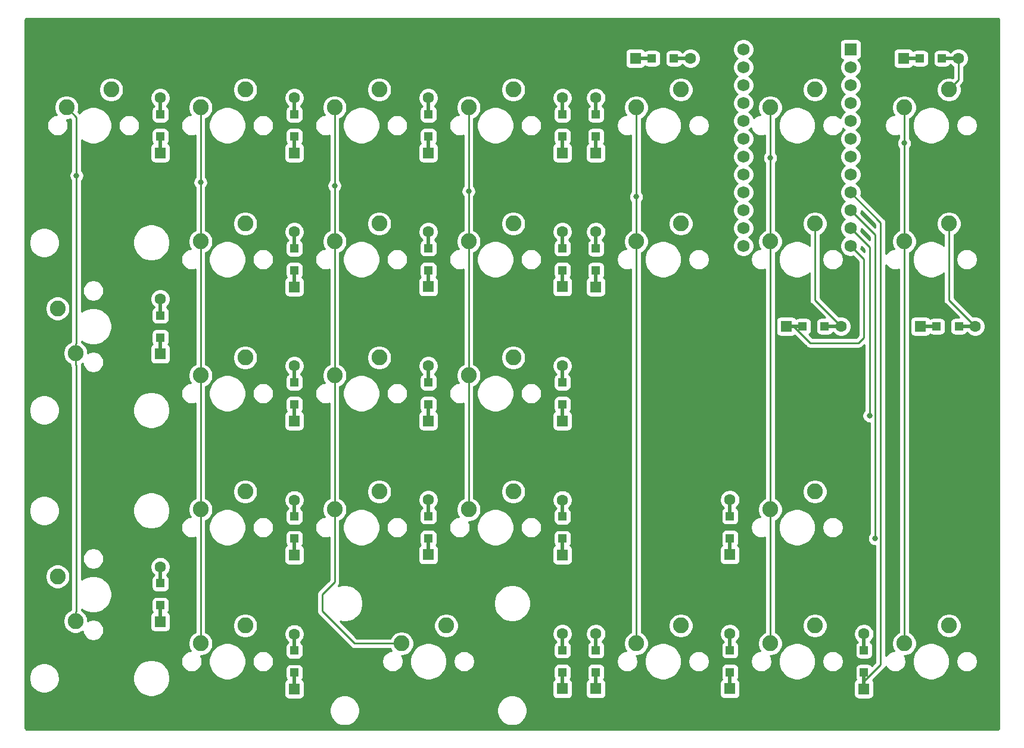
<source format=gbl>
G04 #@! TF.GenerationSoftware,KiCad,Pcbnew,(5.1.4-0)*
G04 #@! TF.CreationDate,2020-10-08T17:29:41+11:00*
G04 #@! TF.ProjectId,NumNavPad,4e756d4e-6176-4506-9164-2e6b69636164,rev?*
G04 #@! TF.SameCoordinates,Original*
G04 #@! TF.FileFunction,Copper,L2,Bot*
G04 #@! TF.FilePolarity,Positive*
%FSLAX46Y46*%
G04 Gerber Fmt 4.6, Leading zero omitted, Abs format (unit mm)*
G04 Created by KiCad (PCBNEW (5.1.4-0)) date 2020-10-08 17:29:41*
%MOMM*%
%LPD*%
G04 APERTURE LIST*
%ADD10C,2.250000*%
%ADD11C,1.752600*%
%ADD12R,1.752600X1.752600*%
%ADD13R,0.500000X2.500000*%
%ADD14C,1.600000*%
%ADD15R,1.600000X1.600000*%
%ADD16R,1.200000X1.200000*%
%ADD17R,2.500000X0.500000*%
%ADD18C,0.800000*%
%ADD19C,0.250000*%
%ADD20C,0.254000*%
G04 APERTURE END LIST*
D10*
X164465000Y-37782500D03*
X158115000Y-40322500D03*
X45402500Y-37782500D03*
X39052500Y-40322500D03*
X126365000Y-37782500D03*
X120015000Y-40322500D03*
X126365000Y-56832500D03*
X120015000Y-59372500D03*
D11*
X135255000Y-32067500D03*
X150495000Y-60007500D03*
X135255000Y-34607500D03*
X135255000Y-37147500D03*
X135255000Y-39687500D03*
X135255000Y-42227500D03*
X135255000Y-44767500D03*
X135255000Y-47307500D03*
X135255000Y-49847500D03*
X135255000Y-52387500D03*
X135255000Y-54927500D03*
X135255000Y-57467500D03*
X135255000Y-60007500D03*
X150495000Y-57467500D03*
X150495000Y-54927500D03*
X150495000Y-52387500D03*
X150495000Y-49847500D03*
X150495000Y-47307500D03*
X150495000Y-44767500D03*
X150495000Y-42227500D03*
X150495000Y-39687500D03*
X150495000Y-37147500D03*
X150495000Y-34607500D03*
D12*
X150495000Y-32067500D03*
D10*
X93027500Y-113982500D03*
X86677500Y-116522500D03*
X164465000Y-113982500D03*
X158115000Y-116522500D03*
X145415000Y-113982500D03*
X139065000Y-116522500D03*
X126365000Y-113982500D03*
X120015000Y-116522500D03*
X64452500Y-113982500D03*
X58102500Y-116522500D03*
X145415000Y-94932500D03*
X139065000Y-97472500D03*
X102552500Y-94932500D03*
X96202500Y-97472500D03*
X83502500Y-94932500D03*
X77152500Y-97472500D03*
X64452500Y-94932500D03*
X58102500Y-97472500D03*
X37782500Y-106997500D03*
X40322500Y-113347500D03*
X102552500Y-75882500D03*
X96202500Y-78422500D03*
X83502500Y-75882500D03*
X77152500Y-78422500D03*
X64452500Y-75882500D03*
X58102500Y-78422500D03*
X164465000Y-56832500D03*
X158115000Y-59372500D03*
X145415000Y-56832500D03*
X139065000Y-59372500D03*
X102552500Y-56832500D03*
X96202500Y-59372500D03*
X83502500Y-56832500D03*
X77152500Y-59372500D03*
X64452500Y-56832500D03*
X58102500Y-59372500D03*
X37782500Y-68897500D03*
X40322500Y-75247500D03*
X145415000Y-37782500D03*
X139065000Y-40322500D03*
X102552500Y-37782500D03*
X96202500Y-40322500D03*
X83502500Y-37782500D03*
X77152500Y-40322500D03*
X64452500Y-37782500D03*
X58102500Y-40322500D03*
D13*
X152400000Y-116362500D03*
X152400000Y-121762500D03*
D14*
X152400000Y-115162500D03*
D15*
X152400000Y-122962500D03*
D16*
X152400000Y-120637500D03*
X152400000Y-117487500D03*
D13*
X133350000Y-116350000D03*
X133350000Y-121750000D03*
D14*
X133350000Y-115150000D03*
D15*
X133350000Y-122950000D03*
D16*
X133350000Y-120625000D03*
X133350000Y-117475000D03*
D13*
X114300000Y-116350000D03*
X114300000Y-121750000D03*
D14*
X114300000Y-115150000D03*
D15*
X114300000Y-122950000D03*
D16*
X114300000Y-120625000D03*
X114300000Y-117475000D03*
D13*
X109537500Y-116350000D03*
X109537500Y-121750000D03*
D14*
X109537500Y-115150000D03*
D15*
X109537500Y-122950000D03*
D16*
X109537500Y-120625000D03*
X109537500Y-117475000D03*
D13*
X71437500Y-116375000D03*
X71437500Y-121775000D03*
D14*
X71437500Y-115175000D03*
D15*
X71437500Y-122975000D03*
D16*
X71437500Y-120650000D03*
X71437500Y-117500000D03*
D13*
X133350000Y-97300000D03*
X133350000Y-102700000D03*
D14*
X133350000Y-96100000D03*
D15*
X133350000Y-103900000D03*
D16*
X133350000Y-101575000D03*
X133350000Y-98425000D03*
D13*
X109537500Y-97325000D03*
X109537500Y-102725000D03*
D14*
X109537500Y-96125000D03*
D15*
X109537500Y-103925000D03*
D16*
X109537500Y-101600000D03*
X109537500Y-98450000D03*
D13*
X90487500Y-97300000D03*
X90487500Y-102700000D03*
D14*
X90487500Y-96100000D03*
D15*
X90487500Y-103900000D03*
D16*
X90487500Y-101575000D03*
X90487500Y-98425000D03*
D13*
X71437500Y-97325000D03*
X71437500Y-102725000D03*
D14*
X71437500Y-96125000D03*
D15*
X71437500Y-103925000D03*
D16*
X71437500Y-101600000D03*
X71437500Y-98450000D03*
D13*
X52387500Y-106825000D03*
X52387500Y-112225000D03*
D14*
X52387500Y-105625000D03*
D15*
X52387500Y-113425000D03*
D16*
X52387500Y-111100000D03*
X52387500Y-107950000D03*
D13*
X109537500Y-78262500D03*
X109537500Y-83662500D03*
D14*
X109537500Y-77062500D03*
D15*
X109537500Y-84862500D03*
D16*
X109537500Y-82537500D03*
X109537500Y-79387500D03*
D13*
X90487500Y-78262500D03*
X90487500Y-83662500D03*
D14*
X90487500Y-77062500D03*
D15*
X90487500Y-84862500D03*
D16*
X90487500Y-82537500D03*
X90487500Y-79387500D03*
D13*
X71437500Y-78262500D03*
X71437500Y-83662500D03*
D14*
X71437500Y-77062500D03*
D15*
X71437500Y-84862500D03*
D16*
X71437500Y-82537500D03*
X71437500Y-79387500D03*
D17*
X167018750Y-71437500D03*
X161618750Y-71437500D03*
D14*
X168218750Y-71437500D03*
D15*
X160418750Y-71437500D03*
D16*
X162743750Y-71437500D03*
X165893750Y-71437500D03*
D17*
X147956250Y-71437500D03*
X142556250Y-71437500D03*
D14*
X149156250Y-71437500D03*
D15*
X141356250Y-71437500D03*
D16*
X143681250Y-71437500D03*
X146831250Y-71437500D03*
D13*
X114300000Y-59212500D03*
X114300000Y-64612500D03*
D14*
X114300000Y-58012500D03*
D15*
X114300000Y-65812500D03*
D16*
X114300000Y-63487500D03*
X114300000Y-60337500D03*
D13*
X109537500Y-59200000D03*
X109537500Y-64600000D03*
D14*
X109537500Y-58000000D03*
D15*
X109537500Y-65800000D03*
D16*
X109537500Y-63475000D03*
X109537500Y-60325000D03*
D13*
X90487500Y-59200000D03*
X90487500Y-64600000D03*
D14*
X90487500Y-58000000D03*
D15*
X90487500Y-65800000D03*
D16*
X90487500Y-63475000D03*
X90487500Y-60325000D03*
D13*
X71437500Y-59212500D03*
X71437500Y-64612500D03*
D14*
X71437500Y-58012500D03*
D15*
X71437500Y-65812500D03*
D16*
X71437500Y-63487500D03*
X71437500Y-60337500D03*
D13*
X52387500Y-68750000D03*
X52387500Y-74150000D03*
D14*
X52387500Y-67550000D03*
D15*
X52387500Y-75350000D03*
D16*
X52387500Y-73025000D03*
X52387500Y-69875000D03*
D17*
X164625000Y-33337500D03*
X159225000Y-33337500D03*
D14*
X165825000Y-33337500D03*
D15*
X158025000Y-33337500D03*
D16*
X160350000Y-33337500D03*
X163500000Y-33337500D03*
D17*
X126525000Y-33337500D03*
X121125000Y-33337500D03*
D14*
X127725000Y-33337500D03*
D15*
X119925000Y-33337500D03*
D16*
X122250000Y-33337500D03*
X125400000Y-33337500D03*
D13*
X114300000Y-40162500D03*
X114300000Y-45562500D03*
D14*
X114300000Y-38962500D03*
D15*
X114300000Y-46762500D03*
D16*
X114300000Y-44437500D03*
X114300000Y-41287500D03*
D13*
X109537500Y-40162500D03*
X109537500Y-45562500D03*
D14*
X109537500Y-38962500D03*
D15*
X109537500Y-46762500D03*
D16*
X109537500Y-44437500D03*
X109537500Y-41287500D03*
D13*
X90487500Y-40162500D03*
X90487500Y-45562500D03*
D14*
X90487500Y-38962500D03*
D15*
X90487500Y-46762500D03*
D16*
X90487500Y-44437500D03*
X90487500Y-41287500D03*
D13*
X71437500Y-40162500D03*
X71437500Y-45562500D03*
D14*
X71437500Y-38962500D03*
D15*
X71437500Y-46762500D03*
D16*
X71437500Y-44437500D03*
X71437500Y-41287500D03*
D13*
X52387500Y-40162500D03*
X52387500Y-45562500D03*
D14*
X52387500Y-38962500D03*
D15*
X52387500Y-46762500D03*
D16*
X52387500Y-44437500D03*
X52387500Y-41287500D03*
D18*
X153193750Y-84137500D03*
X153987500Y-101600000D03*
X40481250Y-50006250D03*
X58102500Y-50958750D03*
X77152500Y-51435000D03*
X96202500Y-52228750D03*
X120015000Y-53022500D03*
X139065000Y-47466250D03*
X158115000Y-45402500D03*
D19*
X165825000Y-36422500D02*
X164465000Y-37782500D01*
X165825000Y-33337500D02*
X165825000Y-36422500D01*
X142406250Y-71437500D02*
X141356250Y-71437500D01*
X144787500Y-73818750D02*
X142406250Y-71437500D01*
X151606250Y-73818750D02*
X144787500Y-73818750D01*
X152400000Y-73025000D02*
X151606250Y-73818750D01*
X152400000Y-61912500D02*
X152400000Y-73025000D01*
X150495000Y-60007500D02*
X152400000Y-61912500D01*
X145415000Y-67696250D02*
X149156250Y-71437500D01*
X145415000Y-56832500D02*
X145415000Y-67696250D01*
X164465000Y-67683750D02*
X168218750Y-71437500D01*
X164465000Y-56832500D02*
X164465000Y-67683750D01*
X150495000Y-57467500D02*
X153193750Y-60166250D01*
X153193750Y-60166250D02*
X153193750Y-63500000D01*
X153193750Y-63500000D02*
X153193750Y-83343750D01*
X153193750Y-83343750D02*
X153193750Y-84137500D01*
X150495000Y-54927500D02*
X153987500Y-58420000D01*
X153987500Y-58420000D02*
X153987500Y-63500000D01*
X153987500Y-63500000D02*
X153987500Y-101600000D01*
X133350000Y-121750000D02*
X133350000Y-122950000D01*
X152400000Y-121912500D02*
X152400000Y-122962500D01*
X154781250Y-56673750D02*
X154781250Y-119531250D01*
X154781250Y-119531250D02*
X152400000Y-121912500D01*
X150495000Y-52387500D02*
X154781250Y-56673750D01*
X40322500Y-113347500D02*
X40322500Y-112077500D01*
X40322500Y-112077500D02*
X40481250Y-111918750D01*
X40477760Y-76993750D02*
X40322500Y-76838490D01*
X40322500Y-76838490D02*
X40322500Y-75247500D01*
X40481250Y-76993750D02*
X40477760Y-76993750D01*
X40481250Y-111918750D02*
X40481250Y-76993750D01*
X40322500Y-75247500D02*
X40322500Y-73977500D01*
X40322500Y-73977500D02*
X40481250Y-73818750D01*
X40481250Y-41751250D02*
X39052500Y-40322500D01*
X40481250Y-50006250D02*
X40481250Y-41751250D01*
X40481250Y-73818750D02*
X40481250Y-50006250D01*
X58102500Y-40322500D02*
X58102500Y-41913490D01*
X58102500Y-59372500D02*
X58102500Y-78422500D01*
X58102500Y-78422500D02*
X58102500Y-97472500D01*
X58102500Y-99063490D02*
X58102500Y-116522500D01*
X58102500Y-97472500D02*
X58102500Y-99063490D01*
X58102500Y-50958750D02*
X58102500Y-59372500D01*
X58102500Y-41913490D02*
X58102500Y-50958750D01*
X77152500Y-40322500D02*
X77152500Y-41913490D01*
X77152500Y-59372500D02*
X77152500Y-78422500D01*
X77152500Y-78422500D02*
X77152500Y-97472500D01*
X77152500Y-97472500D02*
X77152500Y-107791250D01*
X77152500Y-107791250D02*
X75406250Y-109537500D01*
X75406250Y-109537500D02*
X75406250Y-111918750D01*
X80010000Y-116522500D02*
X86677500Y-116522500D01*
X75406250Y-111918750D02*
X80010000Y-116522500D01*
X77152500Y-51435000D02*
X77152500Y-59372500D01*
X77152500Y-41913490D02*
X77152500Y-51435000D01*
X96202500Y-59372500D02*
X96202500Y-78422500D01*
X96202500Y-80013490D02*
X96202500Y-97472500D01*
X96202500Y-78422500D02*
X96202500Y-80013490D01*
X96202500Y-52228750D02*
X96202500Y-59372500D01*
X96202500Y-40322500D02*
X96202500Y-52228750D01*
X120015000Y-59372500D02*
X120015000Y-116522500D01*
X120015000Y-55721250D02*
X120015000Y-54927500D01*
X120015000Y-56197500D02*
X120015000Y-55403750D01*
X120015000Y-55721250D02*
X120015000Y-56197500D01*
X120015000Y-56197500D02*
X120015000Y-59372500D01*
X120015000Y-53340000D02*
X120015000Y-53022500D01*
X120015000Y-53340000D02*
X120015000Y-55721250D01*
X120015000Y-40322500D02*
X120015000Y-53340000D01*
X139065000Y-40322500D02*
X139065000Y-41913490D01*
X139065000Y-59372500D02*
X139065000Y-68103750D01*
X139065000Y-99063490D02*
X139065000Y-116522500D01*
X139065000Y-97472500D02*
X139065000Y-99063490D01*
X139065000Y-44291250D02*
X139065000Y-45085000D01*
X139065000Y-41913490D02*
X139065000Y-44291250D01*
X139065000Y-48260000D02*
X139065000Y-47466250D01*
X139065000Y-44291250D02*
X139065000Y-48260000D01*
X139065000Y-48260000D02*
X139065000Y-59372500D01*
X139065000Y-68103750D02*
X139065000Y-76358750D01*
X139065000Y-76358750D02*
X139065000Y-97472500D01*
X139065000Y-75565000D02*
X139065000Y-76358750D01*
X158115000Y-59372500D02*
X158115000Y-116522500D01*
X158115000Y-45402500D02*
X158115000Y-59372500D01*
X158115000Y-40322500D02*
X158115000Y-45402500D01*
D20*
G36*
X171475362Y-27653152D02*
G01*
X171499763Y-27660519D01*
X171522265Y-27672483D01*
X171542014Y-27688591D01*
X171558259Y-27708227D01*
X171570383Y-27730651D01*
X171577918Y-27754992D01*
X171583751Y-27810485D01*
X171583750Y-128555221D01*
X171578098Y-128612864D01*
X171570732Y-128637260D01*
X171558766Y-128659766D01*
X171542659Y-128679514D01*
X171523023Y-128695759D01*
X171500599Y-128707883D01*
X171476258Y-128715418D01*
X171420775Y-128721250D01*
X33369779Y-128721250D01*
X33312136Y-128715598D01*
X33287740Y-128708232D01*
X33265234Y-128696266D01*
X33245486Y-128680159D01*
X33229241Y-128660523D01*
X33217117Y-128638099D01*
X33209582Y-128613758D01*
X33203750Y-128558275D01*
X33203750Y-125834857D01*
X76422250Y-125834857D01*
X76422250Y-126260143D01*
X76505220Y-126677257D01*
X76667969Y-127070170D01*
X76904246Y-127423782D01*
X77204968Y-127724504D01*
X77558580Y-127960781D01*
X77951493Y-128123530D01*
X78368607Y-128206500D01*
X78793893Y-128206500D01*
X79211007Y-128123530D01*
X79603920Y-127960781D01*
X79957532Y-127724504D01*
X80258254Y-127423782D01*
X80494531Y-127070170D01*
X80657280Y-126677257D01*
X80740250Y-126260143D01*
X80740250Y-125834857D01*
X100234750Y-125834857D01*
X100234750Y-126260143D01*
X100317720Y-126677257D01*
X100480469Y-127070170D01*
X100716746Y-127423782D01*
X101017468Y-127724504D01*
X101371080Y-127960781D01*
X101763993Y-128123530D01*
X102181107Y-128206500D01*
X102606393Y-128206500D01*
X103023507Y-128123530D01*
X103416420Y-127960781D01*
X103770032Y-127724504D01*
X104070754Y-127423782D01*
X104307031Y-127070170D01*
X104469780Y-126677257D01*
X104552750Y-126260143D01*
X104552750Y-125834857D01*
X104469780Y-125417743D01*
X104307031Y-125024830D01*
X104070754Y-124671218D01*
X103770032Y-124370496D01*
X103416420Y-124134219D01*
X103023507Y-123971470D01*
X102606393Y-123888500D01*
X102181107Y-123888500D01*
X101763993Y-123971470D01*
X101371080Y-124134219D01*
X101017468Y-124370496D01*
X100716746Y-124671218D01*
X100480469Y-125024830D01*
X100317720Y-125417743D01*
X100234750Y-125834857D01*
X80740250Y-125834857D01*
X80657280Y-125417743D01*
X80494531Y-125024830D01*
X80258254Y-124671218D01*
X79957532Y-124370496D01*
X79603920Y-124134219D01*
X79211007Y-123971470D01*
X78793893Y-123888500D01*
X78368607Y-123888500D01*
X77951493Y-123971470D01*
X77558580Y-124134219D01*
X77204968Y-124370496D01*
X76904246Y-124671218D01*
X76667969Y-125024830D01*
X76505220Y-125417743D01*
X76422250Y-125834857D01*
X33203750Y-125834857D01*
X33203750Y-121231107D01*
X33718500Y-121231107D01*
X33718500Y-121656393D01*
X33801470Y-122073507D01*
X33964219Y-122466420D01*
X34200496Y-122820032D01*
X34501218Y-123120754D01*
X34854830Y-123357031D01*
X35247743Y-123519780D01*
X35664857Y-123602750D01*
X36090143Y-123602750D01*
X36507257Y-123519780D01*
X36900170Y-123357031D01*
X37253782Y-123120754D01*
X37554504Y-122820032D01*
X37790781Y-122466420D01*
X37953530Y-122073507D01*
X38036500Y-121656393D01*
X38036500Y-121231107D01*
X38027295Y-121184826D01*
X48488600Y-121184826D01*
X48488600Y-121702674D01*
X48589627Y-122210572D01*
X48787799Y-122689001D01*
X49075500Y-123119576D01*
X49441674Y-123485750D01*
X49872249Y-123773451D01*
X50350678Y-123971623D01*
X50858576Y-124072650D01*
X51376424Y-124072650D01*
X51884322Y-123971623D01*
X52362751Y-123773451D01*
X52793326Y-123485750D01*
X53159500Y-123119576D01*
X53447201Y-122689001D01*
X53645373Y-122210572D01*
X53652448Y-122175000D01*
X69999428Y-122175000D01*
X69999428Y-123775000D01*
X70011688Y-123899482D01*
X70047998Y-124019180D01*
X70106963Y-124129494D01*
X70186315Y-124226185D01*
X70283006Y-124305537D01*
X70393320Y-124364502D01*
X70513018Y-124400812D01*
X70637500Y-124413072D01*
X72237500Y-124413072D01*
X72361982Y-124400812D01*
X72481680Y-124364502D01*
X72591994Y-124305537D01*
X72688685Y-124226185D01*
X72768037Y-124129494D01*
X72827002Y-124019180D01*
X72863312Y-123899482D01*
X72875572Y-123775000D01*
X72875572Y-122175000D01*
X72873110Y-122150000D01*
X108099428Y-122150000D01*
X108099428Y-123750000D01*
X108111688Y-123874482D01*
X108147998Y-123994180D01*
X108206963Y-124104494D01*
X108286315Y-124201185D01*
X108383006Y-124280537D01*
X108493320Y-124339502D01*
X108613018Y-124375812D01*
X108737500Y-124388072D01*
X110337500Y-124388072D01*
X110461982Y-124375812D01*
X110581680Y-124339502D01*
X110691994Y-124280537D01*
X110788685Y-124201185D01*
X110868037Y-124104494D01*
X110927002Y-123994180D01*
X110963312Y-123874482D01*
X110975572Y-123750000D01*
X110975572Y-122150000D01*
X112861928Y-122150000D01*
X112861928Y-123750000D01*
X112874188Y-123874482D01*
X112910498Y-123994180D01*
X112969463Y-124104494D01*
X113048815Y-124201185D01*
X113145506Y-124280537D01*
X113255820Y-124339502D01*
X113375518Y-124375812D01*
X113500000Y-124388072D01*
X115100000Y-124388072D01*
X115224482Y-124375812D01*
X115344180Y-124339502D01*
X115454494Y-124280537D01*
X115551185Y-124201185D01*
X115630537Y-124104494D01*
X115689502Y-123994180D01*
X115725812Y-123874482D01*
X115738072Y-123750000D01*
X115738072Y-122150000D01*
X131911928Y-122150000D01*
X131911928Y-123750000D01*
X131924188Y-123874482D01*
X131960498Y-123994180D01*
X132019463Y-124104494D01*
X132098815Y-124201185D01*
X132195506Y-124280537D01*
X132305820Y-124339502D01*
X132425518Y-124375812D01*
X132550000Y-124388072D01*
X134150000Y-124388072D01*
X134274482Y-124375812D01*
X134394180Y-124339502D01*
X134504494Y-124280537D01*
X134601185Y-124201185D01*
X134680537Y-124104494D01*
X134739502Y-123994180D01*
X134775812Y-123874482D01*
X134788072Y-123750000D01*
X134788072Y-122150000D01*
X134775812Y-122025518D01*
X134739502Y-121905820D01*
X134680537Y-121795506D01*
X134601185Y-121698815D01*
X134504494Y-121619463D01*
X134465042Y-121598375D01*
X134480537Y-121579494D01*
X134539502Y-121469180D01*
X134575812Y-121349482D01*
X134588072Y-121225000D01*
X134588072Y-120025000D01*
X134575812Y-119900518D01*
X134539502Y-119780820D01*
X134480537Y-119670506D01*
X134401185Y-119573815D01*
X134304494Y-119494463D01*
X134194180Y-119435498D01*
X134074482Y-119399188D01*
X133950000Y-119386928D01*
X132750000Y-119386928D01*
X132625518Y-119399188D01*
X132505820Y-119435498D01*
X132395506Y-119494463D01*
X132298815Y-119573815D01*
X132219463Y-119670506D01*
X132160498Y-119780820D01*
X132124188Y-119900518D01*
X132111928Y-120025000D01*
X132111928Y-121225000D01*
X132124188Y-121349482D01*
X132160498Y-121469180D01*
X132219463Y-121579494D01*
X132234958Y-121598375D01*
X132195506Y-121619463D01*
X132098815Y-121698815D01*
X132019463Y-121795506D01*
X131960498Y-121905820D01*
X131924188Y-122025518D01*
X131911928Y-122150000D01*
X115738072Y-122150000D01*
X115725812Y-122025518D01*
X115689502Y-121905820D01*
X115630537Y-121795506D01*
X115551185Y-121698815D01*
X115454494Y-121619463D01*
X115415042Y-121598375D01*
X115430537Y-121579494D01*
X115489502Y-121469180D01*
X115525812Y-121349482D01*
X115538072Y-121225000D01*
X115538072Y-120025000D01*
X115525812Y-119900518D01*
X115489502Y-119780820D01*
X115430537Y-119670506D01*
X115351185Y-119573815D01*
X115254494Y-119494463D01*
X115144180Y-119435498D01*
X115024482Y-119399188D01*
X114900000Y-119386928D01*
X113700000Y-119386928D01*
X113575518Y-119399188D01*
X113455820Y-119435498D01*
X113345506Y-119494463D01*
X113248815Y-119573815D01*
X113169463Y-119670506D01*
X113110498Y-119780820D01*
X113074188Y-119900518D01*
X113061928Y-120025000D01*
X113061928Y-121225000D01*
X113074188Y-121349482D01*
X113110498Y-121469180D01*
X113169463Y-121579494D01*
X113184958Y-121598375D01*
X113145506Y-121619463D01*
X113048815Y-121698815D01*
X112969463Y-121795506D01*
X112910498Y-121905820D01*
X112874188Y-122025518D01*
X112861928Y-122150000D01*
X110975572Y-122150000D01*
X110963312Y-122025518D01*
X110927002Y-121905820D01*
X110868037Y-121795506D01*
X110788685Y-121698815D01*
X110691994Y-121619463D01*
X110652542Y-121598375D01*
X110668037Y-121579494D01*
X110727002Y-121469180D01*
X110763312Y-121349482D01*
X110775572Y-121225000D01*
X110775572Y-120025000D01*
X110763312Y-119900518D01*
X110727002Y-119780820D01*
X110668037Y-119670506D01*
X110588685Y-119573815D01*
X110491994Y-119494463D01*
X110381680Y-119435498D01*
X110261982Y-119399188D01*
X110137500Y-119386928D01*
X108937500Y-119386928D01*
X108813018Y-119399188D01*
X108693320Y-119435498D01*
X108583006Y-119494463D01*
X108486315Y-119573815D01*
X108406963Y-119670506D01*
X108347998Y-119780820D01*
X108311688Y-119900518D01*
X108299428Y-120025000D01*
X108299428Y-121225000D01*
X108311688Y-121349482D01*
X108347998Y-121469180D01*
X108406963Y-121579494D01*
X108422458Y-121598375D01*
X108383006Y-121619463D01*
X108286315Y-121698815D01*
X108206963Y-121795506D01*
X108147998Y-121905820D01*
X108111688Y-122025518D01*
X108099428Y-122150000D01*
X72873110Y-122150000D01*
X72863312Y-122050518D01*
X72827002Y-121930820D01*
X72768037Y-121820506D01*
X72688685Y-121723815D01*
X72591994Y-121644463D01*
X72552542Y-121623375D01*
X72568037Y-121604494D01*
X72627002Y-121494180D01*
X72663312Y-121374482D01*
X72675572Y-121250000D01*
X72675572Y-120050000D01*
X72663312Y-119925518D01*
X72627002Y-119805820D01*
X72568037Y-119695506D01*
X72488685Y-119598815D01*
X72391994Y-119519463D01*
X72281680Y-119460498D01*
X72161982Y-119424188D01*
X72037500Y-119411928D01*
X70837500Y-119411928D01*
X70713018Y-119424188D01*
X70593320Y-119460498D01*
X70483006Y-119519463D01*
X70386315Y-119598815D01*
X70306963Y-119695506D01*
X70247998Y-119805820D01*
X70211688Y-119925518D01*
X70199428Y-120050000D01*
X70199428Y-121250000D01*
X70211688Y-121374482D01*
X70247998Y-121494180D01*
X70306963Y-121604494D01*
X70322458Y-121623375D01*
X70283006Y-121644463D01*
X70186315Y-121723815D01*
X70106963Y-121820506D01*
X70047998Y-121930820D01*
X70011688Y-122050518D01*
X69999428Y-122175000D01*
X53652448Y-122175000D01*
X53746400Y-121702674D01*
X53746400Y-121184826D01*
X53645373Y-120676928D01*
X53447201Y-120198499D01*
X53159500Y-119767924D01*
X52793326Y-119401750D01*
X52362751Y-119114049D01*
X51884322Y-118915877D01*
X51376424Y-118814850D01*
X50858576Y-118814850D01*
X50350678Y-118915877D01*
X49872249Y-119114049D01*
X49441674Y-119401750D01*
X49075500Y-119767924D01*
X48787799Y-120198499D01*
X48589627Y-120676928D01*
X48488600Y-121184826D01*
X38027295Y-121184826D01*
X37953530Y-120813993D01*
X37790781Y-120421080D01*
X37554504Y-120067468D01*
X37253782Y-119766746D01*
X36900170Y-119530469D01*
X36507257Y-119367720D01*
X36090143Y-119284750D01*
X35664857Y-119284750D01*
X35247743Y-119367720D01*
X34854830Y-119530469D01*
X34501218Y-119766746D01*
X34200496Y-120067468D01*
X33964219Y-120421080D01*
X33801470Y-120813993D01*
X33718500Y-121231107D01*
X33203750Y-121231107D01*
X33203750Y-106824155D01*
X36022500Y-106824155D01*
X36022500Y-107170845D01*
X36090136Y-107510873D01*
X36222808Y-107831173D01*
X36415419Y-108119435D01*
X36660565Y-108364581D01*
X36948827Y-108557192D01*
X37269127Y-108689864D01*
X37609155Y-108757500D01*
X37955845Y-108757500D01*
X38295873Y-108689864D01*
X38616173Y-108557192D01*
X38904435Y-108364581D01*
X39149581Y-108119435D01*
X39342192Y-107831173D01*
X39474864Y-107510873D01*
X39542500Y-107170845D01*
X39542500Y-106824155D01*
X39474864Y-106484127D01*
X39342192Y-106163827D01*
X39149581Y-105875565D01*
X38904435Y-105630419D01*
X38616173Y-105437808D01*
X38295873Y-105305136D01*
X37955845Y-105237500D01*
X37609155Y-105237500D01*
X37269127Y-105305136D01*
X36948827Y-105437808D01*
X36660565Y-105630419D01*
X36415419Y-105875565D01*
X36222808Y-106163827D01*
X36090136Y-106484127D01*
X36022500Y-106824155D01*
X33203750Y-106824155D01*
X33203750Y-97418607D01*
X33718500Y-97418607D01*
X33718500Y-97843893D01*
X33801470Y-98261007D01*
X33964219Y-98653920D01*
X34200496Y-99007532D01*
X34501218Y-99308254D01*
X34854830Y-99544531D01*
X35247743Y-99707280D01*
X35664857Y-99790250D01*
X36090143Y-99790250D01*
X36507257Y-99707280D01*
X36900170Y-99544531D01*
X37253782Y-99308254D01*
X37554504Y-99007532D01*
X37790781Y-98653920D01*
X37953530Y-98261007D01*
X38036500Y-97843893D01*
X38036500Y-97418607D01*
X37953530Y-97001493D01*
X37790781Y-96608580D01*
X37554504Y-96254968D01*
X37253782Y-95954246D01*
X36900170Y-95717969D01*
X36507257Y-95555220D01*
X36090143Y-95472250D01*
X35664857Y-95472250D01*
X35247743Y-95555220D01*
X34854830Y-95717969D01*
X34501218Y-95954246D01*
X34200496Y-96254968D01*
X33964219Y-96608580D01*
X33801470Y-97001493D01*
X33718500Y-97418607D01*
X33203750Y-97418607D01*
X33203750Y-83131107D01*
X33718500Y-83131107D01*
X33718500Y-83556393D01*
X33801470Y-83973507D01*
X33964219Y-84366420D01*
X34200496Y-84720032D01*
X34501218Y-85020754D01*
X34854830Y-85257031D01*
X35247743Y-85419780D01*
X35664857Y-85502750D01*
X36090143Y-85502750D01*
X36507257Y-85419780D01*
X36900170Y-85257031D01*
X37253782Y-85020754D01*
X37554504Y-84720032D01*
X37790781Y-84366420D01*
X37953530Y-83973507D01*
X38036500Y-83556393D01*
X38036500Y-83131107D01*
X37953530Y-82713993D01*
X37790781Y-82321080D01*
X37554504Y-81967468D01*
X37253782Y-81666746D01*
X36900170Y-81430469D01*
X36507257Y-81267720D01*
X36090143Y-81184750D01*
X35664857Y-81184750D01*
X35247743Y-81267720D01*
X34854830Y-81430469D01*
X34501218Y-81666746D01*
X34200496Y-81967468D01*
X33964219Y-82321080D01*
X33801470Y-82713993D01*
X33718500Y-83131107D01*
X33203750Y-83131107D01*
X33203750Y-68724155D01*
X36022500Y-68724155D01*
X36022500Y-69070845D01*
X36090136Y-69410873D01*
X36222808Y-69731173D01*
X36415419Y-70019435D01*
X36660565Y-70264581D01*
X36948827Y-70457192D01*
X37269127Y-70589864D01*
X37609155Y-70657500D01*
X37955845Y-70657500D01*
X38295873Y-70589864D01*
X38616173Y-70457192D01*
X38904435Y-70264581D01*
X39149581Y-70019435D01*
X39342192Y-69731173D01*
X39474864Y-69410873D01*
X39542500Y-69070845D01*
X39542500Y-68724155D01*
X39474864Y-68384127D01*
X39342192Y-68063827D01*
X39149581Y-67775565D01*
X38904435Y-67530419D01*
X38616173Y-67337808D01*
X38295873Y-67205136D01*
X37955845Y-67137500D01*
X37609155Y-67137500D01*
X37269127Y-67205136D01*
X36948827Y-67337808D01*
X36660565Y-67530419D01*
X36415419Y-67775565D01*
X36222808Y-68063827D01*
X36090136Y-68384127D01*
X36022500Y-68724155D01*
X33203750Y-68724155D01*
X33203750Y-59318607D01*
X33718500Y-59318607D01*
X33718500Y-59743893D01*
X33801470Y-60161007D01*
X33964219Y-60553920D01*
X34200496Y-60907532D01*
X34501218Y-61208254D01*
X34854830Y-61444531D01*
X35247743Y-61607280D01*
X35664857Y-61690250D01*
X36090143Y-61690250D01*
X36507257Y-61607280D01*
X36900170Y-61444531D01*
X37253782Y-61208254D01*
X37554504Y-60907532D01*
X37790781Y-60553920D01*
X37953530Y-60161007D01*
X38036500Y-59743893D01*
X38036500Y-59318607D01*
X37953530Y-58901493D01*
X37790781Y-58508580D01*
X37554504Y-58154968D01*
X37253782Y-57854246D01*
X36900170Y-57617969D01*
X36507257Y-57455220D01*
X36090143Y-57372250D01*
X35664857Y-57372250D01*
X35247743Y-57455220D01*
X34854830Y-57617969D01*
X34501218Y-57854246D01*
X34200496Y-58154968D01*
X33964219Y-58508580D01*
X33801470Y-58901493D01*
X33718500Y-59318607D01*
X33203750Y-59318607D01*
X33203750Y-42713778D01*
X36272500Y-42713778D01*
X36272500Y-43011222D01*
X36330529Y-43302951D01*
X36444356Y-43577753D01*
X36609607Y-43825069D01*
X36819931Y-44035393D01*
X37067247Y-44200644D01*
X37342049Y-44314471D01*
X37633778Y-44372500D01*
X37931222Y-44372500D01*
X38222951Y-44314471D01*
X38497753Y-44200644D01*
X38745069Y-44035393D01*
X38955393Y-43825069D01*
X39120644Y-43577753D01*
X39234471Y-43302951D01*
X39292500Y-43011222D01*
X39292500Y-42713778D01*
X39234471Y-42422049D01*
X39120644Y-42147247D01*
X39077382Y-42082500D01*
X39225845Y-42082500D01*
X39565873Y-42014864D01*
X39639546Y-41984348D01*
X39721251Y-42066053D01*
X39721250Y-49302539D01*
X39677313Y-49346476D01*
X39564045Y-49515994D01*
X39486024Y-49704352D01*
X39446250Y-49904311D01*
X39446250Y-50108189D01*
X39486024Y-50308148D01*
X39564045Y-50496506D01*
X39677313Y-50666024D01*
X39721251Y-50709962D01*
X39721250Y-73512132D01*
X39687526Y-73553224D01*
X39651635Y-73620371D01*
X39488827Y-73687808D01*
X39200565Y-73880419D01*
X38955419Y-74125565D01*
X38762808Y-74413827D01*
X38630136Y-74734127D01*
X38562500Y-75074155D01*
X38562500Y-75420845D01*
X38630136Y-75760873D01*
X38762808Y-76081173D01*
X38955419Y-76369435D01*
X39200565Y-76614581D01*
X39488827Y-76807192D01*
X39559042Y-76836276D01*
X39558824Y-76838490D01*
X39562500Y-76875812D01*
X39562500Y-76875822D01*
X39573497Y-76987475D01*
X39596800Y-77064296D01*
X39616954Y-77130736D01*
X39687526Y-77262766D01*
X39718547Y-77300565D01*
X39721251Y-77303859D01*
X39721250Y-111612132D01*
X39687526Y-111653224D01*
X39651635Y-111720371D01*
X39488827Y-111787808D01*
X39200565Y-111980419D01*
X38955419Y-112225565D01*
X38762808Y-112513827D01*
X38630136Y-112834127D01*
X38562500Y-113174155D01*
X38562500Y-113520845D01*
X38630136Y-113860873D01*
X38762808Y-114181173D01*
X38955419Y-114469435D01*
X39200565Y-114714581D01*
X39488827Y-114907192D01*
X39809127Y-115039864D01*
X40149155Y-115107500D01*
X40495845Y-115107500D01*
X40835873Y-115039864D01*
X41156173Y-114907192D01*
X41354219Y-114774862D01*
X41410529Y-115057951D01*
X41524356Y-115332753D01*
X41689607Y-115580069D01*
X41899931Y-115790393D01*
X42147247Y-115955644D01*
X42422049Y-116069471D01*
X42713778Y-116127500D01*
X43011222Y-116127500D01*
X43302951Y-116069471D01*
X43577753Y-115955644D01*
X43825069Y-115790393D01*
X44035393Y-115580069D01*
X44200644Y-115332753D01*
X44314471Y-115057951D01*
X44372500Y-114766222D01*
X44372500Y-114468778D01*
X44314471Y-114177049D01*
X44200644Y-113902247D01*
X44035393Y-113654931D01*
X43825069Y-113444607D01*
X43577753Y-113279356D01*
X43302951Y-113165529D01*
X43011222Y-113107500D01*
X42713778Y-113107500D01*
X42422049Y-113165529D01*
X42147247Y-113279356D01*
X42082500Y-113322618D01*
X42082500Y-113174155D01*
X42014864Y-112834127D01*
X41928242Y-112625000D01*
X50949428Y-112625000D01*
X50949428Y-114225000D01*
X50961688Y-114349482D01*
X50997998Y-114469180D01*
X51056963Y-114579494D01*
X51136315Y-114676185D01*
X51233006Y-114755537D01*
X51343320Y-114814502D01*
X51463018Y-114850812D01*
X51587500Y-114863072D01*
X53187500Y-114863072D01*
X53311982Y-114850812D01*
X53431680Y-114814502D01*
X53541994Y-114755537D01*
X53638685Y-114676185D01*
X53718037Y-114579494D01*
X53777002Y-114469180D01*
X53813312Y-114349482D01*
X53825572Y-114225000D01*
X53825572Y-112625000D01*
X53813312Y-112500518D01*
X53777002Y-112380820D01*
X53718037Y-112270506D01*
X53638685Y-112173815D01*
X53541994Y-112094463D01*
X53502542Y-112073375D01*
X53518037Y-112054494D01*
X53577002Y-111944180D01*
X53613312Y-111824482D01*
X53625572Y-111700000D01*
X53625572Y-110500000D01*
X53613312Y-110375518D01*
X53577002Y-110255820D01*
X53518037Y-110145506D01*
X53438685Y-110048815D01*
X53341994Y-109969463D01*
X53231680Y-109910498D01*
X53111982Y-109874188D01*
X52987500Y-109861928D01*
X51787500Y-109861928D01*
X51663018Y-109874188D01*
X51543320Y-109910498D01*
X51433006Y-109969463D01*
X51336315Y-110048815D01*
X51256963Y-110145506D01*
X51197998Y-110255820D01*
X51161688Y-110375518D01*
X51149428Y-110500000D01*
X51149428Y-111700000D01*
X51161688Y-111824482D01*
X51197998Y-111944180D01*
X51256963Y-112054494D01*
X51272458Y-112073375D01*
X51233006Y-112094463D01*
X51136315Y-112173815D01*
X51056963Y-112270506D01*
X50997998Y-112380820D01*
X50961688Y-112500518D01*
X50949428Y-112625000D01*
X41928242Y-112625000D01*
X41882192Y-112513827D01*
X41689581Y-112225565D01*
X41444435Y-111980419D01*
X41241250Y-111844655D01*
X41241250Y-111615967D01*
X41617249Y-111867201D01*
X42095678Y-112065373D01*
X42603576Y-112166400D01*
X43121424Y-112166400D01*
X43629322Y-112065373D01*
X44107751Y-111867201D01*
X44538326Y-111579500D01*
X44904500Y-111213326D01*
X45192201Y-110782751D01*
X45390373Y-110304322D01*
X45491400Y-109796424D01*
X45491400Y-109278576D01*
X45390373Y-108770678D01*
X45192201Y-108292249D01*
X44904500Y-107861674D01*
X44538326Y-107495500D01*
X44107751Y-107207799D01*
X43629322Y-107009627D01*
X43121424Y-106908600D01*
X42603576Y-106908600D01*
X42095678Y-107009627D01*
X41617249Y-107207799D01*
X41241250Y-107459033D01*
X41241250Y-104308778D01*
X41352500Y-104308778D01*
X41352500Y-104606222D01*
X41410529Y-104897951D01*
X41524356Y-105172753D01*
X41689607Y-105420069D01*
X41899931Y-105630393D01*
X42147247Y-105795644D01*
X42422049Y-105909471D01*
X42713778Y-105967500D01*
X43011222Y-105967500D01*
X43302951Y-105909471D01*
X43577753Y-105795644D01*
X43825069Y-105630393D01*
X43971797Y-105483665D01*
X50952500Y-105483665D01*
X50952500Y-105766335D01*
X51007647Y-106043574D01*
X51115820Y-106304727D01*
X51272863Y-106539759D01*
X51472741Y-106739637D01*
X51499428Y-106757469D01*
X51499428Y-106783959D01*
X51433006Y-106819463D01*
X51336315Y-106898815D01*
X51256963Y-106995506D01*
X51197998Y-107105820D01*
X51161688Y-107225518D01*
X51149428Y-107350000D01*
X51149428Y-108550000D01*
X51161688Y-108674482D01*
X51197998Y-108794180D01*
X51256963Y-108904494D01*
X51336315Y-109001185D01*
X51433006Y-109080537D01*
X51543320Y-109139502D01*
X51663018Y-109175812D01*
X51787500Y-109188072D01*
X52987500Y-109188072D01*
X53111982Y-109175812D01*
X53231680Y-109139502D01*
X53341994Y-109080537D01*
X53438685Y-109001185D01*
X53518037Y-108904494D01*
X53577002Y-108794180D01*
X53613312Y-108674482D01*
X53625572Y-108550000D01*
X53625572Y-107350000D01*
X53613312Y-107225518D01*
X53577002Y-107105820D01*
X53518037Y-106995506D01*
X53438685Y-106898815D01*
X53341994Y-106819463D01*
X53275572Y-106783959D01*
X53275572Y-106757469D01*
X53302259Y-106739637D01*
X53502137Y-106539759D01*
X53659180Y-106304727D01*
X53767353Y-106043574D01*
X53822500Y-105766335D01*
X53822500Y-105483665D01*
X53767353Y-105206426D01*
X53659180Y-104945273D01*
X53502137Y-104710241D01*
X53302259Y-104510363D01*
X53067227Y-104353320D01*
X52806074Y-104245147D01*
X52528835Y-104190000D01*
X52246165Y-104190000D01*
X51968926Y-104245147D01*
X51707773Y-104353320D01*
X51472741Y-104510363D01*
X51272863Y-104710241D01*
X51115820Y-104945273D01*
X51007647Y-105206426D01*
X50952500Y-105483665D01*
X43971797Y-105483665D01*
X44035393Y-105420069D01*
X44200644Y-105172753D01*
X44314471Y-104897951D01*
X44372500Y-104606222D01*
X44372500Y-104308778D01*
X44314471Y-104017049D01*
X44200644Y-103742247D01*
X44035393Y-103494931D01*
X43825069Y-103284607D01*
X43577753Y-103119356D01*
X43302951Y-103005529D01*
X43011222Y-102947500D01*
X42713778Y-102947500D01*
X42422049Y-103005529D01*
X42147247Y-103119356D01*
X41899931Y-103284607D01*
X41689607Y-103494931D01*
X41524356Y-103742247D01*
X41410529Y-104017049D01*
X41352500Y-104308778D01*
X41241250Y-104308778D01*
X41241250Y-97372326D01*
X48488600Y-97372326D01*
X48488600Y-97890174D01*
X48589627Y-98398072D01*
X48787799Y-98876501D01*
X49075500Y-99307076D01*
X49441674Y-99673250D01*
X49872249Y-99960951D01*
X50350678Y-100159123D01*
X50858576Y-100260150D01*
X51376424Y-100260150D01*
X51884322Y-100159123D01*
X52362751Y-99960951D01*
X52793326Y-99673250D01*
X53159500Y-99307076D01*
X53447201Y-98876501D01*
X53645373Y-98398072D01*
X53746400Y-97890174D01*
X53746400Y-97372326D01*
X53645373Y-96864428D01*
X53447201Y-96385999D01*
X53159500Y-95955424D01*
X52793326Y-95589250D01*
X52362751Y-95301549D01*
X51884322Y-95103377D01*
X51376424Y-95002350D01*
X50858576Y-95002350D01*
X50350678Y-95103377D01*
X49872249Y-95301549D01*
X49441674Y-95589250D01*
X49075500Y-95955424D01*
X48787799Y-96385999D01*
X48589627Y-96864428D01*
X48488600Y-97372326D01*
X41241250Y-97372326D01*
X41241250Y-83084826D01*
X48488600Y-83084826D01*
X48488600Y-83602674D01*
X48589627Y-84110572D01*
X48787799Y-84589001D01*
X49075500Y-85019576D01*
X49441674Y-85385750D01*
X49872249Y-85673451D01*
X50350678Y-85871623D01*
X50858576Y-85972650D01*
X51376424Y-85972650D01*
X51884322Y-85871623D01*
X52362751Y-85673451D01*
X52793326Y-85385750D01*
X53159500Y-85019576D01*
X53447201Y-84589001D01*
X53645373Y-84110572D01*
X53746400Y-83602674D01*
X53746400Y-83084826D01*
X53645373Y-82576928D01*
X53447201Y-82098499D01*
X53159500Y-81667924D01*
X52793326Y-81301750D01*
X52362751Y-81014049D01*
X51884322Y-80815877D01*
X51376424Y-80714850D01*
X50858576Y-80714850D01*
X50350678Y-80815877D01*
X49872249Y-81014049D01*
X49441674Y-81301750D01*
X49075500Y-81667924D01*
X48787799Y-82098499D01*
X48589627Y-82576928D01*
X48488600Y-83084826D01*
X41241250Y-83084826D01*
X41241250Y-77031083D01*
X41244927Y-76993750D01*
X41230253Y-76844764D01*
X41208292Y-76772367D01*
X41354219Y-76674862D01*
X41410529Y-76957951D01*
X41524356Y-77232753D01*
X41689607Y-77480069D01*
X41899931Y-77690393D01*
X42147247Y-77855644D01*
X42422049Y-77969471D01*
X42713778Y-78027500D01*
X43011222Y-78027500D01*
X43302951Y-77969471D01*
X43577753Y-77855644D01*
X43825069Y-77690393D01*
X44035393Y-77480069D01*
X44200644Y-77232753D01*
X44314471Y-76957951D01*
X44372500Y-76666222D01*
X44372500Y-76368778D01*
X44314471Y-76077049D01*
X44200644Y-75802247D01*
X44035393Y-75554931D01*
X43825069Y-75344607D01*
X43577753Y-75179356D01*
X43302951Y-75065529D01*
X43011222Y-75007500D01*
X42713778Y-75007500D01*
X42422049Y-75065529D01*
X42147247Y-75179356D01*
X42082500Y-75222618D01*
X42082500Y-75074155D01*
X42014864Y-74734127D01*
X41938597Y-74550000D01*
X50949428Y-74550000D01*
X50949428Y-76150000D01*
X50961688Y-76274482D01*
X50997998Y-76394180D01*
X51056963Y-76504494D01*
X51136315Y-76601185D01*
X51233006Y-76680537D01*
X51343320Y-76739502D01*
X51463018Y-76775812D01*
X51587500Y-76788072D01*
X53187500Y-76788072D01*
X53311982Y-76775812D01*
X53431680Y-76739502D01*
X53541994Y-76680537D01*
X53638685Y-76601185D01*
X53718037Y-76504494D01*
X53777002Y-76394180D01*
X53813312Y-76274482D01*
X53825572Y-76150000D01*
X53825572Y-74550000D01*
X53813312Y-74425518D01*
X53777002Y-74305820D01*
X53718037Y-74195506D01*
X53638685Y-74098815D01*
X53541994Y-74019463D01*
X53502542Y-73998375D01*
X53518037Y-73979494D01*
X53577002Y-73869180D01*
X53613312Y-73749482D01*
X53625572Y-73625000D01*
X53625572Y-72425000D01*
X53613312Y-72300518D01*
X53577002Y-72180820D01*
X53518037Y-72070506D01*
X53438685Y-71973815D01*
X53341994Y-71894463D01*
X53231680Y-71835498D01*
X53111982Y-71799188D01*
X52987500Y-71786928D01*
X51787500Y-71786928D01*
X51663018Y-71799188D01*
X51543320Y-71835498D01*
X51433006Y-71894463D01*
X51336315Y-71973815D01*
X51256963Y-72070506D01*
X51197998Y-72180820D01*
X51161688Y-72300518D01*
X51149428Y-72425000D01*
X51149428Y-73625000D01*
X51161688Y-73749482D01*
X51197998Y-73869180D01*
X51256963Y-73979494D01*
X51272458Y-73998375D01*
X51233006Y-74019463D01*
X51136315Y-74098815D01*
X51056963Y-74195506D01*
X50997998Y-74305820D01*
X50961688Y-74425518D01*
X50949428Y-74550000D01*
X41938597Y-74550000D01*
X41882192Y-74413827D01*
X41689581Y-74125565D01*
X41444435Y-73880419D01*
X41241250Y-73744655D01*
X41241250Y-73515967D01*
X41617249Y-73767201D01*
X42095678Y-73965373D01*
X42603576Y-74066400D01*
X43121424Y-74066400D01*
X43629322Y-73965373D01*
X44107751Y-73767201D01*
X44538326Y-73479500D01*
X44904500Y-73113326D01*
X45192201Y-72682751D01*
X45390373Y-72204322D01*
X45491400Y-71696424D01*
X45491400Y-71178576D01*
X45390373Y-70670678D01*
X45192201Y-70192249D01*
X44904500Y-69761674D01*
X44538326Y-69395500D01*
X44107751Y-69107799D01*
X43629322Y-68909627D01*
X43121424Y-68808600D01*
X42603576Y-68808600D01*
X42095678Y-68909627D01*
X41617249Y-69107799D01*
X41241250Y-69359033D01*
X41241250Y-66208778D01*
X41352500Y-66208778D01*
X41352500Y-66506222D01*
X41410529Y-66797951D01*
X41524356Y-67072753D01*
X41689607Y-67320069D01*
X41899931Y-67530393D01*
X42147247Y-67695644D01*
X42422049Y-67809471D01*
X42713778Y-67867500D01*
X43011222Y-67867500D01*
X43302951Y-67809471D01*
X43577753Y-67695644D01*
X43825069Y-67530393D01*
X43946797Y-67408665D01*
X50952500Y-67408665D01*
X50952500Y-67691335D01*
X51007647Y-67968574D01*
X51115820Y-68229727D01*
X51272863Y-68464759D01*
X51472741Y-68664637D01*
X51499428Y-68682469D01*
X51499428Y-68708959D01*
X51433006Y-68744463D01*
X51336315Y-68823815D01*
X51256963Y-68920506D01*
X51197998Y-69030820D01*
X51161688Y-69150518D01*
X51149428Y-69275000D01*
X51149428Y-70475000D01*
X51161688Y-70599482D01*
X51197998Y-70719180D01*
X51256963Y-70829494D01*
X51336315Y-70926185D01*
X51433006Y-71005537D01*
X51543320Y-71064502D01*
X51663018Y-71100812D01*
X51787500Y-71113072D01*
X52987500Y-71113072D01*
X53111982Y-71100812D01*
X53231680Y-71064502D01*
X53341994Y-71005537D01*
X53438685Y-70926185D01*
X53518037Y-70829494D01*
X53577002Y-70719180D01*
X53613312Y-70599482D01*
X53625572Y-70475000D01*
X53625572Y-69275000D01*
X53613312Y-69150518D01*
X53577002Y-69030820D01*
X53518037Y-68920506D01*
X53438685Y-68823815D01*
X53341994Y-68744463D01*
X53275572Y-68708959D01*
X53275572Y-68682469D01*
X53302259Y-68664637D01*
X53502137Y-68464759D01*
X53659180Y-68229727D01*
X53767353Y-67968574D01*
X53822500Y-67691335D01*
X53822500Y-67408665D01*
X53767353Y-67131426D01*
X53659180Y-66870273D01*
X53502137Y-66635241D01*
X53302259Y-66435363D01*
X53067227Y-66278320D01*
X52806074Y-66170147D01*
X52528835Y-66115000D01*
X52246165Y-66115000D01*
X51968926Y-66170147D01*
X51707773Y-66278320D01*
X51472741Y-66435363D01*
X51272863Y-66635241D01*
X51115820Y-66870273D01*
X51007647Y-67131426D01*
X50952500Y-67408665D01*
X43946797Y-67408665D01*
X44035393Y-67320069D01*
X44200644Y-67072753D01*
X44314471Y-66797951D01*
X44372500Y-66506222D01*
X44372500Y-66208778D01*
X44314471Y-65917049D01*
X44200644Y-65642247D01*
X44035393Y-65394931D01*
X43825069Y-65184607D01*
X43577753Y-65019356D01*
X43302951Y-64905529D01*
X43011222Y-64847500D01*
X42713778Y-64847500D01*
X42422049Y-64905529D01*
X42147247Y-65019356D01*
X41899931Y-65184607D01*
X41689607Y-65394931D01*
X41524356Y-65642247D01*
X41410529Y-65917049D01*
X41352500Y-66208778D01*
X41241250Y-66208778D01*
X41241250Y-59272326D01*
X48488600Y-59272326D01*
X48488600Y-59790174D01*
X48589627Y-60298072D01*
X48787799Y-60776501D01*
X49075500Y-61207076D01*
X49441674Y-61573250D01*
X49872249Y-61860951D01*
X50350678Y-62059123D01*
X50858576Y-62160150D01*
X51376424Y-62160150D01*
X51884322Y-62059123D01*
X52362751Y-61860951D01*
X52793326Y-61573250D01*
X53159500Y-61207076D01*
X53447201Y-60776501D01*
X53645373Y-60298072D01*
X53746400Y-59790174D01*
X53746400Y-59272326D01*
X53645373Y-58764428D01*
X53447201Y-58285999D01*
X53159500Y-57855424D01*
X52793326Y-57489250D01*
X52362751Y-57201549D01*
X51884322Y-57003377D01*
X51376424Y-56902350D01*
X50858576Y-56902350D01*
X50350678Y-57003377D01*
X49872249Y-57201549D01*
X49441674Y-57489250D01*
X49075500Y-57855424D01*
X48787799Y-58285999D01*
X48589627Y-58764428D01*
X48488600Y-59272326D01*
X41241250Y-59272326D01*
X41241250Y-50709961D01*
X41285187Y-50666024D01*
X41398455Y-50496506D01*
X41476476Y-50308148D01*
X41516250Y-50108189D01*
X41516250Y-49904311D01*
X41476476Y-49704352D01*
X41398455Y-49515994D01*
X41285187Y-49346476D01*
X41241250Y-49302539D01*
X41241250Y-45962500D01*
X50949428Y-45962500D01*
X50949428Y-47562500D01*
X50961688Y-47686982D01*
X50997998Y-47806680D01*
X51056963Y-47916994D01*
X51136315Y-48013685D01*
X51233006Y-48093037D01*
X51343320Y-48152002D01*
X51463018Y-48188312D01*
X51587500Y-48200572D01*
X53187500Y-48200572D01*
X53311982Y-48188312D01*
X53431680Y-48152002D01*
X53541994Y-48093037D01*
X53638685Y-48013685D01*
X53718037Y-47916994D01*
X53777002Y-47806680D01*
X53813312Y-47686982D01*
X53825572Y-47562500D01*
X53825572Y-45962500D01*
X53813312Y-45838018D01*
X53777002Y-45718320D01*
X53718037Y-45608006D01*
X53638685Y-45511315D01*
X53541994Y-45431963D01*
X53502542Y-45410875D01*
X53518037Y-45391994D01*
X53577002Y-45281680D01*
X53613312Y-45161982D01*
X53625572Y-45037500D01*
X53625572Y-43837500D01*
X53613312Y-43713018D01*
X53577002Y-43593320D01*
X53518037Y-43483006D01*
X53438685Y-43386315D01*
X53341994Y-43306963D01*
X53231680Y-43247998D01*
X53111982Y-43211688D01*
X52987500Y-43199428D01*
X51787500Y-43199428D01*
X51663018Y-43211688D01*
X51543320Y-43247998D01*
X51433006Y-43306963D01*
X51336315Y-43386315D01*
X51256963Y-43483006D01*
X51197998Y-43593320D01*
X51161688Y-43713018D01*
X51149428Y-43837500D01*
X51149428Y-45037500D01*
X51161688Y-45161982D01*
X51197998Y-45281680D01*
X51256963Y-45391994D01*
X51272458Y-45410875D01*
X51233006Y-45431963D01*
X51136315Y-45511315D01*
X51056963Y-45608006D01*
X50997998Y-45718320D01*
X50961688Y-45838018D01*
X50949428Y-45962500D01*
X41241250Y-45962500D01*
X41241250Y-44940967D01*
X41617249Y-45192201D01*
X42095678Y-45390373D01*
X42603576Y-45491400D01*
X43121424Y-45491400D01*
X43629322Y-45390373D01*
X44107751Y-45192201D01*
X44538326Y-44904500D01*
X44904500Y-44538326D01*
X45192201Y-44107751D01*
X45390373Y-43629322D01*
X45491400Y-43121424D01*
X45491400Y-42713778D01*
X46432500Y-42713778D01*
X46432500Y-43011222D01*
X46490529Y-43302951D01*
X46604356Y-43577753D01*
X46769607Y-43825069D01*
X46979931Y-44035393D01*
X47227247Y-44200644D01*
X47502049Y-44314471D01*
X47793778Y-44372500D01*
X48091222Y-44372500D01*
X48382951Y-44314471D01*
X48657753Y-44200644D01*
X48905069Y-44035393D01*
X49115393Y-43825069D01*
X49280644Y-43577753D01*
X49394471Y-43302951D01*
X49452500Y-43011222D01*
X49452500Y-42713778D01*
X55322500Y-42713778D01*
X55322500Y-43011222D01*
X55380529Y-43302951D01*
X55494356Y-43577753D01*
X55659607Y-43825069D01*
X55869931Y-44035393D01*
X56117247Y-44200644D01*
X56392049Y-44314471D01*
X56683778Y-44372500D01*
X56981222Y-44372500D01*
X57272951Y-44314471D01*
X57342500Y-44285663D01*
X57342501Y-50255038D01*
X57298563Y-50298976D01*
X57185295Y-50468494D01*
X57107274Y-50656852D01*
X57067500Y-50856811D01*
X57067500Y-51060689D01*
X57107274Y-51260648D01*
X57185295Y-51449006D01*
X57298563Y-51618524D01*
X57342500Y-51662461D01*
X57342501Y-57782291D01*
X57268827Y-57812808D01*
X56980565Y-58005419D01*
X56735419Y-58250565D01*
X56542808Y-58538827D01*
X56410136Y-58859127D01*
X56342500Y-59199155D01*
X56342500Y-59545845D01*
X56410136Y-59885873D01*
X56542808Y-60206173D01*
X56675138Y-60404219D01*
X56392049Y-60460529D01*
X56117247Y-60574356D01*
X55869931Y-60739607D01*
X55659607Y-60949931D01*
X55494356Y-61197247D01*
X55380529Y-61472049D01*
X55322500Y-61763778D01*
X55322500Y-62061222D01*
X55380529Y-62352951D01*
X55494356Y-62627753D01*
X55659607Y-62875069D01*
X55869931Y-63085393D01*
X56117247Y-63250644D01*
X56392049Y-63364471D01*
X56683778Y-63422500D01*
X56981222Y-63422500D01*
X57272951Y-63364471D01*
X57342500Y-63335663D01*
X57342501Y-76832291D01*
X57268827Y-76862808D01*
X56980565Y-77055419D01*
X56735419Y-77300565D01*
X56542808Y-77588827D01*
X56410136Y-77909127D01*
X56342500Y-78249155D01*
X56342500Y-78595845D01*
X56410136Y-78935873D01*
X56542808Y-79256173D01*
X56675138Y-79454219D01*
X56392049Y-79510529D01*
X56117247Y-79624356D01*
X55869931Y-79789607D01*
X55659607Y-79999931D01*
X55494356Y-80247247D01*
X55380529Y-80522049D01*
X55322500Y-80813778D01*
X55322500Y-81111222D01*
X55380529Y-81402951D01*
X55494356Y-81677753D01*
X55659607Y-81925069D01*
X55869931Y-82135393D01*
X56117247Y-82300644D01*
X56392049Y-82414471D01*
X56683778Y-82472500D01*
X56981222Y-82472500D01*
X57272951Y-82414471D01*
X57342500Y-82385663D01*
X57342501Y-95882291D01*
X57268827Y-95912808D01*
X56980565Y-96105419D01*
X56735419Y-96350565D01*
X56542808Y-96638827D01*
X56410136Y-96959127D01*
X56342500Y-97299155D01*
X56342500Y-97645845D01*
X56410136Y-97985873D01*
X56542808Y-98306173D01*
X56675138Y-98504219D01*
X56392049Y-98560529D01*
X56117247Y-98674356D01*
X55869931Y-98839607D01*
X55659607Y-99049931D01*
X55494356Y-99297247D01*
X55380529Y-99572049D01*
X55322500Y-99863778D01*
X55322500Y-100161222D01*
X55380529Y-100452951D01*
X55494356Y-100727753D01*
X55659607Y-100975069D01*
X55869931Y-101185393D01*
X56117247Y-101350644D01*
X56392049Y-101464471D01*
X56683778Y-101522500D01*
X56981222Y-101522500D01*
X57272951Y-101464471D01*
X57342500Y-101435663D01*
X57342501Y-114932291D01*
X57268827Y-114962808D01*
X56980565Y-115155419D01*
X56735419Y-115400565D01*
X56542808Y-115688827D01*
X56410136Y-116009127D01*
X56342500Y-116349155D01*
X56342500Y-116695845D01*
X56410136Y-117035873D01*
X56542808Y-117356173D01*
X56675138Y-117554219D01*
X56392049Y-117610529D01*
X56117247Y-117724356D01*
X55869931Y-117889607D01*
X55659607Y-118099931D01*
X55494356Y-118347247D01*
X55380529Y-118622049D01*
X55322500Y-118913778D01*
X55322500Y-119211222D01*
X55380529Y-119502951D01*
X55494356Y-119777753D01*
X55659607Y-120025069D01*
X55869931Y-120235393D01*
X56117247Y-120400644D01*
X56392049Y-120514471D01*
X56683778Y-120572500D01*
X56981222Y-120572500D01*
X57272951Y-120514471D01*
X57547753Y-120400644D01*
X57795069Y-120235393D01*
X58005393Y-120025069D01*
X58170644Y-119777753D01*
X58284471Y-119502951D01*
X58342500Y-119211222D01*
X58342500Y-118913778D01*
X58320580Y-118803576D01*
X59283600Y-118803576D01*
X59283600Y-119321424D01*
X59384627Y-119829322D01*
X59582799Y-120307751D01*
X59870500Y-120738326D01*
X60236674Y-121104500D01*
X60667249Y-121392201D01*
X61145678Y-121590373D01*
X61653576Y-121691400D01*
X62171424Y-121691400D01*
X62679322Y-121590373D01*
X63157751Y-121392201D01*
X63588326Y-121104500D01*
X63954500Y-120738326D01*
X64242201Y-120307751D01*
X64440373Y-119829322D01*
X64541400Y-119321424D01*
X64541400Y-118913778D01*
X65482500Y-118913778D01*
X65482500Y-119211222D01*
X65540529Y-119502951D01*
X65654356Y-119777753D01*
X65819607Y-120025069D01*
X66029931Y-120235393D01*
X66277247Y-120400644D01*
X66552049Y-120514471D01*
X66843778Y-120572500D01*
X67141222Y-120572500D01*
X67432951Y-120514471D01*
X67707753Y-120400644D01*
X67955069Y-120235393D01*
X68165393Y-120025069D01*
X68330644Y-119777753D01*
X68444471Y-119502951D01*
X68502500Y-119211222D01*
X68502500Y-118913778D01*
X68444471Y-118622049D01*
X68330644Y-118347247D01*
X68165393Y-118099931D01*
X67955069Y-117889607D01*
X67707753Y-117724356D01*
X67432951Y-117610529D01*
X67141222Y-117552500D01*
X66843778Y-117552500D01*
X66552049Y-117610529D01*
X66277247Y-117724356D01*
X66029931Y-117889607D01*
X65819607Y-118099931D01*
X65654356Y-118347247D01*
X65540529Y-118622049D01*
X65482500Y-118913778D01*
X64541400Y-118913778D01*
X64541400Y-118803576D01*
X64440373Y-118295678D01*
X64242201Y-117817249D01*
X63954500Y-117386674D01*
X63588326Y-117020500D01*
X63157751Y-116732799D01*
X62679322Y-116534627D01*
X62171424Y-116433600D01*
X61653576Y-116433600D01*
X61145678Y-116534627D01*
X60667249Y-116732799D01*
X60236674Y-117020500D01*
X59870500Y-117386674D01*
X59582799Y-117817249D01*
X59384627Y-118295678D01*
X59283600Y-118803576D01*
X58320580Y-118803576D01*
X58284471Y-118622049D01*
X58170644Y-118347247D01*
X58127382Y-118282500D01*
X58275845Y-118282500D01*
X58615873Y-118214864D01*
X58936173Y-118082192D01*
X59224435Y-117889581D01*
X59469581Y-117644435D01*
X59662192Y-117356173D01*
X59794864Y-117035873D01*
X59862500Y-116695845D01*
X59862500Y-116349155D01*
X59794864Y-116009127D01*
X59662192Y-115688827D01*
X59469581Y-115400565D01*
X59224435Y-115155419D01*
X58936173Y-114962808D01*
X58862500Y-114932292D01*
X58862500Y-113809155D01*
X62692500Y-113809155D01*
X62692500Y-114155845D01*
X62760136Y-114495873D01*
X62892808Y-114816173D01*
X63085419Y-115104435D01*
X63330565Y-115349581D01*
X63618827Y-115542192D01*
X63939127Y-115674864D01*
X64279155Y-115742500D01*
X64625845Y-115742500D01*
X64965873Y-115674864D01*
X65286173Y-115542192D01*
X65574435Y-115349581D01*
X65819581Y-115104435D01*
X65866868Y-115033665D01*
X70002500Y-115033665D01*
X70002500Y-115316335D01*
X70057647Y-115593574D01*
X70165820Y-115854727D01*
X70322863Y-116089759D01*
X70522741Y-116289637D01*
X70549428Y-116307469D01*
X70549428Y-116333959D01*
X70483006Y-116369463D01*
X70386315Y-116448815D01*
X70306963Y-116545506D01*
X70247998Y-116655820D01*
X70211688Y-116775518D01*
X70199428Y-116900000D01*
X70199428Y-118100000D01*
X70211688Y-118224482D01*
X70247998Y-118344180D01*
X70306963Y-118454494D01*
X70386315Y-118551185D01*
X70483006Y-118630537D01*
X70593320Y-118689502D01*
X70713018Y-118725812D01*
X70837500Y-118738072D01*
X72037500Y-118738072D01*
X72161982Y-118725812D01*
X72281680Y-118689502D01*
X72391994Y-118630537D01*
X72488685Y-118551185D01*
X72568037Y-118454494D01*
X72627002Y-118344180D01*
X72663312Y-118224482D01*
X72675572Y-118100000D01*
X72675572Y-116900000D01*
X72663312Y-116775518D01*
X72627002Y-116655820D01*
X72568037Y-116545506D01*
X72488685Y-116448815D01*
X72391994Y-116369463D01*
X72325572Y-116333959D01*
X72325572Y-116307469D01*
X72352259Y-116289637D01*
X72552137Y-116089759D01*
X72709180Y-115854727D01*
X72817353Y-115593574D01*
X72872500Y-115316335D01*
X72872500Y-115033665D01*
X72817353Y-114756426D01*
X72709180Y-114495273D01*
X72552137Y-114260241D01*
X72352259Y-114060363D01*
X72117227Y-113903320D01*
X71856074Y-113795147D01*
X71578835Y-113740000D01*
X71296165Y-113740000D01*
X71018926Y-113795147D01*
X70757773Y-113903320D01*
X70522741Y-114060363D01*
X70322863Y-114260241D01*
X70165820Y-114495273D01*
X70057647Y-114756426D01*
X70002500Y-115033665D01*
X65866868Y-115033665D01*
X66012192Y-114816173D01*
X66144864Y-114495873D01*
X66212500Y-114155845D01*
X66212500Y-113809155D01*
X66144864Y-113469127D01*
X66012192Y-113148827D01*
X65819581Y-112860565D01*
X65574435Y-112615419D01*
X65286173Y-112422808D01*
X64965873Y-112290136D01*
X64625845Y-112222500D01*
X64279155Y-112222500D01*
X63939127Y-112290136D01*
X63618827Y-112422808D01*
X63330565Y-112615419D01*
X63085419Y-112860565D01*
X62892808Y-113148827D01*
X62760136Y-113469127D01*
X62692500Y-113809155D01*
X58862500Y-113809155D01*
X58862500Y-103125000D01*
X69999428Y-103125000D01*
X69999428Y-104725000D01*
X70011688Y-104849482D01*
X70047998Y-104969180D01*
X70106963Y-105079494D01*
X70186315Y-105176185D01*
X70283006Y-105255537D01*
X70393320Y-105314502D01*
X70513018Y-105350812D01*
X70637500Y-105363072D01*
X72237500Y-105363072D01*
X72361982Y-105350812D01*
X72481680Y-105314502D01*
X72591994Y-105255537D01*
X72688685Y-105176185D01*
X72768037Y-105079494D01*
X72827002Y-104969180D01*
X72863312Y-104849482D01*
X72875572Y-104725000D01*
X72875572Y-103125000D01*
X72863312Y-103000518D01*
X72827002Y-102880820D01*
X72768037Y-102770506D01*
X72688685Y-102673815D01*
X72591994Y-102594463D01*
X72552542Y-102573375D01*
X72568037Y-102554494D01*
X72627002Y-102444180D01*
X72663312Y-102324482D01*
X72675572Y-102200000D01*
X72675572Y-101000000D01*
X72663312Y-100875518D01*
X72627002Y-100755820D01*
X72568037Y-100645506D01*
X72488685Y-100548815D01*
X72391994Y-100469463D01*
X72281680Y-100410498D01*
X72161982Y-100374188D01*
X72037500Y-100361928D01*
X70837500Y-100361928D01*
X70713018Y-100374188D01*
X70593320Y-100410498D01*
X70483006Y-100469463D01*
X70386315Y-100548815D01*
X70306963Y-100645506D01*
X70247998Y-100755820D01*
X70211688Y-100875518D01*
X70199428Y-101000000D01*
X70199428Y-102200000D01*
X70211688Y-102324482D01*
X70247998Y-102444180D01*
X70306963Y-102554494D01*
X70322458Y-102573375D01*
X70283006Y-102594463D01*
X70186315Y-102673815D01*
X70106963Y-102770506D01*
X70047998Y-102880820D01*
X70011688Y-103000518D01*
X69999428Y-103125000D01*
X58862500Y-103125000D01*
X58862500Y-99753576D01*
X59283600Y-99753576D01*
X59283600Y-100271424D01*
X59384627Y-100779322D01*
X59582799Y-101257751D01*
X59870500Y-101688326D01*
X60236674Y-102054500D01*
X60667249Y-102342201D01*
X61145678Y-102540373D01*
X61653576Y-102641400D01*
X62171424Y-102641400D01*
X62679322Y-102540373D01*
X63157751Y-102342201D01*
X63588326Y-102054500D01*
X63954500Y-101688326D01*
X64242201Y-101257751D01*
X64440373Y-100779322D01*
X64541400Y-100271424D01*
X64541400Y-99863778D01*
X65482500Y-99863778D01*
X65482500Y-100161222D01*
X65540529Y-100452951D01*
X65654356Y-100727753D01*
X65819607Y-100975069D01*
X66029931Y-101185393D01*
X66277247Y-101350644D01*
X66552049Y-101464471D01*
X66843778Y-101522500D01*
X67141222Y-101522500D01*
X67432951Y-101464471D01*
X67707753Y-101350644D01*
X67955069Y-101185393D01*
X68165393Y-100975069D01*
X68330644Y-100727753D01*
X68444471Y-100452951D01*
X68502500Y-100161222D01*
X68502500Y-99863778D01*
X68444471Y-99572049D01*
X68330644Y-99297247D01*
X68165393Y-99049931D01*
X67955069Y-98839607D01*
X67707753Y-98674356D01*
X67432951Y-98560529D01*
X67141222Y-98502500D01*
X66843778Y-98502500D01*
X66552049Y-98560529D01*
X66277247Y-98674356D01*
X66029931Y-98839607D01*
X65819607Y-99049931D01*
X65654356Y-99297247D01*
X65540529Y-99572049D01*
X65482500Y-99863778D01*
X64541400Y-99863778D01*
X64541400Y-99753576D01*
X64440373Y-99245678D01*
X64242201Y-98767249D01*
X63954500Y-98336674D01*
X63588326Y-97970500D01*
X63157751Y-97682799D01*
X62679322Y-97484627D01*
X62171424Y-97383600D01*
X61653576Y-97383600D01*
X61145678Y-97484627D01*
X60667249Y-97682799D01*
X60236674Y-97970500D01*
X59870500Y-98336674D01*
X59582799Y-98767249D01*
X59384627Y-99245678D01*
X59283600Y-99753576D01*
X58862500Y-99753576D01*
X58862500Y-99062708D01*
X58936173Y-99032192D01*
X59224435Y-98839581D01*
X59469581Y-98594435D01*
X59662192Y-98306173D01*
X59794864Y-97985873D01*
X59862500Y-97645845D01*
X59862500Y-97299155D01*
X59794864Y-96959127D01*
X59662192Y-96638827D01*
X59469581Y-96350565D01*
X59224435Y-96105419D01*
X58936173Y-95912808D01*
X58862500Y-95882292D01*
X58862500Y-94759155D01*
X62692500Y-94759155D01*
X62692500Y-95105845D01*
X62760136Y-95445873D01*
X62892808Y-95766173D01*
X63085419Y-96054435D01*
X63330565Y-96299581D01*
X63618827Y-96492192D01*
X63939127Y-96624864D01*
X64279155Y-96692500D01*
X64625845Y-96692500D01*
X64965873Y-96624864D01*
X65286173Y-96492192D01*
X65574435Y-96299581D01*
X65819581Y-96054435D01*
X65866868Y-95983665D01*
X70002500Y-95983665D01*
X70002500Y-96266335D01*
X70057647Y-96543574D01*
X70165820Y-96804727D01*
X70322863Y-97039759D01*
X70522741Y-97239637D01*
X70549428Y-97257469D01*
X70549428Y-97283959D01*
X70483006Y-97319463D01*
X70386315Y-97398815D01*
X70306963Y-97495506D01*
X70247998Y-97605820D01*
X70211688Y-97725518D01*
X70199428Y-97850000D01*
X70199428Y-99050000D01*
X70211688Y-99174482D01*
X70247998Y-99294180D01*
X70306963Y-99404494D01*
X70386315Y-99501185D01*
X70483006Y-99580537D01*
X70593320Y-99639502D01*
X70713018Y-99675812D01*
X70837500Y-99688072D01*
X72037500Y-99688072D01*
X72161982Y-99675812D01*
X72281680Y-99639502D01*
X72391994Y-99580537D01*
X72488685Y-99501185D01*
X72568037Y-99404494D01*
X72627002Y-99294180D01*
X72663312Y-99174482D01*
X72675572Y-99050000D01*
X72675572Y-97850000D01*
X72663312Y-97725518D01*
X72627002Y-97605820D01*
X72568037Y-97495506D01*
X72488685Y-97398815D01*
X72391994Y-97319463D01*
X72325572Y-97283959D01*
X72325572Y-97257469D01*
X72352259Y-97239637D01*
X72552137Y-97039759D01*
X72709180Y-96804727D01*
X72817353Y-96543574D01*
X72872500Y-96266335D01*
X72872500Y-95983665D01*
X72817353Y-95706426D01*
X72709180Y-95445273D01*
X72552137Y-95210241D01*
X72352259Y-95010363D01*
X72117227Y-94853320D01*
X71856074Y-94745147D01*
X71578835Y-94690000D01*
X71296165Y-94690000D01*
X71018926Y-94745147D01*
X70757773Y-94853320D01*
X70522741Y-95010363D01*
X70322863Y-95210241D01*
X70165820Y-95445273D01*
X70057647Y-95706426D01*
X70002500Y-95983665D01*
X65866868Y-95983665D01*
X66012192Y-95766173D01*
X66144864Y-95445873D01*
X66212500Y-95105845D01*
X66212500Y-94759155D01*
X66144864Y-94419127D01*
X66012192Y-94098827D01*
X65819581Y-93810565D01*
X65574435Y-93565419D01*
X65286173Y-93372808D01*
X64965873Y-93240136D01*
X64625845Y-93172500D01*
X64279155Y-93172500D01*
X63939127Y-93240136D01*
X63618827Y-93372808D01*
X63330565Y-93565419D01*
X63085419Y-93810565D01*
X62892808Y-94098827D01*
X62760136Y-94419127D01*
X62692500Y-94759155D01*
X58862500Y-94759155D01*
X58862500Y-84062500D01*
X69999428Y-84062500D01*
X69999428Y-85662500D01*
X70011688Y-85786982D01*
X70047998Y-85906680D01*
X70106963Y-86016994D01*
X70186315Y-86113685D01*
X70283006Y-86193037D01*
X70393320Y-86252002D01*
X70513018Y-86288312D01*
X70637500Y-86300572D01*
X72237500Y-86300572D01*
X72361982Y-86288312D01*
X72481680Y-86252002D01*
X72591994Y-86193037D01*
X72688685Y-86113685D01*
X72768037Y-86016994D01*
X72827002Y-85906680D01*
X72863312Y-85786982D01*
X72875572Y-85662500D01*
X72875572Y-84062500D01*
X72863312Y-83938018D01*
X72827002Y-83818320D01*
X72768037Y-83708006D01*
X72688685Y-83611315D01*
X72591994Y-83531963D01*
X72552542Y-83510875D01*
X72568037Y-83491994D01*
X72627002Y-83381680D01*
X72663312Y-83261982D01*
X72675572Y-83137500D01*
X72675572Y-81937500D01*
X72663312Y-81813018D01*
X72627002Y-81693320D01*
X72568037Y-81583006D01*
X72488685Y-81486315D01*
X72391994Y-81406963D01*
X72281680Y-81347998D01*
X72161982Y-81311688D01*
X72037500Y-81299428D01*
X70837500Y-81299428D01*
X70713018Y-81311688D01*
X70593320Y-81347998D01*
X70483006Y-81406963D01*
X70386315Y-81486315D01*
X70306963Y-81583006D01*
X70247998Y-81693320D01*
X70211688Y-81813018D01*
X70199428Y-81937500D01*
X70199428Y-83137500D01*
X70211688Y-83261982D01*
X70247998Y-83381680D01*
X70306963Y-83491994D01*
X70322458Y-83510875D01*
X70283006Y-83531963D01*
X70186315Y-83611315D01*
X70106963Y-83708006D01*
X70047998Y-83818320D01*
X70011688Y-83938018D01*
X69999428Y-84062500D01*
X58862500Y-84062500D01*
X58862500Y-80703576D01*
X59283600Y-80703576D01*
X59283600Y-81221424D01*
X59384627Y-81729322D01*
X59582799Y-82207751D01*
X59870500Y-82638326D01*
X60236674Y-83004500D01*
X60667249Y-83292201D01*
X61145678Y-83490373D01*
X61653576Y-83591400D01*
X62171424Y-83591400D01*
X62679322Y-83490373D01*
X63157751Y-83292201D01*
X63588326Y-83004500D01*
X63954500Y-82638326D01*
X64242201Y-82207751D01*
X64440373Y-81729322D01*
X64541400Y-81221424D01*
X64541400Y-80813778D01*
X65482500Y-80813778D01*
X65482500Y-81111222D01*
X65540529Y-81402951D01*
X65654356Y-81677753D01*
X65819607Y-81925069D01*
X66029931Y-82135393D01*
X66277247Y-82300644D01*
X66552049Y-82414471D01*
X66843778Y-82472500D01*
X67141222Y-82472500D01*
X67432951Y-82414471D01*
X67707753Y-82300644D01*
X67955069Y-82135393D01*
X68165393Y-81925069D01*
X68330644Y-81677753D01*
X68444471Y-81402951D01*
X68502500Y-81111222D01*
X68502500Y-80813778D01*
X68444471Y-80522049D01*
X68330644Y-80247247D01*
X68165393Y-79999931D01*
X67955069Y-79789607D01*
X67707753Y-79624356D01*
X67432951Y-79510529D01*
X67141222Y-79452500D01*
X66843778Y-79452500D01*
X66552049Y-79510529D01*
X66277247Y-79624356D01*
X66029931Y-79789607D01*
X65819607Y-79999931D01*
X65654356Y-80247247D01*
X65540529Y-80522049D01*
X65482500Y-80813778D01*
X64541400Y-80813778D01*
X64541400Y-80703576D01*
X64440373Y-80195678D01*
X64242201Y-79717249D01*
X63954500Y-79286674D01*
X63588326Y-78920500D01*
X63157751Y-78632799D01*
X62679322Y-78434627D01*
X62171424Y-78333600D01*
X61653576Y-78333600D01*
X61145678Y-78434627D01*
X60667249Y-78632799D01*
X60236674Y-78920500D01*
X59870500Y-79286674D01*
X59582799Y-79717249D01*
X59384627Y-80195678D01*
X59283600Y-80703576D01*
X58862500Y-80703576D01*
X58862500Y-80012708D01*
X58936173Y-79982192D01*
X59224435Y-79789581D01*
X59469581Y-79544435D01*
X59662192Y-79256173D01*
X59794864Y-78935873D01*
X59862500Y-78595845D01*
X59862500Y-78249155D01*
X59794864Y-77909127D01*
X59662192Y-77588827D01*
X59469581Y-77300565D01*
X59224435Y-77055419D01*
X58936173Y-76862808D01*
X58862500Y-76832292D01*
X58862500Y-75709155D01*
X62692500Y-75709155D01*
X62692500Y-76055845D01*
X62760136Y-76395873D01*
X62892808Y-76716173D01*
X63085419Y-77004435D01*
X63330565Y-77249581D01*
X63618827Y-77442192D01*
X63939127Y-77574864D01*
X64279155Y-77642500D01*
X64625845Y-77642500D01*
X64965873Y-77574864D01*
X65286173Y-77442192D01*
X65574435Y-77249581D01*
X65819581Y-77004435D01*
X65875220Y-76921165D01*
X70002500Y-76921165D01*
X70002500Y-77203835D01*
X70057647Y-77481074D01*
X70165820Y-77742227D01*
X70322863Y-77977259D01*
X70522741Y-78177137D01*
X70549428Y-78194969D01*
X70549428Y-78221459D01*
X70483006Y-78256963D01*
X70386315Y-78336315D01*
X70306963Y-78433006D01*
X70247998Y-78543320D01*
X70211688Y-78663018D01*
X70199428Y-78787500D01*
X70199428Y-79987500D01*
X70211688Y-80111982D01*
X70247998Y-80231680D01*
X70306963Y-80341994D01*
X70386315Y-80438685D01*
X70483006Y-80518037D01*
X70593320Y-80577002D01*
X70713018Y-80613312D01*
X70837500Y-80625572D01*
X72037500Y-80625572D01*
X72161982Y-80613312D01*
X72281680Y-80577002D01*
X72391994Y-80518037D01*
X72488685Y-80438685D01*
X72568037Y-80341994D01*
X72627002Y-80231680D01*
X72663312Y-80111982D01*
X72675572Y-79987500D01*
X72675572Y-78787500D01*
X72663312Y-78663018D01*
X72627002Y-78543320D01*
X72568037Y-78433006D01*
X72488685Y-78336315D01*
X72391994Y-78256963D01*
X72325572Y-78221459D01*
X72325572Y-78194969D01*
X72352259Y-78177137D01*
X72552137Y-77977259D01*
X72709180Y-77742227D01*
X72817353Y-77481074D01*
X72872500Y-77203835D01*
X72872500Y-76921165D01*
X72817353Y-76643926D01*
X72709180Y-76382773D01*
X72552137Y-76147741D01*
X72352259Y-75947863D01*
X72117227Y-75790820D01*
X71856074Y-75682647D01*
X71578835Y-75627500D01*
X71296165Y-75627500D01*
X71018926Y-75682647D01*
X70757773Y-75790820D01*
X70522741Y-75947863D01*
X70322863Y-76147741D01*
X70165820Y-76382773D01*
X70057647Y-76643926D01*
X70002500Y-76921165D01*
X65875220Y-76921165D01*
X66012192Y-76716173D01*
X66144864Y-76395873D01*
X66212500Y-76055845D01*
X66212500Y-75709155D01*
X66144864Y-75369127D01*
X66012192Y-75048827D01*
X65819581Y-74760565D01*
X65574435Y-74515419D01*
X65286173Y-74322808D01*
X64965873Y-74190136D01*
X64625845Y-74122500D01*
X64279155Y-74122500D01*
X63939127Y-74190136D01*
X63618827Y-74322808D01*
X63330565Y-74515419D01*
X63085419Y-74760565D01*
X62892808Y-75048827D01*
X62760136Y-75369127D01*
X62692500Y-75709155D01*
X58862500Y-75709155D01*
X58862500Y-65012500D01*
X69999428Y-65012500D01*
X69999428Y-66612500D01*
X70011688Y-66736982D01*
X70047998Y-66856680D01*
X70106963Y-66966994D01*
X70186315Y-67063685D01*
X70283006Y-67143037D01*
X70393320Y-67202002D01*
X70513018Y-67238312D01*
X70637500Y-67250572D01*
X72237500Y-67250572D01*
X72361982Y-67238312D01*
X72481680Y-67202002D01*
X72591994Y-67143037D01*
X72688685Y-67063685D01*
X72768037Y-66966994D01*
X72827002Y-66856680D01*
X72863312Y-66736982D01*
X72875572Y-66612500D01*
X72875572Y-65012500D01*
X72863312Y-64888018D01*
X72827002Y-64768320D01*
X72768037Y-64658006D01*
X72688685Y-64561315D01*
X72591994Y-64481963D01*
X72552542Y-64460875D01*
X72568037Y-64441994D01*
X72627002Y-64331680D01*
X72663312Y-64211982D01*
X72675572Y-64087500D01*
X72675572Y-62887500D01*
X72663312Y-62763018D01*
X72627002Y-62643320D01*
X72568037Y-62533006D01*
X72488685Y-62436315D01*
X72391994Y-62356963D01*
X72281680Y-62297998D01*
X72161982Y-62261688D01*
X72037500Y-62249428D01*
X70837500Y-62249428D01*
X70713018Y-62261688D01*
X70593320Y-62297998D01*
X70483006Y-62356963D01*
X70386315Y-62436315D01*
X70306963Y-62533006D01*
X70247998Y-62643320D01*
X70211688Y-62763018D01*
X70199428Y-62887500D01*
X70199428Y-64087500D01*
X70211688Y-64211982D01*
X70247998Y-64331680D01*
X70306963Y-64441994D01*
X70322458Y-64460875D01*
X70283006Y-64481963D01*
X70186315Y-64561315D01*
X70106963Y-64658006D01*
X70047998Y-64768320D01*
X70011688Y-64888018D01*
X69999428Y-65012500D01*
X58862500Y-65012500D01*
X58862500Y-61653576D01*
X59283600Y-61653576D01*
X59283600Y-62171424D01*
X59384627Y-62679322D01*
X59582799Y-63157751D01*
X59870500Y-63588326D01*
X60236674Y-63954500D01*
X60667249Y-64242201D01*
X61145678Y-64440373D01*
X61653576Y-64541400D01*
X62171424Y-64541400D01*
X62679322Y-64440373D01*
X63157751Y-64242201D01*
X63588326Y-63954500D01*
X63954500Y-63588326D01*
X64242201Y-63157751D01*
X64440373Y-62679322D01*
X64541400Y-62171424D01*
X64541400Y-61763778D01*
X65482500Y-61763778D01*
X65482500Y-62061222D01*
X65540529Y-62352951D01*
X65654356Y-62627753D01*
X65819607Y-62875069D01*
X66029931Y-63085393D01*
X66277247Y-63250644D01*
X66552049Y-63364471D01*
X66843778Y-63422500D01*
X67141222Y-63422500D01*
X67432951Y-63364471D01*
X67707753Y-63250644D01*
X67955069Y-63085393D01*
X68165393Y-62875069D01*
X68330644Y-62627753D01*
X68444471Y-62352951D01*
X68502500Y-62061222D01*
X68502500Y-61763778D01*
X68444471Y-61472049D01*
X68330644Y-61197247D01*
X68165393Y-60949931D01*
X67955069Y-60739607D01*
X67707753Y-60574356D01*
X67432951Y-60460529D01*
X67141222Y-60402500D01*
X66843778Y-60402500D01*
X66552049Y-60460529D01*
X66277247Y-60574356D01*
X66029931Y-60739607D01*
X65819607Y-60949931D01*
X65654356Y-61197247D01*
X65540529Y-61472049D01*
X65482500Y-61763778D01*
X64541400Y-61763778D01*
X64541400Y-61653576D01*
X64440373Y-61145678D01*
X64242201Y-60667249D01*
X63954500Y-60236674D01*
X63588326Y-59870500D01*
X63157751Y-59582799D01*
X62679322Y-59384627D01*
X62171424Y-59283600D01*
X61653576Y-59283600D01*
X61145678Y-59384627D01*
X60667249Y-59582799D01*
X60236674Y-59870500D01*
X59870500Y-60236674D01*
X59582799Y-60667249D01*
X59384627Y-61145678D01*
X59283600Y-61653576D01*
X58862500Y-61653576D01*
X58862500Y-60962708D01*
X58936173Y-60932192D01*
X59224435Y-60739581D01*
X59469581Y-60494435D01*
X59662192Y-60206173D01*
X59794864Y-59885873D01*
X59862500Y-59545845D01*
X59862500Y-59199155D01*
X59794864Y-58859127D01*
X59662192Y-58538827D01*
X59469581Y-58250565D01*
X59224435Y-58005419D01*
X58936173Y-57812808D01*
X58862500Y-57782292D01*
X58862500Y-56659155D01*
X62692500Y-56659155D01*
X62692500Y-57005845D01*
X62760136Y-57345873D01*
X62892808Y-57666173D01*
X63085419Y-57954435D01*
X63330565Y-58199581D01*
X63618827Y-58392192D01*
X63939127Y-58524864D01*
X64279155Y-58592500D01*
X64625845Y-58592500D01*
X64965873Y-58524864D01*
X65286173Y-58392192D01*
X65574435Y-58199581D01*
X65819581Y-57954435D01*
X65875220Y-57871165D01*
X70002500Y-57871165D01*
X70002500Y-58153835D01*
X70057647Y-58431074D01*
X70165820Y-58692227D01*
X70322863Y-58927259D01*
X70522741Y-59127137D01*
X70549428Y-59144969D01*
X70549428Y-59171459D01*
X70483006Y-59206963D01*
X70386315Y-59286315D01*
X70306963Y-59383006D01*
X70247998Y-59493320D01*
X70211688Y-59613018D01*
X70199428Y-59737500D01*
X70199428Y-60937500D01*
X70211688Y-61061982D01*
X70247998Y-61181680D01*
X70306963Y-61291994D01*
X70386315Y-61388685D01*
X70483006Y-61468037D01*
X70593320Y-61527002D01*
X70713018Y-61563312D01*
X70837500Y-61575572D01*
X72037500Y-61575572D01*
X72161982Y-61563312D01*
X72281680Y-61527002D01*
X72391994Y-61468037D01*
X72488685Y-61388685D01*
X72568037Y-61291994D01*
X72627002Y-61181680D01*
X72663312Y-61061982D01*
X72675572Y-60937500D01*
X72675572Y-59737500D01*
X72663312Y-59613018D01*
X72627002Y-59493320D01*
X72568037Y-59383006D01*
X72488685Y-59286315D01*
X72391994Y-59206963D01*
X72325572Y-59171459D01*
X72325572Y-59144969D01*
X72352259Y-59127137D01*
X72552137Y-58927259D01*
X72709180Y-58692227D01*
X72817353Y-58431074D01*
X72872500Y-58153835D01*
X72872500Y-57871165D01*
X72817353Y-57593926D01*
X72709180Y-57332773D01*
X72552137Y-57097741D01*
X72352259Y-56897863D01*
X72117227Y-56740820D01*
X71856074Y-56632647D01*
X71578835Y-56577500D01*
X71296165Y-56577500D01*
X71018926Y-56632647D01*
X70757773Y-56740820D01*
X70522741Y-56897863D01*
X70322863Y-57097741D01*
X70165820Y-57332773D01*
X70057647Y-57593926D01*
X70002500Y-57871165D01*
X65875220Y-57871165D01*
X66012192Y-57666173D01*
X66144864Y-57345873D01*
X66212500Y-57005845D01*
X66212500Y-56659155D01*
X66144864Y-56319127D01*
X66012192Y-55998827D01*
X65819581Y-55710565D01*
X65574435Y-55465419D01*
X65286173Y-55272808D01*
X64965873Y-55140136D01*
X64625845Y-55072500D01*
X64279155Y-55072500D01*
X63939127Y-55140136D01*
X63618827Y-55272808D01*
X63330565Y-55465419D01*
X63085419Y-55710565D01*
X62892808Y-55998827D01*
X62760136Y-56319127D01*
X62692500Y-56659155D01*
X58862500Y-56659155D01*
X58862500Y-51662461D01*
X58906437Y-51618524D01*
X59019705Y-51449006D01*
X59097726Y-51260648D01*
X59137500Y-51060689D01*
X59137500Y-50856811D01*
X59097726Y-50656852D01*
X59019705Y-50468494D01*
X58906437Y-50298976D01*
X58862500Y-50255039D01*
X58862500Y-45962500D01*
X69999428Y-45962500D01*
X69999428Y-47562500D01*
X70011688Y-47686982D01*
X70047998Y-47806680D01*
X70106963Y-47916994D01*
X70186315Y-48013685D01*
X70283006Y-48093037D01*
X70393320Y-48152002D01*
X70513018Y-48188312D01*
X70637500Y-48200572D01*
X72237500Y-48200572D01*
X72361982Y-48188312D01*
X72481680Y-48152002D01*
X72591994Y-48093037D01*
X72688685Y-48013685D01*
X72768037Y-47916994D01*
X72827002Y-47806680D01*
X72863312Y-47686982D01*
X72875572Y-47562500D01*
X72875572Y-45962500D01*
X72863312Y-45838018D01*
X72827002Y-45718320D01*
X72768037Y-45608006D01*
X72688685Y-45511315D01*
X72591994Y-45431963D01*
X72552542Y-45410875D01*
X72568037Y-45391994D01*
X72627002Y-45281680D01*
X72663312Y-45161982D01*
X72675572Y-45037500D01*
X72675572Y-43837500D01*
X72663312Y-43713018D01*
X72627002Y-43593320D01*
X72568037Y-43483006D01*
X72488685Y-43386315D01*
X72391994Y-43306963D01*
X72281680Y-43247998D01*
X72161982Y-43211688D01*
X72037500Y-43199428D01*
X70837500Y-43199428D01*
X70713018Y-43211688D01*
X70593320Y-43247998D01*
X70483006Y-43306963D01*
X70386315Y-43386315D01*
X70306963Y-43483006D01*
X70247998Y-43593320D01*
X70211688Y-43713018D01*
X70199428Y-43837500D01*
X70199428Y-45037500D01*
X70211688Y-45161982D01*
X70247998Y-45281680D01*
X70306963Y-45391994D01*
X70322458Y-45410875D01*
X70283006Y-45431963D01*
X70186315Y-45511315D01*
X70106963Y-45608006D01*
X70047998Y-45718320D01*
X70011688Y-45838018D01*
X69999428Y-45962500D01*
X58862500Y-45962500D01*
X58862500Y-42603576D01*
X59283600Y-42603576D01*
X59283600Y-43121424D01*
X59384627Y-43629322D01*
X59582799Y-44107751D01*
X59870500Y-44538326D01*
X60236674Y-44904500D01*
X60667249Y-45192201D01*
X61145678Y-45390373D01*
X61653576Y-45491400D01*
X62171424Y-45491400D01*
X62679322Y-45390373D01*
X63157751Y-45192201D01*
X63588326Y-44904500D01*
X63954500Y-44538326D01*
X64242201Y-44107751D01*
X64440373Y-43629322D01*
X64541400Y-43121424D01*
X64541400Y-42713778D01*
X65482500Y-42713778D01*
X65482500Y-43011222D01*
X65540529Y-43302951D01*
X65654356Y-43577753D01*
X65819607Y-43825069D01*
X66029931Y-44035393D01*
X66277247Y-44200644D01*
X66552049Y-44314471D01*
X66843778Y-44372500D01*
X67141222Y-44372500D01*
X67432951Y-44314471D01*
X67707753Y-44200644D01*
X67955069Y-44035393D01*
X68165393Y-43825069D01*
X68330644Y-43577753D01*
X68444471Y-43302951D01*
X68502500Y-43011222D01*
X68502500Y-42713778D01*
X74372500Y-42713778D01*
X74372500Y-43011222D01*
X74430529Y-43302951D01*
X74544356Y-43577753D01*
X74709607Y-43825069D01*
X74919931Y-44035393D01*
X75167247Y-44200644D01*
X75442049Y-44314471D01*
X75733778Y-44372500D01*
X76031222Y-44372500D01*
X76322951Y-44314471D01*
X76392500Y-44285663D01*
X76392501Y-50731288D01*
X76348563Y-50775226D01*
X76235295Y-50944744D01*
X76157274Y-51133102D01*
X76117500Y-51333061D01*
X76117500Y-51536939D01*
X76157274Y-51736898D01*
X76235295Y-51925256D01*
X76348563Y-52094774D01*
X76392500Y-52138711D01*
X76392501Y-57782291D01*
X76318827Y-57812808D01*
X76030565Y-58005419D01*
X75785419Y-58250565D01*
X75592808Y-58538827D01*
X75460136Y-58859127D01*
X75392500Y-59199155D01*
X75392500Y-59545845D01*
X75460136Y-59885873D01*
X75592808Y-60206173D01*
X75725138Y-60404219D01*
X75442049Y-60460529D01*
X75167247Y-60574356D01*
X74919931Y-60739607D01*
X74709607Y-60949931D01*
X74544356Y-61197247D01*
X74430529Y-61472049D01*
X74372500Y-61763778D01*
X74372500Y-62061222D01*
X74430529Y-62352951D01*
X74544356Y-62627753D01*
X74709607Y-62875069D01*
X74919931Y-63085393D01*
X75167247Y-63250644D01*
X75442049Y-63364471D01*
X75733778Y-63422500D01*
X76031222Y-63422500D01*
X76322951Y-63364471D01*
X76392500Y-63335663D01*
X76392501Y-76832291D01*
X76318827Y-76862808D01*
X76030565Y-77055419D01*
X75785419Y-77300565D01*
X75592808Y-77588827D01*
X75460136Y-77909127D01*
X75392500Y-78249155D01*
X75392500Y-78595845D01*
X75460136Y-78935873D01*
X75592808Y-79256173D01*
X75725138Y-79454219D01*
X75442049Y-79510529D01*
X75167247Y-79624356D01*
X74919931Y-79789607D01*
X74709607Y-79999931D01*
X74544356Y-80247247D01*
X74430529Y-80522049D01*
X74372500Y-80813778D01*
X74372500Y-81111222D01*
X74430529Y-81402951D01*
X74544356Y-81677753D01*
X74709607Y-81925069D01*
X74919931Y-82135393D01*
X75167247Y-82300644D01*
X75442049Y-82414471D01*
X75733778Y-82472500D01*
X76031222Y-82472500D01*
X76322951Y-82414471D01*
X76392500Y-82385663D01*
X76392501Y-95882291D01*
X76318827Y-95912808D01*
X76030565Y-96105419D01*
X75785419Y-96350565D01*
X75592808Y-96638827D01*
X75460136Y-96959127D01*
X75392500Y-97299155D01*
X75392500Y-97645845D01*
X75460136Y-97985873D01*
X75592808Y-98306173D01*
X75725138Y-98504219D01*
X75442049Y-98560529D01*
X75167247Y-98674356D01*
X74919931Y-98839607D01*
X74709607Y-99049931D01*
X74544356Y-99297247D01*
X74430529Y-99572049D01*
X74372500Y-99863778D01*
X74372500Y-100161222D01*
X74430529Y-100452951D01*
X74544356Y-100727753D01*
X74709607Y-100975069D01*
X74919931Y-101185393D01*
X75167247Y-101350644D01*
X75442049Y-101464471D01*
X75733778Y-101522500D01*
X76031222Y-101522500D01*
X76322951Y-101464471D01*
X76392500Y-101435663D01*
X76392501Y-107476446D01*
X74895252Y-108973697D01*
X74866249Y-108997499D01*
X74811121Y-109064674D01*
X74771276Y-109113224D01*
X74757230Y-109139502D01*
X74700704Y-109245254D01*
X74657247Y-109388515D01*
X74646250Y-109500168D01*
X74646250Y-109500178D01*
X74642574Y-109537500D01*
X74646250Y-109574823D01*
X74646251Y-111881418D01*
X74642574Y-111918750D01*
X74646251Y-111956082D01*
X74646251Y-111956083D01*
X74657248Y-112067736D01*
X74670430Y-112111192D01*
X74700704Y-112210996D01*
X74771276Y-112343026D01*
X74836752Y-112422808D01*
X74866250Y-112458751D01*
X74895248Y-112482549D01*
X79446201Y-117033503D01*
X79469999Y-117062501D01*
X79585724Y-117157474D01*
X79717753Y-117228046D01*
X79861014Y-117271503D01*
X79972667Y-117282500D01*
X79972675Y-117282500D01*
X80010000Y-117286176D01*
X80047325Y-117282500D01*
X85087292Y-117282500D01*
X85117808Y-117356173D01*
X85250138Y-117554219D01*
X84967049Y-117610529D01*
X84692247Y-117724356D01*
X84444931Y-117889607D01*
X84234607Y-118099931D01*
X84069356Y-118347247D01*
X83955529Y-118622049D01*
X83897500Y-118913778D01*
X83897500Y-119211222D01*
X83955529Y-119502951D01*
X84069356Y-119777753D01*
X84234607Y-120025069D01*
X84444931Y-120235393D01*
X84692247Y-120400644D01*
X84967049Y-120514471D01*
X85258778Y-120572500D01*
X85556222Y-120572500D01*
X85847951Y-120514471D01*
X86122753Y-120400644D01*
X86370069Y-120235393D01*
X86580393Y-120025069D01*
X86745644Y-119777753D01*
X86859471Y-119502951D01*
X86917500Y-119211222D01*
X86917500Y-118913778D01*
X86895580Y-118803576D01*
X87858600Y-118803576D01*
X87858600Y-119321424D01*
X87959627Y-119829322D01*
X88157799Y-120307751D01*
X88445500Y-120738326D01*
X88811674Y-121104500D01*
X89242249Y-121392201D01*
X89720678Y-121590373D01*
X90228576Y-121691400D01*
X90746424Y-121691400D01*
X91254322Y-121590373D01*
X91732751Y-121392201D01*
X92163326Y-121104500D01*
X92529500Y-120738326D01*
X92817201Y-120307751D01*
X93015373Y-119829322D01*
X93116400Y-119321424D01*
X93116400Y-118913778D01*
X94057500Y-118913778D01*
X94057500Y-119211222D01*
X94115529Y-119502951D01*
X94229356Y-119777753D01*
X94394607Y-120025069D01*
X94604931Y-120235393D01*
X94852247Y-120400644D01*
X95127049Y-120514471D01*
X95418778Y-120572500D01*
X95716222Y-120572500D01*
X96007951Y-120514471D01*
X96282753Y-120400644D01*
X96530069Y-120235393D01*
X96740393Y-120025069D01*
X96905644Y-119777753D01*
X97019471Y-119502951D01*
X97077500Y-119211222D01*
X97077500Y-118913778D01*
X97019471Y-118622049D01*
X96905644Y-118347247D01*
X96740393Y-118099931D01*
X96530069Y-117889607D01*
X96282753Y-117724356D01*
X96007951Y-117610529D01*
X95716222Y-117552500D01*
X95418778Y-117552500D01*
X95127049Y-117610529D01*
X94852247Y-117724356D01*
X94604931Y-117889607D01*
X94394607Y-118099931D01*
X94229356Y-118347247D01*
X94115529Y-118622049D01*
X94057500Y-118913778D01*
X93116400Y-118913778D01*
X93116400Y-118803576D01*
X93015373Y-118295678D01*
X92817201Y-117817249D01*
X92529500Y-117386674D01*
X92163326Y-117020500D01*
X91732751Y-116732799D01*
X91254322Y-116534627D01*
X90746424Y-116433600D01*
X90228576Y-116433600D01*
X89720678Y-116534627D01*
X89242249Y-116732799D01*
X88811674Y-117020500D01*
X88445500Y-117386674D01*
X88157799Y-117817249D01*
X87959627Y-118295678D01*
X87858600Y-118803576D01*
X86895580Y-118803576D01*
X86859471Y-118622049D01*
X86745644Y-118347247D01*
X86702382Y-118282500D01*
X86850845Y-118282500D01*
X87190873Y-118214864D01*
X87511173Y-118082192D01*
X87799435Y-117889581D01*
X88044581Y-117644435D01*
X88237192Y-117356173D01*
X88369864Y-117035873D01*
X88437500Y-116695845D01*
X88437500Y-116349155D01*
X88369864Y-116009127D01*
X88237192Y-115688827D01*
X88044581Y-115400565D01*
X87799435Y-115155419D01*
X87511173Y-114962808D01*
X87190873Y-114830136D01*
X86850845Y-114762500D01*
X86504155Y-114762500D01*
X86164127Y-114830136D01*
X85843827Y-114962808D01*
X85555565Y-115155419D01*
X85310419Y-115400565D01*
X85117808Y-115688827D01*
X85087292Y-115762500D01*
X80324802Y-115762500D01*
X78371457Y-113809155D01*
X91267500Y-113809155D01*
X91267500Y-114155845D01*
X91335136Y-114495873D01*
X91467808Y-114816173D01*
X91660419Y-115104435D01*
X91905565Y-115349581D01*
X92193827Y-115542192D01*
X92514127Y-115674864D01*
X92854155Y-115742500D01*
X93200845Y-115742500D01*
X93540873Y-115674864D01*
X93861173Y-115542192D01*
X94149435Y-115349581D01*
X94394581Y-115104435D01*
X94458572Y-115008665D01*
X108102500Y-115008665D01*
X108102500Y-115291335D01*
X108157647Y-115568574D01*
X108265820Y-115829727D01*
X108422863Y-116064759D01*
X108622741Y-116264637D01*
X108649428Y-116282469D01*
X108649428Y-116308959D01*
X108583006Y-116344463D01*
X108486315Y-116423815D01*
X108406963Y-116520506D01*
X108347998Y-116630820D01*
X108311688Y-116750518D01*
X108299428Y-116875000D01*
X108299428Y-118075000D01*
X108311688Y-118199482D01*
X108347998Y-118319180D01*
X108406963Y-118429494D01*
X108486315Y-118526185D01*
X108583006Y-118605537D01*
X108693320Y-118664502D01*
X108813018Y-118700812D01*
X108937500Y-118713072D01*
X110137500Y-118713072D01*
X110261982Y-118700812D01*
X110381680Y-118664502D01*
X110491994Y-118605537D01*
X110588685Y-118526185D01*
X110668037Y-118429494D01*
X110727002Y-118319180D01*
X110763312Y-118199482D01*
X110775572Y-118075000D01*
X110775572Y-116875000D01*
X110763312Y-116750518D01*
X110727002Y-116630820D01*
X110668037Y-116520506D01*
X110588685Y-116423815D01*
X110491994Y-116344463D01*
X110425572Y-116308959D01*
X110425572Y-116282469D01*
X110452259Y-116264637D01*
X110652137Y-116064759D01*
X110809180Y-115829727D01*
X110917353Y-115568574D01*
X110972500Y-115291335D01*
X110972500Y-115008665D01*
X112865000Y-115008665D01*
X112865000Y-115291335D01*
X112920147Y-115568574D01*
X113028320Y-115829727D01*
X113185363Y-116064759D01*
X113385241Y-116264637D01*
X113411928Y-116282469D01*
X113411928Y-116308959D01*
X113345506Y-116344463D01*
X113248815Y-116423815D01*
X113169463Y-116520506D01*
X113110498Y-116630820D01*
X113074188Y-116750518D01*
X113061928Y-116875000D01*
X113061928Y-118075000D01*
X113074188Y-118199482D01*
X113110498Y-118319180D01*
X113169463Y-118429494D01*
X113248815Y-118526185D01*
X113345506Y-118605537D01*
X113455820Y-118664502D01*
X113575518Y-118700812D01*
X113700000Y-118713072D01*
X114900000Y-118713072D01*
X115024482Y-118700812D01*
X115144180Y-118664502D01*
X115254494Y-118605537D01*
X115351185Y-118526185D01*
X115430537Y-118429494D01*
X115489502Y-118319180D01*
X115525812Y-118199482D01*
X115538072Y-118075000D01*
X115538072Y-116875000D01*
X115525812Y-116750518D01*
X115489502Y-116630820D01*
X115430537Y-116520506D01*
X115351185Y-116423815D01*
X115254494Y-116344463D01*
X115188072Y-116308959D01*
X115188072Y-116282469D01*
X115214759Y-116264637D01*
X115414637Y-116064759D01*
X115571680Y-115829727D01*
X115679853Y-115568574D01*
X115735000Y-115291335D01*
X115735000Y-115008665D01*
X115679853Y-114731426D01*
X115571680Y-114470273D01*
X115414637Y-114235241D01*
X115214759Y-114035363D01*
X114979727Y-113878320D01*
X114718574Y-113770147D01*
X114441335Y-113715000D01*
X114158665Y-113715000D01*
X113881426Y-113770147D01*
X113620273Y-113878320D01*
X113385241Y-114035363D01*
X113185363Y-114235241D01*
X113028320Y-114470273D01*
X112920147Y-114731426D01*
X112865000Y-115008665D01*
X110972500Y-115008665D01*
X110917353Y-114731426D01*
X110809180Y-114470273D01*
X110652137Y-114235241D01*
X110452259Y-114035363D01*
X110217227Y-113878320D01*
X109956074Y-113770147D01*
X109678835Y-113715000D01*
X109396165Y-113715000D01*
X109118926Y-113770147D01*
X108857773Y-113878320D01*
X108622741Y-114035363D01*
X108422863Y-114235241D01*
X108265820Y-114470273D01*
X108157647Y-114731426D01*
X108102500Y-115008665D01*
X94458572Y-115008665D01*
X94587192Y-114816173D01*
X94719864Y-114495873D01*
X94787500Y-114155845D01*
X94787500Y-113809155D01*
X94719864Y-113469127D01*
X94587192Y-113148827D01*
X94394581Y-112860565D01*
X94149435Y-112615419D01*
X93861173Y-112422808D01*
X93540873Y-112290136D01*
X93200845Y-112222500D01*
X92854155Y-112222500D01*
X92514127Y-112290136D01*
X92193827Y-112422808D01*
X91905565Y-112615419D01*
X91660419Y-112860565D01*
X91467808Y-113148827D01*
X91335136Y-113469127D01*
X91267500Y-113809155D01*
X78371457Y-113809155D01*
X77918345Y-113356043D01*
X78322326Y-113436400D01*
X78840174Y-113436400D01*
X79348072Y-113335373D01*
X79826501Y-113137201D01*
X80257076Y-112849500D01*
X80623250Y-112483326D01*
X80910951Y-112052751D01*
X81109123Y-111574322D01*
X81210150Y-111066424D01*
X81210150Y-110548576D01*
X99764850Y-110548576D01*
X99764850Y-111066424D01*
X99865877Y-111574322D01*
X100064049Y-112052751D01*
X100351750Y-112483326D01*
X100717924Y-112849500D01*
X101148499Y-113137201D01*
X101626928Y-113335373D01*
X102134826Y-113436400D01*
X102652674Y-113436400D01*
X103160572Y-113335373D01*
X103639001Y-113137201D01*
X104069576Y-112849500D01*
X104435750Y-112483326D01*
X104723451Y-112052751D01*
X104921623Y-111574322D01*
X105022650Y-111066424D01*
X105022650Y-110548576D01*
X104921623Y-110040678D01*
X104723451Y-109562249D01*
X104435750Y-109131674D01*
X104069576Y-108765500D01*
X103639001Y-108477799D01*
X103160572Y-108279627D01*
X102652674Y-108178600D01*
X102134826Y-108178600D01*
X101626928Y-108279627D01*
X101148499Y-108477799D01*
X100717924Y-108765500D01*
X100351750Y-109131674D01*
X100064049Y-109562249D01*
X99865877Y-110040678D01*
X99764850Y-110548576D01*
X81210150Y-110548576D01*
X81109123Y-110040678D01*
X80910951Y-109562249D01*
X80623250Y-109131674D01*
X80257076Y-108765500D01*
X79826501Y-108477799D01*
X79348072Y-108279627D01*
X78840174Y-108178600D01*
X78322326Y-108178600D01*
X77814428Y-108279627D01*
X77693894Y-108329554D01*
X77716295Y-108302258D01*
X77716299Y-108302254D01*
X77787473Y-108215527D01*
X77787474Y-108215526D01*
X77858046Y-108083497D01*
X77901503Y-107940236D01*
X77912500Y-107828583D01*
X77912500Y-107828574D01*
X77916176Y-107791251D01*
X77912500Y-107753928D01*
X77912500Y-103100000D01*
X89049428Y-103100000D01*
X89049428Y-104700000D01*
X89061688Y-104824482D01*
X89097998Y-104944180D01*
X89156963Y-105054494D01*
X89236315Y-105151185D01*
X89333006Y-105230537D01*
X89443320Y-105289502D01*
X89563018Y-105325812D01*
X89687500Y-105338072D01*
X91287500Y-105338072D01*
X91411982Y-105325812D01*
X91531680Y-105289502D01*
X91641994Y-105230537D01*
X91738685Y-105151185D01*
X91818037Y-105054494D01*
X91877002Y-104944180D01*
X91913312Y-104824482D01*
X91925572Y-104700000D01*
X91925572Y-103125000D01*
X108099428Y-103125000D01*
X108099428Y-104725000D01*
X108111688Y-104849482D01*
X108147998Y-104969180D01*
X108206963Y-105079494D01*
X108286315Y-105176185D01*
X108383006Y-105255537D01*
X108493320Y-105314502D01*
X108613018Y-105350812D01*
X108737500Y-105363072D01*
X110337500Y-105363072D01*
X110461982Y-105350812D01*
X110581680Y-105314502D01*
X110691994Y-105255537D01*
X110788685Y-105176185D01*
X110868037Y-105079494D01*
X110927002Y-104969180D01*
X110963312Y-104849482D01*
X110975572Y-104725000D01*
X110975572Y-103125000D01*
X110963312Y-103000518D01*
X110927002Y-102880820D01*
X110868037Y-102770506D01*
X110788685Y-102673815D01*
X110691994Y-102594463D01*
X110652542Y-102573375D01*
X110668037Y-102554494D01*
X110727002Y-102444180D01*
X110763312Y-102324482D01*
X110775572Y-102200000D01*
X110775572Y-101000000D01*
X110763312Y-100875518D01*
X110727002Y-100755820D01*
X110668037Y-100645506D01*
X110588685Y-100548815D01*
X110491994Y-100469463D01*
X110381680Y-100410498D01*
X110261982Y-100374188D01*
X110137500Y-100361928D01*
X108937500Y-100361928D01*
X108813018Y-100374188D01*
X108693320Y-100410498D01*
X108583006Y-100469463D01*
X108486315Y-100548815D01*
X108406963Y-100645506D01*
X108347998Y-100755820D01*
X108311688Y-100875518D01*
X108299428Y-101000000D01*
X108299428Y-102200000D01*
X108311688Y-102324482D01*
X108347998Y-102444180D01*
X108406963Y-102554494D01*
X108422458Y-102573375D01*
X108383006Y-102594463D01*
X108286315Y-102673815D01*
X108206963Y-102770506D01*
X108147998Y-102880820D01*
X108111688Y-103000518D01*
X108099428Y-103125000D01*
X91925572Y-103125000D01*
X91925572Y-103100000D01*
X91913312Y-102975518D01*
X91877002Y-102855820D01*
X91818037Y-102745506D01*
X91738685Y-102648815D01*
X91641994Y-102569463D01*
X91602542Y-102548375D01*
X91618037Y-102529494D01*
X91677002Y-102419180D01*
X91713312Y-102299482D01*
X91725572Y-102175000D01*
X91725572Y-100975000D01*
X91713312Y-100850518D01*
X91677002Y-100730820D01*
X91618037Y-100620506D01*
X91538685Y-100523815D01*
X91441994Y-100444463D01*
X91331680Y-100385498D01*
X91211982Y-100349188D01*
X91087500Y-100336928D01*
X89887500Y-100336928D01*
X89763018Y-100349188D01*
X89643320Y-100385498D01*
X89533006Y-100444463D01*
X89436315Y-100523815D01*
X89356963Y-100620506D01*
X89297998Y-100730820D01*
X89261688Y-100850518D01*
X89249428Y-100975000D01*
X89249428Y-102175000D01*
X89261688Y-102299482D01*
X89297998Y-102419180D01*
X89356963Y-102529494D01*
X89372458Y-102548375D01*
X89333006Y-102569463D01*
X89236315Y-102648815D01*
X89156963Y-102745506D01*
X89097998Y-102855820D01*
X89061688Y-102975518D01*
X89049428Y-103100000D01*
X77912500Y-103100000D01*
X77912500Y-99753576D01*
X78333600Y-99753576D01*
X78333600Y-100271424D01*
X78434627Y-100779322D01*
X78632799Y-101257751D01*
X78920500Y-101688326D01*
X79286674Y-102054500D01*
X79717249Y-102342201D01*
X80195678Y-102540373D01*
X80703576Y-102641400D01*
X81221424Y-102641400D01*
X81729322Y-102540373D01*
X82207751Y-102342201D01*
X82638326Y-102054500D01*
X83004500Y-101688326D01*
X83292201Y-101257751D01*
X83490373Y-100779322D01*
X83591400Y-100271424D01*
X83591400Y-99863778D01*
X84532500Y-99863778D01*
X84532500Y-100161222D01*
X84590529Y-100452951D01*
X84704356Y-100727753D01*
X84869607Y-100975069D01*
X85079931Y-101185393D01*
X85327247Y-101350644D01*
X85602049Y-101464471D01*
X85893778Y-101522500D01*
X86191222Y-101522500D01*
X86482951Y-101464471D01*
X86757753Y-101350644D01*
X87005069Y-101185393D01*
X87215393Y-100975069D01*
X87380644Y-100727753D01*
X87494471Y-100452951D01*
X87552500Y-100161222D01*
X87552500Y-99863778D01*
X87494471Y-99572049D01*
X87380644Y-99297247D01*
X87215393Y-99049931D01*
X87005069Y-98839607D01*
X86757753Y-98674356D01*
X86482951Y-98560529D01*
X86191222Y-98502500D01*
X85893778Y-98502500D01*
X85602049Y-98560529D01*
X85327247Y-98674356D01*
X85079931Y-98839607D01*
X84869607Y-99049931D01*
X84704356Y-99297247D01*
X84590529Y-99572049D01*
X84532500Y-99863778D01*
X83591400Y-99863778D01*
X83591400Y-99753576D01*
X83490373Y-99245678D01*
X83292201Y-98767249D01*
X83004500Y-98336674D01*
X82638326Y-97970500D01*
X82207751Y-97682799D01*
X81729322Y-97484627D01*
X81221424Y-97383600D01*
X80703576Y-97383600D01*
X80195678Y-97484627D01*
X79717249Y-97682799D01*
X79286674Y-97970500D01*
X78920500Y-98336674D01*
X78632799Y-98767249D01*
X78434627Y-99245678D01*
X78333600Y-99753576D01*
X77912500Y-99753576D01*
X77912500Y-99062708D01*
X77986173Y-99032192D01*
X78274435Y-98839581D01*
X78519581Y-98594435D01*
X78712192Y-98306173D01*
X78844864Y-97985873D01*
X78912500Y-97645845D01*
X78912500Y-97299155D01*
X78844864Y-96959127D01*
X78712192Y-96638827D01*
X78519581Y-96350565D01*
X78274435Y-96105419D01*
X77986173Y-95912808D01*
X77912500Y-95882292D01*
X77912500Y-94759155D01*
X81742500Y-94759155D01*
X81742500Y-95105845D01*
X81810136Y-95445873D01*
X81942808Y-95766173D01*
X82135419Y-96054435D01*
X82380565Y-96299581D01*
X82668827Y-96492192D01*
X82989127Y-96624864D01*
X83329155Y-96692500D01*
X83675845Y-96692500D01*
X84015873Y-96624864D01*
X84336173Y-96492192D01*
X84624435Y-96299581D01*
X84869581Y-96054435D01*
X84933572Y-95958665D01*
X89052500Y-95958665D01*
X89052500Y-96241335D01*
X89107647Y-96518574D01*
X89215820Y-96779727D01*
X89372863Y-97014759D01*
X89572741Y-97214637D01*
X89599428Y-97232469D01*
X89599428Y-97258959D01*
X89533006Y-97294463D01*
X89436315Y-97373815D01*
X89356963Y-97470506D01*
X89297998Y-97580820D01*
X89261688Y-97700518D01*
X89249428Y-97825000D01*
X89249428Y-99025000D01*
X89261688Y-99149482D01*
X89297998Y-99269180D01*
X89356963Y-99379494D01*
X89436315Y-99476185D01*
X89533006Y-99555537D01*
X89643320Y-99614502D01*
X89763018Y-99650812D01*
X89887500Y-99663072D01*
X91087500Y-99663072D01*
X91211982Y-99650812D01*
X91331680Y-99614502D01*
X91441994Y-99555537D01*
X91538685Y-99476185D01*
X91618037Y-99379494D01*
X91677002Y-99269180D01*
X91713312Y-99149482D01*
X91725572Y-99025000D01*
X91725572Y-97825000D01*
X91713312Y-97700518D01*
X91677002Y-97580820D01*
X91618037Y-97470506D01*
X91538685Y-97373815D01*
X91441994Y-97294463D01*
X91375572Y-97258959D01*
X91375572Y-97232469D01*
X91402259Y-97214637D01*
X91602137Y-97014759D01*
X91759180Y-96779727D01*
X91867353Y-96518574D01*
X91922500Y-96241335D01*
X91922500Y-95958665D01*
X91867353Y-95681426D01*
X91759180Y-95420273D01*
X91602137Y-95185241D01*
X91402259Y-94985363D01*
X91167227Y-94828320D01*
X90906074Y-94720147D01*
X90628835Y-94665000D01*
X90346165Y-94665000D01*
X90068926Y-94720147D01*
X89807773Y-94828320D01*
X89572741Y-94985363D01*
X89372863Y-95185241D01*
X89215820Y-95420273D01*
X89107647Y-95681426D01*
X89052500Y-95958665D01*
X84933572Y-95958665D01*
X85062192Y-95766173D01*
X85194864Y-95445873D01*
X85262500Y-95105845D01*
X85262500Y-94759155D01*
X85194864Y-94419127D01*
X85062192Y-94098827D01*
X84869581Y-93810565D01*
X84624435Y-93565419D01*
X84336173Y-93372808D01*
X84015873Y-93240136D01*
X83675845Y-93172500D01*
X83329155Y-93172500D01*
X82989127Y-93240136D01*
X82668827Y-93372808D01*
X82380565Y-93565419D01*
X82135419Y-93810565D01*
X81942808Y-94098827D01*
X81810136Y-94419127D01*
X81742500Y-94759155D01*
X77912500Y-94759155D01*
X77912500Y-84062500D01*
X89049428Y-84062500D01*
X89049428Y-85662500D01*
X89061688Y-85786982D01*
X89097998Y-85906680D01*
X89156963Y-86016994D01*
X89236315Y-86113685D01*
X89333006Y-86193037D01*
X89443320Y-86252002D01*
X89563018Y-86288312D01*
X89687500Y-86300572D01*
X91287500Y-86300572D01*
X91411982Y-86288312D01*
X91531680Y-86252002D01*
X91641994Y-86193037D01*
X91738685Y-86113685D01*
X91818037Y-86016994D01*
X91877002Y-85906680D01*
X91913312Y-85786982D01*
X91925572Y-85662500D01*
X91925572Y-84062500D01*
X91913312Y-83938018D01*
X91877002Y-83818320D01*
X91818037Y-83708006D01*
X91738685Y-83611315D01*
X91641994Y-83531963D01*
X91602542Y-83510875D01*
X91618037Y-83491994D01*
X91677002Y-83381680D01*
X91713312Y-83261982D01*
X91725572Y-83137500D01*
X91725572Y-81937500D01*
X91713312Y-81813018D01*
X91677002Y-81693320D01*
X91618037Y-81583006D01*
X91538685Y-81486315D01*
X91441994Y-81406963D01*
X91331680Y-81347998D01*
X91211982Y-81311688D01*
X91087500Y-81299428D01*
X89887500Y-81299428D01*
X89763018Y-81311688D01*
X89643320Y-81347998D01*
X89533006Y-81406963D01*
X89436315Y-81486315D01*
X89356963Y-81583006D01*
X89297998Y-81693320D01*
X89261688Y-81813018D01*
X89249428Y-81937500D01*
X89249428Y-83137500D01*
X89261688Y-83261982D01*
X89297998Y-83381680D01*
X89356963Y-83491994D01*
X89372458Y-83510875D01*
X89333006Y-83531963D01*
X89236315Y-83611315D01*
X89156963Y-83708006D01*
X89097998Y-83818320D01*
X89061688Y-83938018D01*
X89049428Y-84062500D01*
X77912500Y-84062500D01*
X77912500Y-80703576D01*
X78333600Y-80703576D01*
X78333600Y-81221424D01*
X78434627Y-81729322D01*
X78632799Y-82207751D01*
X78920500Y-82638326D01*
X79286674Y-83004500D01*
X79717249Y-83292201D01*
X80195678Y-83490373D01*
X80703576Y-83591400D01*
X81221424Y-83591400D01*
X81729322Y-83490373D01*
X82207751Y-83292201D01*
X82638326Y-83004500D01*
X83004500Y-82638326D01*
X83292201Y-82207751D01*
X83490373Y-81729322D01*
X83591400Y-81221424D01*
X83591400Y-80813778D01*
X84532500Y-80813778D01*
X84532500Y-81111222D01*
X84590529Y-81402951D01*
X84704356Y-81677753D01*
X84869607Y-81925069D01*
X85079931Y-82135393D01*
X85327247Y-82300644D01*
X85602049Y-82414471D01*
X85893778Y-82472500D01*
X86191222Y-82472500D01*
X86482951Y-82414471D01*
X86757753Y-82300644D01*
X87005069Y-82135393D01*
X87215393Y-81925069D01*
X87380644Y-81677753D01*
X87494471Y-81402951D01*
X87552500Y-81111222D01*
X87552500Y-80813778D01*
X87494471Y-80522049D01*
X87380644Y-80247247D01*
X87215393Y-79999931D01*
X87005069Y-79789607D01*
X86757753Y-79624356D01*
X86482951Y-79510529D01*
X86191222Y-79452500D01*
X85893778Y-79452500D01*
X85602049Y-79510529D01*
X85327247Y-79624356D01*
X85079931Y-79789607D01*
X84869607Y-79999931D01*
X84704356Y-80247247D01*
X84590529Y-80522049D01*
X84532500Y-80813778D01*
X83591400Y-80813778D01*
X83591400Y-80703576D01*
X83490373Y-80195678D01*
X83292201Y-79717249D01*
X83004500Y-79286674D01*
X82638326Y-78920500D01*
X82207751Y-78632799D01*
X81729322Y-78434627D01*
X81221424Y-78333600D01*
X80703576Y-78333600D01*
X80195678Y-78434627D01*
X79717249Y-78632799D01*
X79286674Y-78920500D01*
X78920500Y-79286674D01*
X78632799Y-79717249D01*
X78434627Y-80195678D01*
X78333600Y-80703576D01*
X77912500Y-80703576D01*
X77912500Y-80012708D01*
X77986173Y-79982192D01*
X78274435Y-79789581D01*
X78519581Y-79544435D01*
X78712192Y-79256173D01*
X78844864Y-78935873D01*
X78912500Y-78595845D01*
X78912500Y-78249155D01*
X78844864Y-77909127D01*
X78712192Y-77588827D01*
X78519581Y-77300565D01*
X78274435Y-77055419D01*
X77986173Y-76862808D01*
X77912500Y-76832292D01*
X77912500Y-75709155D01*
X81742500Y-75709155D01*
X81742500Y-76055845D01*
X81810136Y-76395873D01*
X81942808Y-76716173D01*
X82135419Y-77004435D01*
X82380565Y-77249581D01*
X82668827Y-77442192D01*
X82989127Y-77574864D01*
X83329155Y-77642500D01*
X83675845Y-77642500D01*
X84015873Y-77574864D01*
X84336173Y-77442192D01*
X84624435Y-77249581D01*
X84869581Y-77004435D01*
X84925220Y-76921165D01*
X89052500Y-76921165D01*
X89052500Y-77203835D01*
X89107647Y-77481074D01*
X89215820Y-77742227D01*
X89372863Y-77977259D01*
X89572741Y-78177137D01*
X89599428Y-78194969D01*
X89599428Y-78221459D01*
X89533006Y-78256963D01*
X89436315Y-78336315D01*
X89356963Y-78433006D01*
X89297998Y-78543320D01*
X89261688Y-78663018D01*
X89249428Y-78787500D01*
X89249428Y-79987500D01*
X89261688Y-80111982D01*
X89297998Y-80231680D01*
X89356963Y-80341994D01*
X89436315Y-80438685D01*
X89533006Y-80518037D01*
X89643320Y-80577002D01*
X89763018Y-80613312D01*
X89887500Y-80625572D01*
X91087500Y-80625572D01*
X91211982Y-80613312D01*
X91331680Y-80577002D01*
X91441994Y-80518037D01*
X91538685Y-80438685D01*
X91618037Y-80341994D01*
X91677002Y-80231680D01*
X91713312Y-80111982D01*
X91725572Y-79987500D01*
X91725572Y-78787500D01*
X91713312Y-78663018D01*
X91677002Y-78543320D01*
X91618037Y-78433006D01*
X91538685Y-78336315D01*
X91441994Y-78256963D01*
X91375572Y-78221459D01*
X91375572Y-78194969D01*
X91402259Y-78177137D01*
X91602137Y-77977259D01*
X91759180Y-77742227D01*
X91867353Y-77481074D01*
X91922500Y-77203835D01*
X91922500Y-76921165D01*
X91867353Y-76643926D01*
X91759180Y-76382773D01*
X91602137Y-76147741D01*
X91402259Y-75947863D01*
X91167227Y-75790820D01*
X90906074Y-75682647D01*
X90628835Y-75627500D01*
X90346165Y-75627500D01*
X90068926Y-75682647D01*
X89807773Y-75790820D01*
X89572741Y-75947863D01*
X89372863Y-76147741D01*
X89215820Y-76382773D01*
X89107647Y-76643926D01*
X89052500Y-76921165D01*
X84925220Y-76921165D01*
X85062192Y-76716173D01*
X85194864Y-76395873D01*
X85262500Y-76055845D01*
X85262500Y-75709155D01*
X85194864Y-75369127D01*
X85062192Y-75048827D01*
X84869581Y-74760565D01*
X84624435Y-74515419D01*
X84336173Y-74322808D01*
X84015873Y-74190136D01*
X83675845Y-74122500D01*
X83329155Y-74122500D01*
X82989127Y-74190136D01*
X82668827Y-74322808D01*
X82380565Y-74515419D01*
X82135419Y-74760565D01*
X81942808Y-75048827D01*
X81810136Y-75369127D01*
X81742500Y-75709155D01*
X77912500Y-75709155D01*
X77912500Y-65000000D01*
X89049428Y-65000000D01*
X89049428Y-66600000D01*
X89061688Y-66724482D01*
X89097998Y-66844180D01*
X89156963Y-66954494D01*
X89236315Y-67051185D01*
X89333006Y-67130537D01*
X89443320Y-67189502D01*
X89563018Y-67225812D01*
X89687500Y-67238072D01*
X91287500Y-67238072D01*
X91411982Y-67225812D01*
X91531680Y-67189502D01*
X91641994Y-67130537D01*
X91738685Y-67051185D01*
X91818037Y-66954494D01*
X91877002Y-66844180D01*
X91913312Y-66724482D01*
X91925572Y-66600000D01*
X91925572Y-65000000D01*
X91913312Y-64875518D01*
X91877002Y-64755820D01*
X91818037Y-64645506D01*
X91738685Y-64548815D01*
X91641994Y-64469463D01*
X91602542Y-64448375D01*
X91618037Y-64429494D01*
X91677002Y-64319180D01*
X91713312Y-64199482D01*
X91725572Y-64075000D01*
X91725572Y-62875000D01*
X91713312Y-62750518D01*
X91677002Y-62630820D01*
X91618037Y-62520506D01*
X91538685Y-62423815D01*
X91441994Y-62344463D01*
X91331680Y-62285498D01*
X91211982Y-62249188D01*
X91087500Y-62236928D01*
X89887500Y-62236928D01*
X89763018Y-62249188D01*
X89643320Y-62285498D01*
X89533006Y-62344463D01*
X89436315Y-62423815D01*
X89356963Y-62520506D01*
X89297998Y-62630820D01*
X89261688Y-62750518D01*
X89249428Y-62875000D01*
X89249428Y-64075000D01*
X89261688Y-64199482D01*
X89297998Y-64319180D01*
X89356963Y-64429494D01*
X89372458Y-64448375D01*
X89333006Y-64469463D01*
X89236315Y-64548815D01*
X89156963Y-64645506D01*
X89097998Y-64755820D01*
X89061688Y-64875518D01*
X89049428Y-65000000D01*
X77912500Y-65000000D01*
X77912500Y-61653576D01*
X78333600Y-61653576D01*
X78333600Y-62171424D01*
X78434627Y-62679322D01*
X78632799Y-63157751D01*
X78920500Y-63588326D01*
X79286674Y-63954500D01*
X79717249Y-64242201D01*
X80195678Y-64440373D01*
X80703576Y-64541400D01*
X81221424Y-64541400D01*
X81729322Y-64440373D01*
X82207751Y-64242201D01*
X82638326Y-63954500D01*
X83004500Y-63588326D01*
X83292201Y-63157751D01*
X83490373Y-62679322D01*
X83591400Y-62171424D01*
X83591400Y-61763778D01*
X84532500Y-61763778D01*
X84532500Y-62061222D01*
X84590529Y-62352951D01*
X84704356Y-62627753D01*
X84869607Y-62875069D01*
X85079931Y-63085393D01*
X85327247Y-63250644D01*
X85602049Y-63364471D01*
X85893778Y-63422500D01*
X86191222Y-63422500D01*
X86482951Y-63364471D01*
X86757753Y-63250644D01*
X87005069Y-63085393D01*
X87215393Y-62875069D01*
X87380644Y-62627753D01*
X87494471Y-62352951D01*
X87552500Y-62061222D01*
X87552500Y-61763778D01*
X87494471Y-61472049D01*
X87380644Y-61197247D01*
X87215393Y-60949931D01*
X87005069Y-60739607D01*
X86757753Y-60574356D01*
X86482951Y-60460529D01*
X86191222Y-60402500D01*
X85893778Y-60402500D01*
X85602049Y-60460529D01*
X85327247Y-60574356D01*
X85079931Y-60739607D01*
X84869607Y-60949931D01*
X84704356Y-61197247D01*
X84590529Y-61472049D01*
X84532500Y-61763778D01*
X83591400Y-61763778D01*
X83591400Y-61653576D01*
X83490373Y-61145678D01*
X83292201Y-60667249D01*
X83004500Y-60236674D01*
X82638326Y-59870500D01*
X82207751Y-59582799D01*
X81729322Y-59384627D01*
X81221424Y-59283600D01*
X80703576Y-59283600D01*
X80195678Y-59384627D01*
X79717249Y-59582799D01*
X79286674Y-59870500D01*
X78920500Y-60236674D01*
X78632799Y-60667249D01*
X78434627Y-61145678D01*
X78333600Y-61653576D01*
X77912500Y-61653576D01*
X77912500Y-60962708D01*
X77986173Y-60932192D01*
X78274435Y-60739581D01*
X78519581Y-60494435D01*
X78712192Y-60206173D01*
X78844864Y-59885873D01*
X78912500Y-59545845D01*
X78912500Y-59199155D01*
X78844864Y-58859127D01*
X78712192Y-58538827D01*
X78519581Y-58250565D01*
X78274435Y-58005419D01*
X77986173Y-57812808D01*
X77912500Y-57782292D01*
X77912500Y-56659155D01*
X81742500Y-56659155D01*
X81742500Y-57005845D01*
X81810136Y-57345873D01*
X81942808Y-57666173D01*
X82135419Y-57954435D01*
X82380565Y-58199581D01*
X82668827Y-58392192D01*
X82989127Y-58524864D01*
X83329155Y-58592500D01*
X83675845Y-58592500D01*
X84015873Y-58524864D01*
X84336173Y-58392192D01*
X84624435Y-58199581D01*
X84869581Y-57954435D01*
X84933572Y-57858665D01*
X89052500Y-57858665D01*
X89052500Y-58141335D01*
X89107647Y-58418574D01*
X89215820Y-58679727D01*
X89372863Y-58914759D01*
X89572741Y-59114637D01*
X89599428Y-59132469D01*
X89599428Y-59158959D01*
X89533006Y-59194463D01*
X89436315Y-59273815D01*
X89356963Y-59370506D01*
X89297998Y-59480820D01*
X89261688Y-59600518D01*
X89249428Y-59725000D01*
X89249428Y-60925000D01*
X89261688Y-61049482D01*
X89297998Y-61169180D01*
X89356963Y-61279494D01*
X89436315Y-61376185D01*
X89533006Y-61455537D01*
X89643320Y-61514502D01*
X89763018Y-61550812D01*
X89887500Y-61563072D01*
X91087500Y-61563072D01*
X91211982Y-61550812D01*
X91331680Y-61514502D01*
X91441994Y-61455537D01*
X91538685Y-61376185D01*
X91618037Y-61279494D01*
X91677002Y-61169180D01*
X91713312Y-61049482D01*
X91725572Y-60925000D01*
X91725572Y-59725000D01*
X91713312Y-59600518D01*
X91677002Y-59480820D01*
X91618037Y-59370506D01*
X91538685Y-59273815D01*
X91441994Y-59194463D01*
X91375572Y-59158959D01*
X91375572Y-59132469D01*
X91402259Y-59114637D01*
X91602137Y-58914759D01*
X91759180Y-58679727D01*
X91867353Y-58418574D01*
X91922500Y-58141335D01*
X91922500Y-57858665D01*
X91867353Y-57581426D01*
X91759180Y-57320273D01*
X91602137Y-57085241D01*
X91402259Y-56885363D01*
X91167227Y-56728320D01*
X90906074Y-56620147D01*
X90628835Y-56565000D01*
X90346165Y-56565000D01*
X90068926Y-56620147D01*
X89807773Y-56728320D01*
X89572741Y-56885363D01*
X89372863Y-57085241D01*
X89215820Y-57320273D01*
X89107647Y-57581426D01*
X89052500Y-57858665D01*
X84933572Y-57858665D01*
X85062192Y-57666173D01*
X85194864Y-57345873D01*
X85262500Y-57005845D01*
X85262500Y-56659155D01*
X85194864Y-56319127D01*
X85062192Y-55998827D01*
X84869581Y-55710565D01*
X84624435Y-55465419D01*
X84336173Y-55272808D01*
X84015873Y-55140136D01*
X83675845Y-55072500D01*
X83329155Y-55072500D01*
X82989127Y-55140136D01*
X82668827Y-55272808D01*
X82380565Y-55465419D01*
X82135419Y-55710565D01*
X81942808Y-55998827D01*
X81810136Y-56319127D01*
X81742500Y-56659155D01*
X77912500Y-56659155D01*
X77912500Y-52138711D01*
X77956437Y-52094774D01*
X78069705Y-51925256D01*
X78147726Y-51736898D01*
X78187500Y-51536939D01*
X78187500Y-51333061D01*
X78147726Y-51133102D01*
X78069705Y-50944744D01*
X77956437Y-50775226D01*
X77912500Y-50731289D01*
X77912500Y-45962500D01*
X89049428Y-45962500D01*
X89049428Y-47562500D01*
X89061688Y-47686982D01*
X89097998Y-47806680D01*
X89156963Y-47916994D01*
X89236315Y-48013685D01*
X89333006Y-48093037D01*
X89443320Y-48152002D01*
X89563018Y-48188312D01*
X89687500Y-48200572D01*
X91287500Y-48200572D01*
X91411982Y-48188312D01*
X91531680Y-48152002D01*
X91641994Y-48093037D01*
X91738685Y-48013685D01*
X91818037Y-47916994D01*
X91877002Y-47806680D01*
X91913312Y-47686982D01*
X91925572Y-47562500D01*
X91925572Y-45962500D01*
X91913312Y-45838018D01*
X91877002Y-45718320D01*
X91818037Y-45608006D01*
X91738685Y-45511315D01*
X91641994Y-45431963D01*
X91602542Y-45410875D01*
X91618037Y-45391994D01*
X91677002Y-45281680D01*
X91713312Y-45161982D01*
X91725572Y-45037500D01*
X91725572Y-43837500D01*
X91713312Y-43713018D01*
X91677002Y-43593320D01*
X91618037Y-43483006D01*
X91538685Y-43386315D01*
X91441994Y-43306963D01*
X91331680Y-43247998D01*
X91211982Y-43211688D01*
X91087500Y-43199428D01*
X89887500Y-43199428D01*
X89763018Y-43211688D01*
X89643320Y-43247998D01*
X89533006Y-43306963D01*
X89436315Y-43386315D01*
X89356963Y-43483006D01*
X89297998Y-43593320D01*
X89261688Y-43713018D01*
X89249428Y-43837500D01*
X89249428Y-45037500D01*
X89261688Y-45161982D01*
X89297998Y-45281680D01*
X89356963Y-45391994D01*
X89372458Y-45410875D01*
X89333006Y-45431963D01*
X89236315Y-45511315D01*
X89156963Y-45608006D01*
X89097998Y-45718320D01*
X89061688Y-45838018D01*
X89049428Y-45962500D01*
X77912500Y-45962500D01*
X77912500Y-42603576D01*
X78333600Y-42603576D01*
X78333600Y-43121424D01*
X78434627Y-43629322D01*
X78632799Y-44107751D01*
X78920500Y-44538326D01*
X79286674Y-44904500D01*
X79717249Y-45192201D01*
X80195678Y-45390373D01*
X80703576Y-45491400D01*
X81221424Y-45491400D01*
X81729322Y-45390373D01*
X82207751Y-45192201D01*
X82638326Y-44904500D01*
X83004500Y-44538326D01*
X83292201Y-44107751D01*
X83490373Y-43629322D01*
X83591400Y-43121424D01*
X83591400Y-42713778D01*
X84532500Y-42713778D01*
X84532500Y-43011222D01*
X84590529Y-43302951D01*
X84704356Y-43577753D01*
X84869607Y-43825069D01*
X85079931Y-44035393D01*
X85327247Y-44200644D01*
X85602049Y-44314471D01*
X85893778Y-44372500D01*
X86191222Y-44372500D01*
X86482951Y-44314471D01*
X86757753Y-44200644D01*
X87005069Y-44035393D01*
X87215393Y-43825069D01*
X87380644Y-43577753D01*
X87494471Y-43302951D01*
X87552500Y-43011222D01*
X87552500Y-42713778D01*
X93422500Y-42713778D01*
X93422500Y-43011222D01*
X93480529Y-43302951D01*
X93594356Y-43577753D01*
X93759607Y-43825069D01*
X93969931Y-44035393D01*
X94217247Y-44200644D01*
X94492049Y-44314471D01*
X94783778Y-44372500D01*
X95081222Y-44372500D01*
X95372951Y-44314471D01*
X95442500Y-44285663D01*
X95442501Y-51525038D01*
X95398563Y-51568976D01*
X95285295Y-51738494D01*
X95207274Y-51926852D01*
X95167500Y-52126811D01*
X95167500Y-52330689D01*
X95207274Y-52530648D01*
X95285295Y-52719006D01*
X95398563Y-52888524D01*
X95442500Y-52932461D01*
X95442501Y-57782291D01*
X95368827Y-57812808D01*
X95080565Y-58005419D01*
X94835419Y-58250565D01*
X94642808Y-58538827D01*
X94510136Y-58859127D01*
X94442500Y-59199155D01*
X94442500Y-59545845D01*
X94510136Y-59885873D01*
X94642808Y-60206173D01*
X94775138Y-60404219D01*
X94492049Y-60460529D01*
X94217247Y-60574356D01*
X93969931Y-60739607D01*
X93759607Y-60949931D01*
X93594356Y-61197247D01*
X93480529Y-61472049D01*
X93422500Y-61763778D01*
X93422500Y-62061222D01*
X93480529Y-62352951D01*
X93594356Y-62627753D01*
X93759607Y-62875069D01*
X93969931Y-63085393D01*
X94217247Y-63250644D01*
X94492049Y-63364471D01*
X94783778Y-63422500D01*
X95081222Y-63422500D01*
X95372951Y-63364471D01*
X95442500Y-63335663D01*
X95442501Y-76832291D01*
X95368827Y-76862808D01*
X95080565Y-77055419D01*
X94835419Y-77300565D01*
X94642808Y-77588827D01*
X94510136Y-77909127D01*
X94442500Y-78249155D01*
X94442500Y-78595845D01*
X94510136Y-78935873D01*
X94642808Y-79256173D01*
X94775138Y-79454219D01*
X94492049Y-79510529D01*
X94217247Y-79624356D01*
X93969931Y-79789607D01*
X93759607Y-79999931D01*
X93594356Y-80247247D01*
X93480529Y-80522049D01*
X93422500Y-80813778D01*
X93422500Y-81111222D01*
X93480529Y-81402951D01*
X93594356Y-81677753D01*
X93759607Y-81925069D01*
X93969931Y-82135393D01*
X94217247Y-82300644D01*
X94492049Y-82414471D01*
X94783778Y-82472500D01*
X95081222Y-82472500D01*
X95372951Y-82414471D01*
X95442500Y-82385663D01*
X95442501Y-95882291D01*
X95368827Y-95912808D01*
X95080565Y-96105419D01*
X94835419Y-96350565D01*
X94642808Y-96638827D01*
X94510136Y-96959127D01*
X94442500Y-97299155D01*
X94442500Y-97645845D01*
X94510136Y-97985873D01*
X94642808Y-98306173D01*
X94775138Y-98504219D01*
X94492049Y-98560529D01*
X94217247Y-98674356D01*
X93969931Y-98839607D01*
X93759607Y-99049931D01*
X93594356Y-99297247D01*
X93480529Y-99572049D01*
X93422500Y-99863778D01*
X93422500Y-100161222D01*
X93480529Y-100452951D01*
X93594356Y-100727753D01*
X93759607Y-100975069D01*
X93969931Y-101185393D01*
X94217247Y-101350644D01*
X94492049Y-101464471D01*
X94783778Y-101522500D01*
X95081222Y-101522500D01*
X95372951Y-101464471D01*
X95647753Y-101350644D01*
X95895069Y-101185393D01*
X96105393Y-100975069D01*
X96270644Y-100727753D01*
X96384471Y-100452951D01*
X96442500Y-100161222D01*
X96442500Y-99863778D01*
X96420580Y-99753576D01*
X97383600Y-99753576D01*
X97383600Y-100271424D01*
X97484627Y-100779322D01*
X97682799Y-101257751D01*
X97970500Y-101688326D01*
X98336674Y-102054500D01*
X98767249Y-102342201D01*
X99245678Y-102540373D01*
X99753576Y-102641400D01*
X100271424Y-102641400D01*
X100779322Y-102540373D01*
X101257751Y-102342201D01*
X101688326Y-102054500D01*
X102054500Y-101688326D01*
X102342201Y-101257751D01*
X102540373Y-100779322D01*
X102641400Y-100271424D01*
X102641400Y-99863778D01*
X103582500Y-99863778D01*
X103582500Y-100161222D01*
X103640529Y-100452951D01*
X103754356Y-100727753D01*
X103919607Y-100975069D01*
X104129931Y-101185393D01*
X104377247Y-101350644D01*
X104652049Y-101464471D01*
X104943778Y-101522500D01*
X105241222Y-101522500D01*
X105532951Y-101464471D01*
X105807753Y-101350644D01*
X106055069Y-101185393D01*
X106265393Y-100975069D01*
X106430644Y-100727753D01*
X106544471Y-100452951D01*
X106602500Y-100161222D01*
X106602500Y-99863778D01*
X106544471Y-99572049D01*
X106430644Y-99297247D01*
X106265393Y-99049931D01*
X106055069Y-98839607D01*
X105807753Y-98674356D01*
X105532951Y-98560529D01*
X105241222Y-98502500D01*
X104943778Y-98502500D01*
X104652049Y-98560529D01*
X104377247Y-98674356D01*
X104129931Y-98839607D01*
X103919607Y-99049931D01*
X103754356Y-99297247D01*
X103640529Y-99572049D01*
X103582500Y-99863778D01*
X102641400Y-99863778D01*
X102641400Y-99753576D01*
X102540373Y-99245678D01*
X102342201Y-98767249D01*
X102054500Y-98336674D01*
X101688326Y-97970500D01*
X101257751Y-97682799D01*
X100779322Y-97484627D01*
X100271424Y-97383600D01*
X99753576Y-97383600D01*
X99245678Y-97484627D01*
X98767249Y-97682799D01*
X98336674Y-97970500D01*
X97970500Y-98336674D01*
X97682799Y-98767249D01*
X97484627Y-99245678D01*
X97383600Y-99753576D01*
X96420580Y-99753576D01*
X96384471Y-99572049D01*
X96270644Y-99297247D01*
X96227382Y-99232500D01*
X96375845Y-99232500D01*
X96715873Y-99164864D01*
X97036173Y-99032192D01*
X97324435Y-98839581D01*
X97569581Y-98594435D01*
X97762192Y-98306173D01*
X97894864Y-97985873D01*
X97962500Y-97645845D01*
X97962500Y-97299155D01*
X97894864Y-96959127D01*
X97762192Y-96638827D01*
X97569581Y-96350565D01*
X97324435Y-96105419D01*
X97036173Y-95912808D01*
X96962500Y-95882292D01*
X96962500Y-94759155D01*
X100792500Y-94759155D01*
X100792500Y-95105845D01*
X100860136Y-95445873D01*
X100992808Y-95766173D01*
X101185419Y-96054435D01*
X101430565Y-96299581D01*
X101718827Y-96492192D01*
X102039127Y-96624864D01*
X102379155Y-96692500D01*
X102725845Y-96692500D01*
X103065873Y-96624864D01*
X103386173Y-96492192D01*
X103674435Y-96299581D01*
X103919581Y-96054435D01*
X103966868Y-95983665D01*
X108102500Y-95983665D01*
X108102500Y-96266335D01*
X108157647Y-96543574D01*
X108265820Y-96804727D01*
X108422863Y-97039759D01*
X108622741Y-97239637D01*
X108649428Y-97257469D01*
X108649428Y-97283959D01*
X108583006Y-97319463D01*
X108486315Y-97398815D01*
X108406963Y-97495506D01*
X108347998Y-97605820D01*
X108311688Y-97725518D01*
X108299428Y-97850000D01*
X108299428Y-99050000D01*
X108311688Y-99174482D01*
X108347998Y-99294180D01*
X108406963Y-99404494D01*
X108486315Y-99501185D01*
X108583006Y-99580537D01*
X108693320Y-99639502D01*
X108813018Y-99675812D01*
X108937500Y-99688072D01*
X110137500Y-99688072D01*
X110261982Y-99675812D01*
X110381680Y-99639502D01*
X110491994Y-99580537D01*
X110588685Y-99501185D01*
X110668037Y-99404494D01*
X110727002Y-99294180D01*
X110763312Y-99174482D01*
X110775572Y-99050000D01*
X110775572Y-97850000D01*
X110763312Y-97725518D01*
X110727002Y-97605820D01*
X110668037Y-97495506D01*
X110588685Y-97398815D01*
X110491994Y-97319463D01*
X110425572Y-97283959D01*
X110425572Y-97257469D01*
X110452259Y-97239637D01*
X110652137Y-97039759D01*
X110809180Y-96804727D01*
X110917353Y-96543574D01*
X110972500Y-96266335D01*
X110972500Y-95983665D01*
X110917353Y-95706426D01*
X110809180Y-95445273D01*
X110652137Y-95210241D01*
X110452259Y-95010363D01*
X110217227Y-94853320D01*
X109956074Y-94745147D01*
X109678835Y-94690000D01*
X109396165Y-94690000D01*
X109118926Y-94745147D01*
X108857773Y-94853320D01*
X108622741Y-95010363D01*
X108422863Y-95210241D01*
X108265820Y-95445273D01*
X108157647Y-95706426D01*
X108102500Y-95983665D01*
X103966868Y-95983665D01*
X104112192Y-95766173D01*
X104244864Y-95445873D01*
X104312500Y-95105845D01*
X104312500Y-94759155D01*
X104244864Y-94419127D01*
X104112192Y-94098827D01*
X103919581Y-93810565D01*
X103674435Y-93565419D01*
X103386173Y-93372808D01*
X103065873Y-93240136D01*
X102725845Y-93172500D01*
X102379155Y-93172500D01*
X102039127Y-93240136D01*
X101718827Y-93372808D01*
X101430565Y-93565419D01*
X101185419Y-93810565D01*
X100992808Y-94098827D01*
X100860136Y-94419127D01*
X100792500Y-94759155D01*
X96962500Y-94759155D01*
X96962500Y-84062500D01*
X108099428Y-84062500D01*
X108099428Y-85662500D01*
X108111688Y-85786982D01*
X108147998Y-85906680D01*
X108206963Y-86016994D01*
X108286315Y-86113685D01*
X108383006Y-86193037D01*
X108493320Y-86252002D01*
X108613018Y-86288312D01*
X108737500Y-86300572D01*
X110337500Y-86300572D01*
X110461982Y-86288312D01*
X110581680Y-86252002D01*
X110691994Y-86193037D01*
X110788685Y-86113685D01*
X110868037Y-86016994D01*
X110927002Y-85906680D01*
X110963312Y-85786982D01*
X110975572Y-85662500D01*
X110975572Y-84062500D01*
X110963312Y-83938018D01*
X110927002Y-83818320D01*
X110868037Y-83708006D01*
X110788685Y-83611315D01*
X110691994Y-83531963D01*
X110652542Y-83510875D01*
X110668037Y-83491994D01*
X110727002Y-83381680D01*
X110763312Y-83261982D01*
X110775572Y-83137500D01*
X110775572Y-81937500D01*
X110763312Y-81813018D01*
X110727002Y-81693320D01*
X110668037Y-81583006D01*
X110588685Y-81486315D01*
X110491994Y-81406963D01*
X110381680Y-81347998D01*
X110261982Y-81311688D01*
X110137500Y-81299428D01*
X108937500Y-81299428D01*
X108813018Y-81311688D01*
X108693320Y-81347998D01*
X108583006Y-81406963D01*
X108486315Y-81486315D01*
X108406963Y-81583006D01*
X108347998Y-81693320D01*
X108311688Y-81813018D01*
X108299428Y-81937500D01*
X108299428Y-83137500D01*
X108311688Y-83261982D01*
X108347998Y-83381680D01*
X108406963Y-83491994D01*
X108422458Y-83510875D01*
X108383006Y-83531963D01*
X108286315Y-83611315D01*
X108206963Y-83708006D01*
X108147998Y-83818320D01*
X108111688Y-83938018D01*
X108099428Y-84062500D01*
X96962500Y-84062500D01*
X96962500Y-80703576D01*
X97383600Y-80703576D01*
X97383600Y-81221424D01*
X97484627Y-81729322D01*
X97682799Y-82207751D01*
X97970500Y-82638326D01*
X98336674Y-83004500D01*
X98767249Y-83292201D01*
X99245678Y-83490373D01*
X99753576Y-83591400D01*
X100271424Y-83591400D01*
X100779322Y-83490373D01*
X101257751Y-83292201D01*
X101688326Y-83004500D01*
X102054500Y-82638326D01*
X102342201Y-82207751D01*
X102540373Y-81729322D01*
X102641400Y-81221424D01*
X102641400Y-80813778D01*
X103582500Y-80813778D01*
X103582500Y-81111222D01*
X103640529Y-81402951D01*
X103754356Y-81677753D01*
X103919607Y-81925069D01*
X104129931Y-82135393D01*
X104377247Y-82300644D01*
X104652049Y-82414471D01*
X104943778Y-82472500D01*
X105241222Y-82472500D01*
X105532951Y-82414471D01*
X105807753Y-82300644D01*
X106055069Y-82135393D01*
X106265393Y-81925069D01*
X106430644Y-81677753D01*
X106544471Y-81402951D01*
X106602500Y-81111222D01*
X106602500Y-80813778D01*
X106544471Y-80522049D01*
X106430644Y-80247247D01*
X106265393Y-79999931D01*
X106055069Y-79789607D01*
X105807753Y-79624356D01*
X105532951Y-79510529D01*
X105241222Y-79452500D01*
X104943778Y-79452500D01*
X104652049Y-79510529D01*
X104377247Y-79624356D01*
X104129931Y-79789607D01*
X103919607Y-79999931D01*
X103754356Y-80247247D01*
X103640529Y-80522049D01*
X103582500Y-80813778D01*
X102641400Y-80813778D01*
X102641400Y-80703576D01*
X102540373Y-80195678D01*
X102342201Y-79717249D01*
X102054500Y-79286674D01*
X101688326Y-78920500D01*
X101257751Y-78632799D01*
X100779322Y-78434627D01*
X100271424Y-78333600D01*
X99753576Y-78333600D01*
X99245678Y-78434627D01*
X98767249Y-78632799D01*
X98336674Y-78920500D01*
X97970500Y-79286674D01*
X97682799Y-79717249D01*
X97484627Y-80195678D01*
X97383600Y-80703576D01*
X96962500Y-80703576D01*
X96962500Y-80012708D01*
X97036173Y-79982192D01*
X97324435Y-79789581D01*
X97569581Y-79544435D01*
X97762192Y-79256173D01*
X97894864Y-78935873D01*
X97962500Y-78595845D01*
X97962500Y-78249155D01*
X97894864Y-77909127D01*
X97762192Y-77588827D01*
X97569581Y-77300565D01*
X97324435Y-77055419D01*
X97036173Y-76862808D01*
X96962500Y-76832292D01*
X96962500Y-75709155D01*
X100792500Y-75709155D01*
X100792500Y-76055845D01*
X100860136Y-76395873D01*
X100992808Y-76716173D01*
X101185419Y-77004435D01*
X101430565Y-77249581D01*
X101718827Y-77442192D01*
X102039127Y-77574864D01*
X102379155Y-77642500D01*
X102725845Y-77642500D01*
X103065873Y-77574864D01*
X103386173Y-77442192D01*
X103674435Y-77249581D01*
X103919581Y-77004435D01*
X103975220Y-76921165D01*
X108102500Y-76921165D01*
X108102500Y-77203835D01*
X108157647Y-77481074D01*
X108265820Y-77742227D01*
X108422863Y-77977259D01*
X108622741Y-78177137D01*
X108649428Y-78194969D01*
X108649428Y-78221459D01*
X108583006Y-78256963D01*
X108486315Y-78336315D01*
X108406963Y-78433006D01*
X108347998Y-78543320D01*
X108311688Y-78663018D01*
X108299428Y-78787500D01*
X108299428Y-79987500D01*
X108311688Y-80111982D01*
X108347998Y-80231680D01*
X108406963Y-80341994D01*
X108486315Y-80438685D01*
X108583006Y-80518037D01*
X108693320Y-80577002D01*
X108813018Y-80613312D01*
X108937500Y-80625572D01*
X110137500Y-80625572D01*
X110261982Y-80613312D01*
X110381680Y-80577002D01*
X110491994Y-80518037D01*
X110588685Y-80438685D01*
X110668037Y-80341994D01*
X110727002Y-80231680D01*
X110763312Y-80111982D01*
X110775572Y-79987500D01*
X110775572Y-78787500D01*
X110763312Y-78663018D01*
X110727002Y-78543320D01*
X110668037Y-78433006D01*
X110588685Y-78336315D01*
X110491994Y-78256963D01*
X110425572Y-78221459D01*
X110425572Y-78194969D01*
X110452259Y-78177137D01*
X110652137Y-77977259D01*
X110809180Y-77742227D01*
X110917353Y-77481074D01*
X110972500Y-77203835D01*
X110972500Y-76921165D01*
X110917353Y-76643926D01*
X110809180Y-76382773D01*
X110652137Y-76147741D01*
X110452259Y-75947863D01*
X110217227Y-75790820D01*
X109956074Y-75682647D01*
X109678835Y-75627500D01*
X109396165Y-75627500D01*
X109118926Y-75682647D01*
X108857773Y-75790820D01*
X108622741Y-75947863D01*
X108422863Y-76147741D01*
X108265820Y-76382773D01*
X108157647Y-76643926D01*
X108102500Y-76921165D01*
X103975220Y-76921165D01*
X104112192Y-76716173D01*
X104244864Y-76395873D01*
X104312500Y-76055845D01*
X104312500Y-75709155D01*
X104244864Y-75369127D01*
X104112192Y-75048827D01*
X103919581Y-74760565D01*
X103674435Y-74515419D01*
X103386173Y-74322808D01*
X103065873Y-74190136D01*
X102725845Y-74122500D01*
X102379155Y-74122500D01*
X102039127Y-74190136D01*
X101718827Y-74322808D01*
X101430565Y-74515419D01*
X101185419Y-74760565D01*
X100992808Y-75048827D01*
X100860136Y-75369127D01*
X100792500Y-75709155D01*
X96962500Y-75709155D01*
X96962500Y-65000000D01*
X108099428Y-65000000D01*
X108099428Y-66600000D01*
X108111688Y-66724482D01*
X108147998Y-66844180D01*
X108206963Y-66954494D01*
X108286315Y-67051185D01*
X108383006Y-67130537D01*
X108493320Y-67189502D01*
X108613018Y-67225812D01*
X108737500Y-67238072D01*
X110337500Y-67238072D01*
X110461982Y-67225812D01*
X110581680Y-67189502D01*
X110691994Y-67130537D01*
X110788685Y-67051185D01*
X110868037Y-66954494D01*
X110927002Y-66844180D01*
X110963312Y-66724482D01*
X110975572Y-66600000D01*
X110975572Y-65012500D01*
X112861928Y-65012500D01*
X112861928Y-66612500D01*
X112874188Y-66736982D01*
X112910498Y-66856680D01*
X112969463Y-66966994D01*
X113048815Y-67063685D01*
X113145506Y-67143037D01*
X113255820Y-67202002D01*
X113375518Y-67238312D01*
X113500000Y-67250572D01*
X115100000Y-67250572D01*
X115224482Y-67238312D01*
X115344180Y-67202002D01*
X115454494Y-67143037D01*
X115551185Y-67063685D01*
X115630537Y-66966994D01*
X115689502Y-66856680D01*
X115725812Y-66736982D01*
X115738072Y-66612500D01*
X115738072Y-65012500D01*
X115725812Y-64888018D01*
X115689502Y-64768320D01*
X115630537Y-64658006D01*
X115551185Y-64561315D01*
X115454494Y-64481963D01*
X115415042Y-64460875D01*
X115430537Y-64441994D01*
X115489502Y-64331680D01*
X115525812Y-64211982D01*
X115538072Y-64087500D01*
X115538072Y-62887500D01*
X115525812Y-62763018D01*
X115489502Y-62643320D01*
X115430537Y-62533006D01*
X115351185Y-62436315D01*
X115254494Y-62356963D01*
X115144180Y-62297998D01*
X115024482Y-62261688D01*
X114900000Y-62249428D01*
X113700000Y-62249428D01*
X113575518Y-62261688D01*
X113455820Y-62297998D01*
X113345506Y-62356963D01*
X113248815Y-62436315D01*
X113169463Y-62533006D01*
X113110498Y-62643320D01*
X113074188Y-62763018D01*
X113061928Y-62887500D01*
X113061928Y-64087500D01*
X113074188Y-64211982D01*
X113110498Y-64331680D01*
X113169463Y-64441994D01*
X113184958Y-64460875D01*
X113145506Y-64481963D01*
X113048815Y-64561315D01*
X112969463Y-64658006D01*
X112910498Y-64768320D01*
X112874188Y-64888018D01*
X112861928Y-65012500D01*
X110975572Y-65012500D01*
X110975572Y-65000000D01*
X110963312Y-64875518D01*
X110927002Y-64755820D01*
X110868037Y-64645506D01*
X110788685Y-64548815D01*
X110691994Y-64469463D01*
X110652542Y-64448375D01*
X110668037Y-64429494D01*
X110727002Y-64319180D01*
X110763312Y-64199482D01*
X110775572Y-64075000D01*
X110775572Y-62875000D01*
X110763312Y-62750518D01*
X110727002Y-62630820D01*
X110668037Y-62520506D01*
X110588685Y-62423815D01*
X110491994Y-62344463D01*
X110381680Y-62285498D01*
X110261982Y-62249188D01*
X110137500Y-62236928D01*
X108937500Y-62236928D01*
X108813018Y-62249188D01*
X108693320Y-62285498D01*
X108583006Y-62344463D01*
X108486315Y-62423815D01*
X108406963Y-62520506D01*
X108347998Y-62630820D01*
X108311688Y-62750518D01*
X108299428Y-62875000D01*
X108299428Y-64075000D01*
X108311688Y-64199482D01*
X108347998Y-64319180D01*
X108406963Y-64429494D01*
X108422458Y-64448375D01*
X108383006Y-64469463D01*
X108286315Y-64548815D01*
X108206963Y-64645506D01*
X108147998Y-64755820D01*
X108111688Y-64875518D01*
X108099428Y-65000000D01*
X96962500Y-65000000D01*
X96962500Y-61653576D01*
X97383600Y-61653576D01*
X97383600Y-62171424D01*
X97484627Y-62679322D01*
X97682799Y-63157751D01*
X97970500Y-63588326D01*
X98336674Y-63954500D01*
X98767249Y-64242201D01*
X99245678Y-64440373D01*
X99753576Y-64541400D01*
X100271424Y-64541400D01*
X100779322Y-64440373D01*
X101257751Y-64242201D01*
X101688326Y-63954500D01*
X102054500Y-63588326D01*
X102342201Y-63157751D01*
X102540373Y-62679322D01*
X102641400Y-62171424D01*
X102641400Y-61763778D01*
X103582500Y-61763778D01*
X103582500Y-62061222D01*
X103640529Y-62352951D01*
X103754356Y-62627753D01*
X103919607Y-62875069D01*
X104129931Y-63085393D01*
X104377247Y-63250644D01*
X104652049Y-63364471D01*
X104943778Y-63422500D01*
X105241222Y-63422500D01*
X105532951Y-63364471D01*
X105807753Y-63250644D01*
X106055069Y-63085393D01*
X106265393Y-62875069D01*
X106430644Y-62627753D01*
X106544471Y-62352951D01*
X106602500Y-62061222D01*
X106602500Y-61763778D01*
X106544471Y-61472049D01*
X106430644Y-61197247D01*
X106265393Y-60949931D01*
X106055069Y-60739607D01*
X105807753Y-60574356D01*
X105532951Y-60460529D01*
X105241222Y-60402500D01*
X104943778Y-60402500D01*
X104652049Y-60460529D01*
X104377247Y-60574356D01*
X104129931Y-60739607D01*
X103919607Y-60949931D01*
X103754356Y-61197247D01*
X103640529Y-61472049D01*
X103582500Y-61763778D01*
X102641400Y-61763778D01*
X102641400Y-61653576D01*
X102540373Y-61145678D01*
X102342201Y-60667249D01*
X102054500Y-60236674D01*
X101688326Y-59870500D01*
X101257751Y-59582799D01*
X100779322Y-59384627D01*
X100271424Y-59283600D01*
X99753576Y-59283600D01*
X99245678Y-59384627D01*
X98767249Y-59582799D01*
X98336674Y-59870500D01*
X97970500Y-60236674D01*
X97682799Y-60667249D01*
X97484627Y-61145678D01*
X97383600Y-61653576D01*
X96962500Y-61653576D01*
X96962500Y-60962708D01*
X97036173Y-60932192D01*
X97324435Y-60739581D01*
X97569581Y-60494435D01*
X97762192Y-60206173D01*
X97894864Y-59885873D01*
X97962500Y-59545845D01*
X97962500Y-59199155D01*
X97894864Y-58859127D01*
X97762192Y-58538827D01*
X97569581Y-58250565D01*
X97324435Y-58005419D01*
X97036173Y-57812808D01*
X96962500Y-57782292D01*
X96962500Y-56659155D01*
X100792500Y-56659155D01*
X100792500Y-57005845D01*
X100860136Y-57345873D01*
X100992808Y-57666173D01*
X101185419Y-57954435D01*
X101430565Y-58199581D01*
X101718827Y-58392192D01*
X102039127Y-58524864D01*
X102379155Y-58592500D01*
X102725845Y-58592500D01*
X103065873Y-58524864D01*
X103386173Y-58392192D01*
X103674435Y-58199581D01*
X103919581Y-57954435D01*
X103983572Y-57858665D01*
X108102500Y-57858665D01*
X108102500Y-58141335D01*
X108157647Y-58418574D01*
X108265820Y-58679727D01*
X108422863Y-58914759D01*
X108622741Y-59114637D01*
X108649428Y-59132469D01*
X108649428Y-59158959D01*
X108583006Y-59194463D01*
X108486315Y-59273815D01*
X108406963Y-59370506D01*
X108347998Y-59480820D01*
X108311688Y-59600518D01*
X108299428Y-59725000D01*
X108299428Y-60925000D01*
X108311688Y-61049482D01*
X108347998Y-61169180D01*
X108406963Y-61279494D01*
X108486315Y-61376185D01*
X108583006Y-61455537D01*
X108693320Y-61514502D01*
X108813018Y-61550812D01*
X108937500Y-61563072D01*
X110137500Y-61563072D01*
X110261982Y-61550812D01*
X110381680Y-61514502D01*
X110491994Y-61455537D01*
X110588685Y-61376185D01*
X110668037Y-61279494D01*
X110727002Y-61169180D01*
X110763312Y-61049482D01*
X110775572Y-60925000D01*
X110775572Y-59725000D01*
X110763312Y-59600518D01*
X110727002Y-59480820D01*
X110668037Y-59370506D01*
X110588685Y-59273815D01*
X110491994Y-59194463D01*
X110425572Y-59158959D01*
X110425572Y-59132469D01*
X110452259Y-59114637D01*
X110652137Y-58914759D01*
X110809180Y-58679727D01*
X110917353Y-58418574D01*
X110972500Y-58141335D01*
X110972500Y-57871165D01*
X112865000Y-57871165D01*
X112865000Y-58153835D01*
X112920147Y-58431074D01*
X113028320Y-58692227D01*
X113185363Y-58927259D01*
X113385241Y-59127137D01*
X113411928Y-59144969D01*
X113411928Y-59171459D01*
X113345506Y-59206963D01*
X113248815Y-59286315D01*
X113169463Y-59383006D01*
X113110498Y-59493320D01*
X113074188Y-59613018D01*
X113061928Y-59737500D01*
X113061928Y-60937500D01*
X113074188Y-61061982D01*
X113110498Y-61181680D01*
X113169463Y-61291994D01*
X113248815Y-61388685D01*
X113345506Y-61468037D01*
X113455820Y-61527002D01*
X113575518Y-61563312D01*
X113700000Y-61575572D01*
X114900000Y-61575572D01*
X115024482Y-61563312D01*
X115144180Y-61527002D01*
X115254494Y-61468037D01*
X115351185Y-61388685D01*
X115430537Y-61291994D01*
X115489502Y-61181680D01*
X115525812Y-61061982D01*
X115538072Y-60937500D01*
X115538072Y-59737500D01*
X115525812Y-59613018D01*
X115489502Y-59493320D01*
X115430537Y-59383006D01*
X115351185Y-59286315D01*
X115254494Y-59206963D01*
X115188072Y-59171459D01*
X115188072Y-59144969D01*
X115214759Y-59127137D01*
X115414637Y-58927259D01*
X115571680Y-58692227D01*
X115679853Y-58431074D01*
X115735000Y-58153835D01*
X115735000Y-57871165D01*
X115679853Y-57593926D01*
X115571680Y-57332773D01*
X115414637Y-57097741D01*
X115214759Y-56897863D01*
X114979727Y-56740820D01*
X114718574Y-56632647D01*
X114441335Y-56577500D01*
X114158665Y-56577500D01*
X113881426Y-56632647D01*
X113620273Y-56740820D01*
X113385241Y-56897863D01*
X113185363Y-57097741D01*
X113028320Y-57332773D01*
X112920147Y-57593926D01*
X112865000Y-57871165D01*
X110972500Y-57871165D01*
X110972500Y-57858665D01*
X110917353Y-57581426D01*
X110809180Y-57320273D01*
X110652137Y-57085241D01*
X110452259Y-56885363D01*
X110217227Y-56728320D01*
X109956074Y-56620147D01*
X109678835Y-56565000D01*
X109396165Y-56565000D01*
X109118926Y-56620147D01*
X108857773Y-56728320D01*
X108622741Y-56885363D01*
X108422863Y-57085241D01*
X108265820Y-57320273D01*
X108157647Y-57581426D01*
X108102500Y-57858665D01*
X103983572Y-57858665D01*
X104112192Y-57666173D01*
X104244864Y-57345873D01*
X104312500Y-57005845D01*
X104312500Y-56659155D01*
X104244864Y-56319127D01*
X104112192Y-55998827D01*
X103919581Y-55710565D01*
X103674435Y-55465419D01*
X103386173Y-55272808D01*
X103065873Y-55140136D01*
X102725845Y-55072500D01*
X102379155Y-55072500D01*
X102039127Y-55140136D01*
X101718827Y-55272808D01*
X101430565Y-55465419D01*
X101185419Y-55710565D01*
X100992808Y-55998827D01*
X100860136Y-56319127D01*
X100792500Y-56659155D01*
X96962500Y-56659155D01*
X96962500Y-52932461D01*
X97006437Y-52888524D01*
X97119705Y-52719006D01*
X97197726Y-52530648D01*
X97237500Y-52330689D01*
X97237500Y-52126811D01*
X97197726Y-51926852D01*
X97119705Y-51738494D01*
X97006437Y-51568976D01*
X96962500Y-51525039D01*
X96962500Y-45962500D01*
X108099428Y-45962500D01*
X108099428Y-47562500D01*
X108111688Y-47686982D01*
X108147998Y-47806680D01*
X108206963Y-47916994D01*
X108286315Y-48013685D01*
X108383006Y-48093037D01*
X108493320Y-48152002D01*
X108613018Y-48188312D01*
X108737500Y-48200572D01*
X110337500Y-48200572D01*
X110461982Y-48188312D01*
X110581680Y-48152002D01*
X110691994Y-48093037D01*
X110788685Y-48013685D01*
X110868037Y-47916994D01*
X110927002Y-47806680D01*
X110963312Y-47686982D01*
X110975572Y-47562500D01*
X110975572Y-45962500D01*
X112861928Y-45962500D01*
X112861928Y-47562500D01*
X112874188Y-47686982D01*
X112910498Y-47806680D01*
X112969463Y-47916994D01*
X113048815Y-48013685D01*
X113145506Y-48093037D01*
X113255820Y-48152002D01*
X113375518Y-48188312D01*
X113500000Y-48200572D01*
X115100000Y-48200572D01*
X115224482Y-48188312D01*
X115344180Y-48152002D01*
X115454494Y-48093037D01*
X115551185Y-48013685D01*
X115630537Y-47916994D01*
X115689502Y-47806680D01*
X115725812Y-47686982D01*
X115738072Y-47562500D01*
X115738072Y-45962500D01*
X115725812Y-45838018D01*
X115689502Y-45718320D01*
X115630537Y-45608006D01*
X115551185Y-45511315D01*
X115454494Y-45431963D01*
X115415042Y-45410875D01*
X115430537Y-45391994D01*
X115489502Y-45281680D01*
X115525812Y-45161982D01*
X115538072Y-45037500D01*
X115538072Y-43837500D01*
X115525812Y-43713018D01*
X115489502Y-43593320D01*
X115430537Y-43483006D01*
X115351185Y-43386315D01*
X115254494Y-43306963D01*
X115144180Y-43247998D01*
X115024482Y-43211688D01*
X114900000Y-43199428D01*
X113700000Y-43199428D01*
X113575518Y-43211688D01*
X113455820Y-43247998D01*
X113345506Y-43306963D01*
X113248815Y-43386315D01*
X113169463Y-43483006D01*
X113110498Y-43593320D01*
X113074188Y-43713018D01*
X113061928Y-43837500D01*
X113061928Y-45037500D01*
X113074188Y-45161982D01*
X113110498Y-45281680D01*
X113169463Y-45391994D01*
X113184958Y-45410875D01*
X113145506Y-45431963D01*
X113048815Y-45511315D01*
X112969463Y-45608006D01*
X112910498Y-45718320D01*
X112874188Y-45838018D01*
X112861928Y-45962500D01*
X110975572Y-45962500D01*
X110963312Y-45838018D01*
X110927002Y-45718320D01*
X110868037Y-45608006D01*
X110788685Y-45511315D01*
X110691994Y-45431963D01*
X110652542Y-45410875D01*
X110668037Y-45391994D01*
X110727002Y-45281680D01*
X110763312Y-45161982D01*
X110775572Y-45037500D01*
X110775572Y-43837500D01*
X110763312Y-43713018D01*
X110727002Y-43593320D01*
X110668037Y-43483006D01*
X110588685Y-43386315D01*
X110491994Y-43306963D01*
X110381680Y-43247998D01*
X110261982Y-43211688D01*
X110137500Y-43199428D01*
X108937500Y-43199428D01*
X108813018Y-43211688D01*
X108693320Y-43247998D01*
X108583006Y-43306963D01*
X108486315Y-43386315D01*
X108406963Y-43483006D01*
X108347998Y-43593320D01*
X108311688Y-43713018D01*
X108299428Y-43837500D01*
X108299428Y-45037500D01*
X108311688Y-45161982D01*
X108347998Y-45281680D01*
X108406963Y-45391994D01*
X108422458Y-45410875D01*
X108383006Y-45431963D01*
X108286315Y-45511315D01*
X108206963Y-45608006D01*
X108147998Y-45718320D01*
X108111688Y-45838018D01*
X108099428Y-45962500D01*
X96962500Y-45962500D01*
X96962500Y-42603576D01*
X97383600Y-42603576D01*
X97383600Y-43121424D01*
X97484627Y-43629322D01*
X97682799Y-44107751D01*
X97970500Y-44538326D01*
X98336674Y-44904500D01*
X98767249Y-45192201D01*
X99245678Y-45390373D01*
X99753576Y-45491400D01*
X100271424Y-45491400D01*
X100779322Y-45390373D01*
X101257751Y-45192201D01*
X101688326Y-44904500D01*
X102054500Y-44538326D01*
X102342201Y-44107751D01*
X102540373Y-43629322D01*
X102641400Y-43121424D01*
X102641400Y-42713778D01*
X103582500Y-42713778D01*
X103582500Y-43011222D01*
X103640529Y-43302951D01*
X103754356Y-43577753D01*
X103919607Y-43825069D01*
X104129931Y-44035393D01*
X104377247Y-44200644D01*
X104652049Y-44314471D01*
X104943778Y-44372500D01*
X105241222Y-44372500D01*
X105532951Y-44314471D01*
X105807753Y-44200644D01*
X106055069Y-44035393D01*
X106265393Y-43825069D01*
X106430644Y-43577753D01*
X106544471Y-43302951D01*
X106602500Y-43011222D01*
X106602500Y-42713778D01*
X117235000Y-42713778D01*
X117235000Y-43011222D01*
X117293029Y-43302951D01*
X117406856Y-43577753D01*
X117572107Y-43825069D01*
X117782431Y-44035393D01*
X118029747Y-44200644D01*
X118304549Y-44314471D01*
X118596278Y-44372500D01*
X118893722Y-44372500D01*
X119185451Y-44314471D01*
X119255000Y-44285663D01*
X119255001Y-52318788D01*
X119211063Y-52362726D01*
X119097795Y-52532244D01*
X119019774Y-52720602D01*
X118980000Y-52920561D01*
X118980000Y-53124439D01*
X119019774Y-53324398D01*
X119097795Y-53512756D01*
X119211063Y-53682274D01*
X119255000Y-53726211D01*
X119255001Y-54890160D01*
X119255000Y-54890167D01*
X119255000Y-57782292D01*
X119181327Y-57812808D01*
X118893065Y-58005419D01*
X118647919Y-58250565D01*
X118455308Y-58538827D01*
X118322636Y-58859127D01*
X118255000Y-59199155D01*
X118255000Y-59545845D01*
X118322636Y-59885873D01*
X118455308Y-60206173D01*
X118587638Y-60404219D01*
X118304549Y-60460529D01*
X118029747Y-60574356D01*
X117782431Y-60739607D01*
X117572107Y-60949931D01*
X117406856Y-61197247D01*
X117293029Y-61472049D01*
X117235000Y-61763778D01*
X117235000Y-62061222D01*
X117293029Y-62352951D01*
X117406856Y-62627753D01*
X117572107Y-62875069D01*
X117782431Y-63085393D01*
X118029747Y-63250644D01*
X118304549Y-63364471D01*
X118596278Y-63422500D01*
X118893722Y-63422500D01*
X119185451Y-63364471D01*
X119255000Y-63335663D01*
X119255001Y-114932291D01*
X119181327Y-114962808D01*
X118893065Y-115155419D01*
X118647919Y-115400565D01*
X118455308Y-115688827D01*
X118322636Y-116009127D01*
X118255000Y-116349155D01*
X118255000Y-116695845D01*
X118322636Y-117035873D01*
X118455308Y-117356173D01*
X118587638Y-117554219D01*
X118304549Y-117610529D01*
X118029747Y-117724356D01*
X117782431Y-117889607D01*
X117572107Y-118099931D01*
X117406856Y-118347247D01*
X117293029Y-118622049D01*
X117235000Y-118913778D01*
X117235000Y-119211222D01*
X117293029Y-119502951D01*
X117406856Y-119777753D01*
X117572107Y-120025069D01*
X117782431Y-120235393D01*
X118029747Y-120400644D01*
X118304549Y-120514471D01*
X118596278Y-120572500D01*
X118893722Y-120572500D01*
X119185451Y-120514471D01*
X119460253Y-120400644D01*
X119707569Y-120235393D01*
X119917893Y-120025069D01*
X120083144Y-119777753D01*
X120196971Y-119502951D01*
X120255000Y-119211222D01*
X120255000Y-118913778D01*
X120233080Y-118803576D01*
X121196100Y-118803576D01*
X121196100Y-119321424D01*
X121297127Y-119829322D01*
X121495299Y-120307751D01*
X121783000Y-120738326D01*
X122149174Y-121104500D01*
X122579749Y-121392201D01*
X123058178Y-121590373D01*
X123566076Y-121691400D01*
X124083924Y-121691400D01*
X124591822Y-121590373D01*
X125070251Y-121392201D01*
X125500826Y-121104500D01*
X125867000Y-120738326D01*
X126154701Y-120307751D01*
X126352873Y-119829322D01*
X126453900Y-119321424D01*
X126453900Y-118913778D01*
X127395000Y-118913778D01*
X127395000Y-119211222D01*
X127453029Y-119502951D01*
X127566856Y-119777753D01*
X127732107Y-120025069D01*
X127942431Y-120235393D01*
X128189747Y-120400644D01*
X128464549Y-120514471D01*
X128756278Y-120572500D01*
X129053722Y-120572500D01*
X129345451Y-120514471D01*
X129620253Y-120400644D01*
X129867569Y-120235393D01*
X130077893Y-120025069D01*
X130243144Y-119777753D01*
X130356971Y-119502951D01*
X130415000Y-119211222D01*
X130415000Y-118913778D01*
X130356971Y-118622049D01*
X130243144Y-118347247D01*
X130077893Y-118099931D01*
X129867569Y-117889607D01*
X129620253Y-117724356D01*
X129345451Y-117610529D01*
X129053722Y-117552500D01*
X128756278Y-117552500D01*
X128464549Y-117610529D01*
X128189747Y-117724356D01*
X127942431Y-117889607D01*
X127732107Y-118099931D01*
X127566856Y-118347247D01*
X127453029Y-118622049D01*
X127395000Y-118913778D01*
X126453900Y-118913778D01*
X126453900Y-118803576D01*
X126352873Y-118295678D01*
X126154701Y-117817249D01*
X125867000Y-117386674D01*
X125500826Y-117020500D01*
X125070251Y-116732799D01*
X124591822Y-116534627D01*
X124083924Y-116433600D01*
X123566076Y-116433600D01*
X123058178Y-116534627D01*
X122579749Y-116732799D01*
X122149174Y-117020500D01*
X121783000Y-117386674D01*
X121495299Y-117817249D01*
X121297127Y-118295678D01*
X121196100Y-118803576D01*
X120233080Y-118803576D01*
X120196971Y-118622049D01*
X120083144Y-118347247D01*
X120039882Y-118282500D01*
X120188345Y-118282500D01*
X120528373Y-118214864D01*
X120848673Y-118082192D01*
X121136935Y-117889581D01*
X121382081Y-117644435D01*
X121574692Y-117356173D01*
X121707364Y-117035873D01*
X121775000Y-116695845D01*
X121775000Y-116349155D01*
X121707364Y-116009127D01*
X121574692Y-115688827D01*
X121382081Y-115400565D01*
X121136935Y-115155419D01*
X120848673Y-114962808D01*
X120775000Y-114932292D01*
X120775000Y-113809155D01*
X124605000Y-113809155D01*
X124605000Y-114155845D01*
X124672636Y-114495873D01*
X124805308Y-114816173D01*
X124997919Y-115104435D01*
X125243065Y-115349581D01*
X125531327Y-115542192D01*
X125851627Y-115674864D01*
X126191655Y-115742500D01*
X126538345Y-115742500D01*
X126878373Y-115674864D01*
X127198673Y-115542192D01*
X127486935Y-115349581D01*
X127732081Y-115104435D01*
X127796072Y-115008665D01*
X131915000Y-115008665D01*
X131915000Y-115291335D01*
X131970147Y-115568574D01*
X132078320Y-115829727D01*
X132235363Y-116064759D01*
X132435241Y-116264637D01*
X132461928Y-116282469D01*
X132461928Y-116308959D01*
X132395506Y-116344463D01*
X132298815Y-116423815D01*
X132219463Y-116520506D01*
X132160498Y-116630820D01*
X132124188Y-116750518D01*
X132111928Y-116875000D01*
X132111928Y-118075000D01*
X132124188Y-118199482D01*
X132160498Y-118319180D01*
X132219463Y-118429494D01*
X132298815Y-118526185D01*
X132395506Y-118605537D01*
X132505820Y-118664502D01*
X132625518Y-118700812D01*
X132750000Y-118713072D01*
X133950000Y-118713072D01*
X134074482Y-118700812D01*
X134194180Y-118664502D01*
X134304494Y-118605537D01*
X134401185Y-118526185D01*
X134480537Y-118429494D01*
X134539502Y-118319180D01*
X134575812Y-118199482D01*
X134588072Y-118075000D01*
X134588072Y-116875000D01*
X134575812Y-116750518D01*
X134539502Y-116630820D01*
X134480537Y-116520506D01*
X134401185Y-116423815D01*
X134304494Y-116344463D01*
X134238072Y-116308959D01*
X134238072Y-116282469D01*
X134264759Y-116264637D01*
X134464637Y-116064759D01*
X134621680Y-115829727D01*
X134729853Y-115568574D01*
X134785000Y-115291335D01*
X134785000Y-115008665D01*
X134729853Y-114731426D01*
X134621680Y-114470273D01*
X134464637Y-114235241D01*
X134264759Y-114035363D01*
X134029727Y-113878320D01*
X133768574Y-113770147D01*
X133491335Y-113715000D01*
X133208665Y-113715000D01*
X132931426Y-113770147D01*
X132670273Y-113878320D01*
X132435241Y-114035363D01*
X132235363Y-114235241D01*
X132078320Y-114470273D01*
X131970147Y-114731426D01*
X131915000Y-115008665D01*
X127796072Y-115008665D01*
X127924692Y-114816173D01*
X128057364Y-114495873D01*
X128125000Y-114155845D01*
X128125000Y-113809155D01*
X128057364Y-113469127D01*
X127924692Y-113148827D01*
X127732081Y-112860565D01*
X127486935Y-112615419D01*
X127198673Y-112422808D01*
X126878373Y-112290136D01*
X126538345Y-112222500D01*
X126191655Y-112222500D01*
X125851627Y-112290136D01*
X125531327Y-112422808D01*
X125243065Y-112615419D01*
X124997919Y-112860565D01*
X124805308Y-113148827D01*
X124672636Y-113469127D01*
X124605000Y-113809155D01*
X120775000Y-113809155D01*
X120775000Y-103100000D01*
X131911928Y-103100000D01*
X131911928Y-104700000D01*
X131924188Y-104824482D01*
X131960498Y-104944180D01*
X132019463Y-105054494D01*
X132098815Y-105151185D01*
X132195506Y-105230537D01*
X132305820Y-105289502D01*
X132425518Y-105325812D01*
X132550000Y-105338072D01*
X134150000Y-105338072D01*
X134274482Y-105325812D01*
X134394180Y-105289502D01*
X134504494Y-105230537D01*
X134601185Y-105151185D01*
X134680537Y-105054494D01*
X134739502Y-104944180D01*
X134775812Y-104824482D01*
X134788072Y-104700000D01*
X134788072Y-103100000D01*
X134775812Y-102975518D01*
X134739502Y-102855820D01*
X134680537Y-102745506D01*
X134601185Y-102648815D01*
X134504494Y-102569463D01*
X134465042Y-102548375D01*
X134480537Y-102529494D01*
X134539502Y-102419180D01*
X134575812Y-102299482D01*
X134588072Y-102175000D01*
X134588072Y-100975000D01*
X134575812Y-100850518D01*
X134539502Y-100730820D01*
X134480537Y-100620506D01*
X134401185Y-100523815D01*
X134304494Y-100444463D01*
X134194180Y-100385498D01*
X134074482Y-100349188D01*
X133950000Y-100336928D01*
X132750000Y-100336928D01*
X132625518Y-100349188D01*
X132505820Y-100385498D01*
X132395506Y-100444463D01*
X132298815Y-100523815D01*
X132219463Y-100620506D01*
X132160498Y-100730820D01*
X132124188Y-100850518D01*
X132111928Y-100975000D01*
X132111928Y-102175000D01*
X132124188Y-102299482D01*
X132160498Y-102419180D01*
X132219463Y-102529494D01*
X132234958Y-102548375D01*
X132195506Y-102569463D01*
X132098815Y-102648815D01*
X132019463Y-102745506D01*
X131960498Y-102855820D01*
X131924188Y-102975518D01*
X131911928Y-103100000D01*
X120775000Y-103100000D01*
X120775000Y-95958665D01*
X131915000Y-95958665D01*
X131915000Y-96241335D01*
X131970147Y-96518574D01*
X132078320Y-96779727D01*
X132235363Y-97014759D01*
X132435241Y-97214637D01*
X132461928Y-97232469D01*
X132461928Y-97258959D01*
X132395506Y-97294463D01*
X132298815Y-97373815D01*
X132219463Y-97470506D01*
X132160498Y-97580820D01*
X132124188Y-97700518D01*
X132111928Y-97825000D01*
X132111928Y-99025000D01*
X132124188Y-99149482D01*
X132160498Y-99269180D01*
X132219463Y-99379494D01*
X132298815Y-99476185D01*
X132395506Y-99555537D01*
X132505820Y-99614502D01*
X132625518Y-99650812D01*
X132750000Y-99663072D01*
X133950000Y-99663072D01*
X134074482Y-99650812D01*
X134194180Y-99614502D01*
X134304494Y-99555537D01*
X134401185Y-99476185D01*
X134480537Y-99379494D01*
X134539502Y-99269180D01*
X134575812Y-99149482D01*
X134588072Y-99025000D01*
X134588072Y-97825000D01*
X134575812Y-97700518D01*
X134539502Y-97580820D01*
X134480537Y-97470506D01*
X134401185Y-97373815D01*
X134304494Y-97294463D01*
X134238072Y-97258959D01*
X134238072Y-97232469D01*
X134264759Y-97214637D01*
X134464637Y-97014759D01*
X134621680Y-96779727D01*
X134729853Y-96518574D01*
X134785000Y-96241335D01*
X134785000Y-95958665D01*
X134729853Y-95681426D01*
X134621680Y-95420273D01*
X134464637Y-95185241D01*
X134264759Y-94985363D01*
X134029727Y-94828320D01*
X133768574Y-94720147D01*
X133491335Y-94665000D01*
X133208665Y-94665000D01*
X132931426Y-94720147D01*
X132670273Y-94828320D01*
X132435241Y-94985363D01*
X132235363Y-95185241D01*
X132078320Y-95420273D01*
X131970147Y-95681426D01*
X131915000Y-95958665D01*
X120775000Y-95958665D01*
X120775000Y-61653576D01*
X121196100Y-61653576D01*
X121196100Y-62171424D01*
X121297127Y-62679322D01*
X121495299Y-63157751D01*
X121783000Y-63588326D01*
X122149174Y-63954500D01*
X122579749Y-64242201D01*
X123058178Y-64440373D01*
X123566076Y-64541400D01*
X124083924Y-64541400D01*
X124591822Y-64440373D01*
X125070251Y-64242201D01*
X125500826Y-63954500D01*
X125867000Y-63588326D01*
X126154701Y-63157751D01*
X126352873Y-62679322D01*
X126453900Y-62171424D01*
X126453900Y-61763778D01*
X127395000Y-61763778D01*
X127395000Y-62061222D01*
X127453029Y-62352951D01*
X127566856Y-62627753D01*
X127732107Y-62875069D01*
X127942431Y-63085393D01*
X128189747Y-63250644D01*
X128464549Y-63364471D01*
X128756278Y-63422500D01*
X129053722Y-63422500D01*
X129345451Y-63364471D01*
X129620253Y-63250644D01*
X129867569Y-63085393D01*
X130077893Y-62875069D01*
X130243144Y-62627753D01*
X130356971Y-62352951D01*
X130415000Y-62061222D01*
X130415000Y-61763778D01*
X130356971Y-61472049D01*
X130243144Y-61197247D01*
X130077893Y-60949931D01*
X129867569Y-60739607D01*
X129620253Y-60574356D01*
X129345451Y-60460529D01*
X129053722Y-60402500D01*
X128756278Y-60402500D01*
X128464549Y-60460529D01*
X128189747Y-60574356D01*
X127942431Y-60739607D01*
X127732107Y-60949931D01*
X127566856Y-61197247D01*
X127453029Y-61472049D01*
X127395000Y-61763778D01*
X126453900Y-61763778D01*
X126453900Y-61653576D01*
X126352873Y-61145678D01*
X126154701Y-60667249D01*
X125867000Y-60236674D01*
X125500826Y-59870500D01*
X125070251Y-59582799D01*
X124591822Y-59384627D01*
X124083924Y-59283600D01*
X123566076Y-59283600D01*
X123058178Y-59384627D01*
X122579749Y-59582799D01*
X122149174Y-59870500D01*
X121783000Y-60236674D01*
X121495299Y-60667249D01*
X121297127Y-61145678D01*
X121196100Y-61653576D01*
X120775000Y-61653576D01*
X120775000Y-60962708D01*
X120848673Y-60932192D01*
X121136935Y-60739581D01*
X121382081Y-60494435D01*
X121574692Y-60206173D01*
X121707364Y-59885873D01*
X121775000Y-59545845D01*
X121775000Y-59199155D01*
X121707364Y-58859127D01*
X121574692Y-58538827D01*
X121382081Y-58250565D01*
X121136935Y-58005419D01*
X120848673Y-57812808D01*
X120775000Y-57782292D01*
X120775000Y-56659155D01*
X124605000Y-56659155D01*
X124605000Y-57005845D01*
X124672636Y-57345873D01*
X124805308Y-57666173D01*
X124997919Y-57954435D01*
X125243065Y-58199581D01*
X125531327Y-58392192D01*
X125851627Y-58524864D01*
X126191655Y-58592500D01*
X126538345Y-58592500D01*
X126878373Y-58524864D01*
X127198673Y-58392192D01*
X127486935Y-58199581D01*
X127732081Y-57954435D01*
X127924692Y-57666173D01*
X128057364Y-57345873D01*
X128125000Y-57005845D01*
X128125000Y-56659155D01*
X128057364Y-56319127D01*
X127924692Y-55998827D01*
X127732081Y-55710565D01*
X127486935Y-55465419D01*
X127198673Y-55272808D01*
X126878373Y-55140136D01*
X126538345Y-55072500D01*
X126191655Y-55072500D01*
X125851627Y-55140136D01*
X125531327Y-55272808D01*
X125243065Y-55465419D01*
X124997919Y-55710565D01*
X124805308Y-55998827D01*
X124672636Y-56319127D01*
X124605000Y-56659155D01*
X120775000Y-56659155D01*
X120775000Y-53726211D01*
X120818937Y-53682274D01*
X120932205Y-53512756D01*
X121010226Y-53324398D01*
X121050000Y-53124439D01*
X121050000Y-52920561D01*
X121010226Y-52720602D01*
X120932205Y-52532244D01*
X120818937Y-52362726D01*
X120775000Y-52318789D01*
X120775000Y-42603576D01*
X121196100Y-42603576D01*
X121196100Y-43121424D01*
X121297127Y-43629322D01*
X121495299Y-44107751D01*
X121783000Y-44538326D01*
X122149174Y-44904500D01*
X122579749Y-45192201D01*
X123058178Y-45390373D01*
X123566076Y-45491400D01*
X124083924Y-45491400D01*
X124591822Y-45390373D01*
X125070251Y-45192201D01*
X125500826Y-44904500D01*
X125867000Y-44538326D01*
X126154701Y-44107751D01*
X126352873Y-43629322D01*
X126453900Y-43121424D01*
X126453900Y-42713778D01*
X127395000Y-42713778D01*
X127395000Y-43011222D01*
X127453029Y-43302951D01*
X127566856Y-43577753D01*
X127732107Y-43825069D01*
X127942431Y-44035393D01*
X128189747Y-44200644D01*
X128464549Y-44314471D01*
X128756278Y-44372500D01*
X129053722Y-44372500D01*
X129345451Y-44314471D01*
X129620253Y-44200644D01*
X129867569Y-44035393D01*
X130077893Y-43825069D01*
X130243144Y-43577753D01*
X130356971Y-43302951D01*
X130415000Y-43011222D01*
X130415000Y-42713778D01*
X130356971Y-42422049D01*
X130243144Y-42147247D01*
X130077893Y-41899931D01*
X129867569Y-41689607D01*
X129620253Y-41524356D01*
X129345451Y-41410529D01*
X129053722Y-41352500D01*
X128756278Y-41352500D01*
X128464549Y-41410529D01*
X128189747Y-41524356D01*
X127942431Y-41689607D01*
X127732107Y-41899931D01*
X127566856Y-42147247D01*
X127453029Y-42422049D01*
X127395000Y-42713778D01*
X126453900Y-42713778D01*
X126453900Y-42603576D01*
X126352873Y-42095678D01*
X126154701Y-41617249D01*
X125867000Y-41186674D01*
X125500826Y-40820500D01*
X125070251Y-40532799D01*
X124591822Y-40334627D01*
X124083924Y-40233600D01*
X123566076Y-40233600D01*
X123058178Y-40334627D01*
X122579749Y-40532799D01*
X122149174Y-40820500D01*
X121783000Y-41186674D01*
X121495299Y-41617249D01*
X121297127Y-42095678D01*
X121196100Y-42603576D01*
X120775000Y-42603576D01*
X120775000Y-41912708D01*
X120848673Y-41882192D01*
X121136935Y-41689581D01*
X121382081Y-41444435D01*
X121574692Y-41156173D01*
X121707364Y-40835873D01*
X121775000Y-40495845D01*
X121775000Y-40149155D01*
X121707364Y-39809127D01*
X121574692Y-39488827D01*
X121382081Y-39200565D01*
X121136935Y-38955419D01*
X120848673Y-38762808D01*
X120528373Y-38630136D01*
X120188345Y-38562500D01*
X119841655Y-38562500D01*
X119501627Y-38630136D01*
X119181327Y-38762808D01*
X118893065Y-38955419D01*
X118647919Y-39200565D01*
X118455308Y-39488827D01*
X118322636Y-39809127D01*
X118255000Y-40149155D01*
X118255000Y-40495845D01*
X118322636Y-40835873D01*
X118455308Y-41156173D01*
X118587638Y-41354219D01*
X118304549Y-41410529D01*
X118029747Y-41524356D01*
X117782431Y-41689607D01*
X117572107Y-41899931D01*
X117406856Y-42147247D01*
X117293029Y-42422049D01*
X117235000Y-42713778D01*
X106602500Y-42713778D01*
X106544471Y-42422049D01*
X106430644Y-42147247D01*
X106265393Y-41899931D01*
X106055069Y-41689607D01*
X105807753Y-41524356D01*
X105532951Y-41410529D01*
X105241222Y-41352500D01*
X104943778Y-41352500D01*
X104652049Y-41410529D01*
X104377247Y-41524356D01*
X104129931Y-41689607D01*
X103919607Y-41899931D01*
X103754356Y-42147247D01*
X103640529Y-42422049D01*
X103582500Y-42713778D01*
X102641400Y-42713778D01*
X102641400Y-42603576D01*
X102540373Y-42095678D01*
X102342201Y-41617249D01*
X102054500Y-41186674D01*
X101688326Y-40820500D01*
X101257751Y-40532799D01*
X100779322Y-40334627D01*
X100271424Y-40233600D01*
X99753576Y-40233600D01*
X99245678Y-40334627D01*
X98767249Y-40532799D01*
X98336674Y-40820500D01*
X97970500Y-41186674D01*
X97682799Y-41617249D01*
X97484627Y-42095678D01*
X97383600Y-42603576D01*
X96962500Y-42603576D01*
X96962500Y-41912708D01*
X97036173Y-41882192D01*
X97324435Y-41689581D01*
X97569581Y-41444435D01*
X97762192Y-41156173D01*
X97894864Y-40835873D01*
X97962500Y-40495845D01*
X97962500Y-40149155D01*
X97894864Y-39809127D01*
X97762192Y-39488827D01*
X97569581Y-39200565D01*
X97324435Y-38955419D01*
X97036173Y-38762808D01*
X96715873Y-38630136D01*
X96375845Y-38562500D01*
X96029155Y-38562500D01*
X95689127Y-38630136D01*
X95368827Y-38762808D01*
X95080565Y-38955419D01*
X94835419Y-39200565D01*
X94642808Y-39488827D01*
X94510136Y-39809127D01*
X94442500Y-40149155D01*
X94442500Y-40495845D01*
X94510136Y-40835873D01*
X94642808Y-41156173D01*
X94775138Y-41354219D01*
X94492049Y-41410529D01*
X94217247Y-41524356D01*
X93969931Y-41689607D01*
X93759607Y-41899931D01*
X93594356Y-42147247D01*
X93480529Y-42422049D01*
X93422500Y-42713778D01*
X87552500Y-42713778D01*
X87494471Y-42422049D01*
X87380644Y-42147247D01*
X87215393Y-41899931D01*
X87005069Y-41689607D01*
X86757753Y-41524356D01*
X86482951Y-41410529D01*
X86191222Y-41352500D01*
X85893778Y-41352500D01*
X85602049Y-41410529D01*
X85327247Y-41524356D01*
X85079931Y-41689607D01*
X84869607Y-41899931D01*
X84704356Y-42147247D01*
X84590529Y-42422049D01*
X84532500Y-42713778D01*
X83591400Y-42713778D01*
X83591400Y-42603576D01*
X83490373Y-42095678D01*
X83292201Y-41617249D01*
X83004500Y-41186674D01*
X82638326Y-40820500D01*
X82207751Y-40532799D01*
X81729322Y-40334627D01*
X81221424Y-40233600D01*
X80703576Y-40233600D01*
X80195678Y-40334627D01*
X79717249Y-40532799D01*
X79286674Y-40820500D01*
X78920500Y-41186674D01*
X78632799Y-41617249D01*
X78434627Y-42095678D01*
X78333600Y-42603576D01*
X77912500Y-42603576D01*
X77912500Y-41912708D01*
X77986173Y-41882192D01*
X78274435Y-41689581D01*
X78519581Y-41444435D01*
X78712192Y-41156173D01*
X78844864Y-40835873D01*
X78912500Y-40495845D01*
X78912500Y-40149155D01*
X78844864Y-39809127D01*
X78712192Y-39488827D01*
X78519581Y-39200565D01*
X78274435Y-38955419D01*
X77986173Y-38762808D01*
X77665873Y-38630136D01*
X77325845Y-38562500D01*
X76979155Y-38562500D01*
X76639127Y-38630136D01*
X76318827Y-38762808D01*
X76030565Y-38955419D01*
X75785419Y-39200565D01*
X75592808Y-39488827D01*
X75460136Y-39809127D01*
X75392500Y-40149155D01*
X75392500Y-40495845D01*
X75460136Y-40835873D01*
X75592808Y-41156173D01*
X75725138Y-41354219D01*
X75442049Y-41410529D01*
X75167247Y-41524356D01*
X74919931Y-41689607D01*
X74709607Y-41899931D01*
X74544356Y-42147247D01*
X74430529Y-42422049D01*
X74372500Y-42713778D01*
X68502500Y-42713778D01*
X68444471Y-42422049D01*
X68330644Y-42147247D01*
X68165393Y-41899931D01*
X67955069Y-41689607D01*
X67707753Y-41524356D01*
X67432951Y-41410529D01*
X67141222Y-41352500D01*
X66843778Y-41352500D01*
X66552049Y-41410529D01*
X66277247Y-41524356D01*
X66029931Y-41689607D01*
X65819607Y-41899931D01*
X65654356Y-42147247D01*
X65540529Y-42422049D01*
X65482500Y-42713778D01*
X64541400Y-42713778D01*
X64541400Y-42603576D01*
X64440373Y-42095678D01*
X64242201Y-41617249D01*
X63954500Y-41186674D01*
X63588326Y-40820500D01*
X63157751Y-40532799D01*
X62679322Y-40334627D01*
X62171424Y-40233600D01*
X61653576Y-40233600D01*
X61145678Y-40334627D01*
X60667249Y-40532799D01*
X60236674Y-40820500D01*
X59870500Y-41186674D01*
X59582799Y-41617249D01*
X59384627Y-42095678D01*
X59283600Y-42603576D01*
X58862500Y-42603576D01*
X58862500Y-41912708D01*
X58936173Y-41882192D01*
X59224435Y-41689581D01*
X59469581Y-41444435D01*
X59662192Y-41156173D01*
X59794864Y-40835873D01*
X59862500Y-40495845D01*
X59862500Y-40149155D01*
X59794864Y-39809127D01*
X59662192Y-39488827D01*
X59469581Y-39200565D01*
X59224435Y-38955419D01*
X58936173Y-38762808D01*
X58615873Y-38630136D01*
X58275845Y-38562500D01*
X57929155Y-38562500D01*
X57589127Y-38630136D01*
X57268827Y-38762808D01*
X56980565Y-38955419D01*
X56735419Y-39200565D01*
X56542808Y-39488827D01*
X56410136Y-39809127D01*
X56342500Y-40149155D01*
X56342500Y-40495845D01*
X56410136Y-40835873D01*
X56542808Y-41156173D01*
X56675138Y-41354219D01*
X56392049Y-41410529D01*
X56117247Y-41524356D01*
X55869931Y-41689607D01*
X55659607Y-41899931D01*
X55494356Y-42147247D01*
X55380529Y-42422049D01*
X55322500Y-42713778D01*
X49452500Y-42713778D01*
X49394471Y-42422049D01*
X49280644Y-42147247D01*
X49115393Y-41899931D01*
X48905069Y-41689607D01*
X48657753Y-41524356D01*
X48382951Y-41410529D01*
X48091222Y-41352500D01*
X47793778Y-41352500D01*
X47502049Y-41410529D01*
X47227247Y-41524356D01*
X46979931Y-41689607D01*
X46769607Y-41899931D01*
X46604356Y-42147247D01*
X46490529Y-42422049D01*
X46432500Y-42713778D01*
X45491400Y-42713778D01*
X45491400Y-42603576D01*
X45390373Y-42095678D01*
X45192201Y-41617249D01*
X44904500Y-41186674D01*
X44538326Y-40820500D01*
X44107751Y-40532799D01*
X43629322Y-40334627D01*
X43121424Y-40233600D01*
X42603576Y-40233600D01*
X42095678Y-40334627D01*
X41617249Y-40532799D01*
X41186674Y-40820500D01*
X40905988Y-41101186D01*
X40714348Y-40909546D01*
X40744864Y-40835873D01*
X40812500Y-40495845D01*
X40812500Y-40149155D01*
X40744864Y-39809127D01*
X40612192Y-39488827D01*
X40419581Y-39200565D01*
X40174435Y-38955419D01*
X39886173Y-38762808D01*
X39565873Y-38630136D01*
X39225845Y-38562500D01*
X38879155Y-38562500D01*
X38539127Y-38630136D01*
X38218827Y-38762808D01*
X37930565Y-38955419D01*
X37685419Y-39200565D01*
X37492808Y-39488827D01*
X37360136Y-39809127D01*
X37292500Y-40149155D01*
X37292500Y-40495845D01*
X37360136Y-40835873D01*
X37492808Y-41156173D01*
X37625138Y-41354219D01*
X37342049Y-41410529D01*
X37067247Y-41524356D01*
X36819931Y-41689607D01*
X36609607Y-41899931D01*
X36444356Y-42147247D01*
X36330529Y-42422049D01*
X36272500Y-42713778D01*
X33203750Y-42713778D01*
X33203750Y-37609155D01*
X43642500Y-37609155D01*
X43642500Y-37955845D01*
X43710136Y-38295873D01*
X43842808Y-38616173D01*
X44035419Y-38904435D01*
X44280565Y-39149581D01*
X44568827Y-39342192D01*
X44889127Y-39474864D01*
X45229155Y-39542500D01*
X45575845Y-39542500D01*
X45915873Y-39474864D01*
X46236173Y-39342192D01*
X46524435Y-39149581D01*
X46769581Y-38904435D01*
X46825220Y-38821165D01*
X50952500Y-38821165D01*
X50952500Y-39103835D01*
X51007647Y-39381074D01*
X51115820Y-39642227D01*
X51272863Y-39877259D01*
X51472741Y-40077137D01*
X51499428Y-40094969D01*
X51499428Y-40121459D01*
X51433006Y-40156963D01*
X51336315Y-40236315D01*
X51256963Y-40333006D01*
X51197998Y-40443320D01*
X51161688Y-40563018D01*
X51149428Y-40687500D01*
X51149428Y-41887500D01*
X51161688Y-42011982D01*
X51197998Y-42131680D01*
X51256963Y-42241994D01*
X51336315Y-42338685D01*
X51433006Y-42418037D01*
X51543320Y-42477002D01*
X51663018Y-42513312D01*
X51787500Y-42525572D01*
X52987500Y-42525572D01*
X53111982Y-42513312D01*
X53231680Y-42477002D01*
X53341994Y-42418037D01*
X53438685Y-42338685D01*
X53518037Y-42241994D01*
X53577002Y-42131680D01*
X53613312Y-42011982D01*
X53625572Y-41887500D01*
X53625572Y-40687500D01*
X53613312Y-40563018D01*
X53577002Y-40443320D01*
X53518037Y-40333006D01*
X53438685Y-40236315D01*
X53341994Y-40156963D01*
X53275572Y-40121459D01*
X53275572Y-40094969D01*
X53302259Y-40077137D01*
X53502137Y-39877259D01*
X53659180Y-39642227D01*
X53767353Y-39381074D01*
X53822500Y-39103835D01*
X53822500Y-38821165D01*
X53767353Y-38543926D01*
X53659180Y-38282773D01*
X53502137Y-38047741D01*
X53302259Y-37847863D01*
X53067227Y-37690820D01*
X52870071Y-37609155D01*
X62692500Y-37609155D01*
X62692500Y-37955845D01*
X62760136Y-38295873D01*
X62892808Y-38616173D01*
X63085419Y-38904435D01*
X63330565Y-39149581D01*
X63618827Y-39342192D01*
X63939127Y-39474864D01*
X64279155Y-39542500D01*
X64625845Y-39542500D01*
X64965873Y-39474864D01*
X65286173Y-39342192D01*
X65574435Y-39149581D01*
X65819581Y-38904435D01*
X65875220Y-38821165D01*
X70002500Y-38821165D01*
X70002500Y-39103835D01*
X70057647Y-39381074D01*
X70165820Y-39642227D01*
X70322863Y-39877259D01*
X70522741Y-40077137D01*
X70549428Y-40094969D01*
X70549428Y-40121459D01*
X70483006Y-40156963D01*
X70386315Y-40236315D01*
X70306963Y-40333006D01*
X70247998Y-40443320D01*
X70211688Y-40563018D01*
X70199428Y-40687500D01*
X70199428Y-41887500D01*
X70211688Y-42011982D01*
X70247998Y-42131680D01*
X70306963Y-42241994D01*
X70386315Y-42338685D01*
X70483006Y-42418037D01*
X70593320Y-42477002D01*
X70713018Y-42513312D01*
X70837500Y-42525572D01*
X72037500Y-42525572D01*
X72161982Y-42513312D01*
X72281680Y-42477002D01*
X72391994Y-42418037D01*
X72488685Y-42338685D01*
X72568037Y-42241994D01*
X72627002Y-42131680D01*
X72663312Y-42011982D01*
X72675572Y-41887500D01*
X72675572Y-40687500D01*
X72663312Y-40563018D01*
X72627002Y-40443320D01*
X72568037Y-40333006D01*
X72488685Y-40236315D01*
X72391994Y-40156963D01*
X72325572Y-40121459D01*
X72325572Y-40094969D01*
X72352259Y-40077137D01*
X72552137Y-39877259D01*
X72709180Y-39642227D01*
X72817353Y-39381074D01*
X72872500Y-39103835D01*
X72872500Y-38821165D01*
X72817353Y-38543926D01*
X72709180Y-38282773D01*
X72552137Y-38047741D01*
X72352259Y-37847863D01*
X72117227Y-37690820D01*
X71920071Y-37609155D01*
X81742500Y-37609155D01*
X81742500Y-37955845D01*
X81810136Y-38295873D01*
X81942808Y-38616173D01*
X82135419Y-38904435D01*
X82380565Y-39149581D01*
X82668827Y-39342192D01*
X82989127Y-39474864D01*
X83329155Y-39542500D01*
X83675845Y-39542500D01*
X84015873Y-39474864D01*
X84336173Y-39342192D01*
X84624435Y-39149581D01*
X84869581Y-38904435D01*
X84925220Y-38821165D01*
X89052500Y-38821165D01*
X89052500Y-39103835D01*
X89107647Y-39381074D01*
X89215820Y-39642227D01*
X89372863Y-39877259D01*
X89572741Y-40077137D01*
X89599428Y-40094969D01*
X89599428Y-40121459D01*
X89533006Y-40156963D01*
X89436315Y-40236315D01*
X89356963Y-40333006D01*
X89297998Y-40443320D01*
X89261688Y-40563018D01*
X89249428Y-40687500D01*
X89249428Y-41887500D01*
X89261688Y-42011982D01*
X89297998Y-42131680D01*
X89356963Y-42241994D01*
X89436315Y-42338685D01*
X89533006Y-42418037D01*
X89643320Y-42477002D01*
X89763018Y-42513312D01*
X89887500Y-42525572D01*
X91087500Y-42525572D01*
X91211982Y-42513312D01*
X91331680Y-42477002D01*
X91441994Y-42418037D01*
X91538685Y-42338685D01*
X91618037Y-42241994D01*
X91677002Y-42131680D01*
X91713312Y-42011982D01*
X91725572Y-41887500D01*
X91725572Y-40687500D01*
X91713312Y-40563018D01*
X91677002Y-40443320D01*
X91618037Y-40333006D01*
X91538685Y-40236315D01*
X91441994Y-40156963D01*
X91375572Y-40121459D01*
X91375572Y-40094969D01*
X91402259Y-40077137D01*
X91602137Y-39877259D01*
X91759180Y-39642227D01*
X91867353Y-39381074D01*
X91922500Y-39103835D01*
X91922500Y-38821165D01*
X91867353Y-38543926D01*
X91759180Y-38282773D01*
X91602137Y-38047741D01*
X91402259Y-37847863D01*
X91167227Y-37690820D01*
X90970071Y-37609155D01*
X100792500Y-37609155D01*
X100792500Y-37955845D01*
X100860136Y-38295873D01*
X100992808Y-38616173D01*
X101185419Y-38904435D01*
X101430565Y-39149581D01*
X101718827Y-39342192D01*
X102039127Y-39474864D01*
X102379155Y-39542500D01*
X102725845Y-39542500D01*
X103065873Y-39474864D01*
X103386173Y-39342192D01*
X103674435Y-39149581D01*
X103919581Y-38904435D01*
X103975220Y-38821165D01*
X108102500Y-38821165D01*
X108102500Y-39103835D01*
X108157647Y-39381074D01*
X108265820Y-39642227D01*
X108422863Y-39877259D01*
X108622741Y-40077137D01*
X108649428Y-40094969D01*
X108649428Y-40121459D01*
X108583006Y-40156963D01*
X108486315Y-40236315D01*
X108406963Y-40333006D01*
X108347998Y-40443320D01*
X108311688Y-40563018D01*
X108299428Y-40687500D01*
X108299428Y-41887500D01*
X108311688Y-42011982D01*
X108347998Y-42131680D01*
X108406963Y-42241994D01*
X108486315Y-42338685D01*
X108583006Y-42418037D01*
X108693320Y-42477002D01*
X108813018Y-42513312D01*
X108937500Y-42525572D01*
X110137500Y-42525572D01*
X110261982Y-42513312D01*
X110381680Y-42477002D01*
X110491994Y-42418037D01*
X110588685Y-42338685D01*
X110668037Y-42241994D01*
X110727002Y-42131680D01*
X110763312Y-42011982D01*
X110775572Y-41887500D01*
X110775572Y-40687500D01*
X110763312Y-40563018D01*
X110727002Y-40443320D01*
X110668037Y-40333006D01*
X110588685Y-40236315D01*
X110491994Y-40156963D01*
X110425572Y-40121459D01*
X110425572Y-40094969D01*
X110452259Y-40077137D01*
X110652137Y-39877259D01*
X110809180Y-39642227D01*
X110917353Y-39381074D01*
X110972500Y-39103835D01*
X110972500Y-38821165D01*
X112865000Y-38821165D01*
X112865000Y-39103835D01*
X112920147Y-39381074D01*
X113028320Y-39642227D01*
X113185363Y-39877259D01*
X113385241Y-40077137D01*
X113411928Y-40094969D01*
X113411928Y-40121459D01*
X113345506Y-40156963D01*
X113248815Y-40236315D01*
X113169463Y-40333006D01*
X113110498Y-40443320D01*
X113074188Y-40563018D01*
X113061928Y-40687500D01*
X113061928Y-41887500D01*
X113074188Y-42011982D01*
X113110498Y-42131680D01*
X113169463Y-42241994D01*
X113248815Y-42338685D01*
X113345506Y-42418037D01*
X113455820Y-42477002D01*
X113575518Y-42513312D01*
X113700000Y-42525572D01*
X114900000Y-42525572D01*
X115024482Y-42513312D01*
X115144180Y-42477002D01*
X115254494Y-42418037D01*
X115351185Y-42338685D01*
X115430537Y-42241994D01*
X115489502Y-42131680D01*
X115525812Y-42011982D01*
X115538072Y-41887500D01*
X115538072Y-40687500D01*
X115525812Y-40563018D01*
X115489502Y-40443320D01*
X115430537Y-40333006D01*
X115351185Y-40236315D01*
X115254494Y-40156963D01*
X115188072Y-40121459D01*
X115188072Y-40094969D01*
X115214759Y-40077137D01*
X115414637Y-39877259D01*
X115571680Y-39642227D01*
X115679853Y-39381074D01*
X115735000Y-39103835D01*
X115735000Y-38821165D01*
X115679853Y-38543926D01*
X115571680Y-38282773D01*
X115414637Y-38047741D01*
X115214759Y-37847863D01*
X114979727Y-37690820D01*
X114782571Y-37609155D01*
X124605000Y-37609155D01*
X124605000Y-37955845D01*
X124672636Y-38295873D01*
X124805308Y-38616173D01*
X124997919Y-38904435D01*
X125243065Y-39149581D01*
X125531327Y-39342192D01*
X125851627Y-39474864D01*
X126191655Y-39542500D01*
X126538345Y-39542500D01*
X126878373Y-39474864D01*
X127198673Y-39342192D01*
X127486935Y-39149581D01*
X127732081Y-38904435D01*
X127924692Y-38616173D01*
X128057364Y-38295873D01*
X128125000Y-37955845D01*
X128125000Y-37609155D01*
X128057364Y-37269127D01*
X127924692Y-36948827D01*
X127732081Y-36660565D01*
X127486935Y-36415419D01*
X127198673Y-36222808D01*
X126878373Y-36090136D01*
X126538345Y-36022500D01*
X126191655Y-36022500D01*
X125851627Y-36090136D01*
X125531327Y-36222808D01*
X125243065Y-36415419D01*
X124997919Y-36660565D01*
X124805308Y-36948827D01*
X124672636Y-37269127D01*
X124605000Y-37609155D01*
X114782571Y-37609155D01*
X114718574Y-37582647D01*
X114441335Y-37527500D01*
X114158665Y-37527500D01*
X113881426Y-37582647D01*
X113620273Y-37690820D01*
X113385241Y-37847863D01*
X113185363Y-38047741D01*
X113028320Y-38282773D01*
X112920147Y-38543926D01*
X112865000Y-38821165D01*
X110972500Y-38821165D01*
X110917353Y-38543926D01*
X110809180Y-38282773D01*
X110652137Y-38047741D01*
X110452259Y-37847863D01*
X110217227Y-37690820D01*
X109956074Y-37582647D01*
X109678835Y-37527500D01*
X109396165Y-37527500D01*
X109118926Y-37582647D01*
X108857773Y-37690820D01*
X108622741Y-37847863D01*
X108422863Y-38047741D01*
X108265820Y-38282773D01*
X108157647Y-38543926D01*
X108102500Y-38821165D01*
X103975220Y-38821165D01*
X104112192Y-38616173D01*
X104244864Y-38295873D01*
X104312500Y-37955845D01*
X104312500Y-37609155D01*
X104244864Y-37269127D01*
X104112192Y-36948827D01*
X103919581Y-36660565D01*
X103674435Y-36415419D01*
X103386173Y-36222808D01*
X103065873Y-36090136D01*
X102725845Y-36022500D01*
X102379155Y-36022500D01*
X102039127Y-36090136D01*
X101718827Y-36222808D01*
X101430565Y-36415419D01*
X101185419Y-36660565D01*
X100992808Y-36948827D01*
X100860136Y-37269127D01*
X100792500Y-37609155D01*
X90970071Y-37609155D01*
X90906074Y-37582647D01*
X90628835Y-37527500D01*
X90346165Y-37527500D01*
X90068926Y-37582647D01*
X89807773Y-37690820D01*
X89572741Y-37847863D01*
X89372863Y-38047741D01*
X89215820Y-38282773D01*
X89107647Y-38543926D01*
X89052500Y-38821165D01*
X84925220Y-38821165D01*
X85062192Y-38616173D01*
X85194864Y-38295873D01*
X85262500Y-37955845D01*
X85262500Y-37609155D01*
X85194864Y-37269127D01*
X85062192Y-36948827D01*
X84869581Y-36660565D01*
X84624435Y-36415419D01*
X84336173Y-36222808D01*
X84015873Y-36090136D01*
X83675845Y-36022500D01*
X83329155Y-36022500D01*
X82989127Y-36090136D01*
X82668827Y-36222808D01*
X82380565Y-36415419D01*
X82135419Y-36660565D01*
X81942808Y-36948827D01*
X81810136Y-37269127D01*
X81742500Y-37609155D01*
X71920071Y-37609155D01*
X71856074Y-37582647D01*
X71578835Y-37527500D01*
X71296165Y-37527500D01*
X71018926Y-37582647D01*
X70757773Y-37690820D01*
X70522741Y-37847863D01*
X70322863Y-38047741D01*
X70165820Y-38282773D01*
X70057647Y-38543926D01*
X70002500Y-38821165D01*
X65875220Y-38821165D01*
X66012192Y-38616173D01*
X66144864Y-38295873D01*
X66212500Y-37955845D01*
X66212500Y-37609155D01*
X66144864Y-37269127D01*
X66012192Y-36948827D01*
X65819581Y-36660565D01*
X65574435Y-36415419D01*
X65286173Y-36222808D01*
X64965873Y-36090136D01*
X64625845Y-36022500D01*
X64279155Y-36022500D01*
X63939127Y-36090136D01*
X63618827Y-36222808D01*
X63330565Y-36415419D01*
X63085419Y-36660565D01*
X62892808Y-36948827D01*
X62760136Y-37269127D01*
X62692500Y-37609155D01*
X52870071Y-37609155D01*
X52806074Y-37582647D01*
X52528835Y-37527500D01*
X52246165Y-37527500D01*
X51968926Y-37582647D01*
X51707773Y-37690820D01*
X51472741Y-37847863D01*
X51272863Y-38047741D01*
X51115820Y-38282773D01*
X51007647Y-38543926D01*
X50952500Y-38821165D01*
X46825220Y-38821165D01*
X46962192Y-38616173D01*
X47094864Y-38295873D01*
X47162500Y-37955845D01*
X47162500Y-37609155D01*
X47094864Y-37269127D01*
X46962192Y-36948827D01*
X46769581Y-36660565D01*
X46524435Y-36415419D01*
X46236173Y-36222808D01*
X45915873Y-36090136D01*
X45575845Y-36022500D01*
X45229155Y-36022500D01*
X44889127Y-36090136D01*
X44568827Y-36222808D01*
X44280565Y-36415419D01*
X44035419Y-36660565D01*
X43842808Y-36948827D01*
X43710136Y-37269127D01*
X43642500Y-37609155D01*
X33203750Y-37609155D01*
X33203750Y-32537500D01*
X118486928Y-32537500D01*
X118486928Y-34137500D01*
X118499188Y-34261982D01*
X118535498Y-34381680D01*
X118594463Y-34491994D01*
X118673815Y-34588685D01*
X118770506Y-34668037D01*
X118880820Y-34727002D01*
X119000518Y-34763312D01*
X119125000Y-34775572D01*
X120725000Y-34775572D01*
X120849482Y-34763312D01*
X120969180Y-34727002D01*
X121079494Y-34668037D01*
X121176185Y-34588685D01*
X121255537Y-34491994D01*
X121276625Y-34452542D01*
X121295506Y-34468037D01*
X121405820Y-34527002D01*
X121525518Y-34563312D01*
X121650000Y-34575572D01*
X122850000Y-34575572D01*
X122974482Y-34563312D01*
X123094180Y-34527002D01*
X123204494Y-34468037D01*
X123301185Y-34388685D01*
X123380537Y-34291994D01*
X123439502Y-34181680D01*
X123475812Y-34061982D01*
X123488072Y-33937500D01*
X123488072Y-32737500D01*
X124161928Y-32737500D01*
X124161928Y-33937500D01*
X124174188Y-34061982D01*
X124210498Y-34181680D01*
X124269463Y-34291994D01*
X124348815Y-34388685D01*
X124445506Y-34468037D01*
X124555820Y-34527002D01*
X124675518Y-34563312D01*
X124800000Y-34575572D01*
X126000000Y-34575572D01*
X126124482Y-34563312D01*
X126244180Y-34527002D01*
X126354494Y-34468037D01*
X126451185Y-34388685D01*
X126530537Y-34291994D01*
X126566041Y-34225572D01*
X126592531Y-34225572D01*
X126610363Y-34252259D01*
X126810241Y-34452137D01*
X127045273Y-34609180D01*
X127306426Y-34717353D01*
X127583665Y-34772500D01*
X127866335Y-34772500D01*
X128143574Y-34717353D01*
X128404727Y-34609180D01*
X128639759Y-34452137D01*
X128839637Y-34252259D01*
X128996680Y-34017227D01*
X129104853Y-33756074D01*
X129160000Y-33478835D01*
X129160000Y-33196165D01*
X129104853Y-32918926D01*
X128996680Y-32657773D01*
X128839637Y-32422741D01*
X128639759Y-32222863D01*
X128404727Y-32065820D01*
X128143574Y-31957647D01*
X127947526Y-31918650D01*
X133743700Y-31918650D01*
X133743700Y-32216350D01*
X133801778Y-32508330D01*
X133915703Y-32783369D01*
X134081096Y-33030898D01*
X134291602Y-33241404D01*
X134435420Y-33337500D01*
X134291602Y-33433596D01*
X134081096Y-33644102D01*
X133915703Y-33891631D01*
X133801778Y-34166670D01*
X133743700Y-34458650D01*
X133743700Y-34756350D01*
X133801778Y-35048330D01*
X133915703Y-35323369D01*
X134081096Y-35570898D01*
X134291602Y-35781404D01*
X134435420Y-35877500D01*
X134291602Y-35973596D01*
X134081096Y-36184102D01*
X133915703Y-36431631D01*
X133801778Y-36706670D01*
X133743700Y-36998650D01*
X133743700Y-37296350D01*
X133801778Y-37588330D01*
X133915703Y-37863369D01*
X134081096Y-38110898D01*
X134291602Y-38321404D01*
X134435420Y-38417500D01*
X134291602Y-38513596D01*
X134081096Y-38724102D01*
X133915703Y-38971631D01*
X133801778Y-39246670D01*
X133743700Y-39538650D01*
X133743700Y-39836350D01*
X133801778Y-40128330D01*
X133915703Y-40403369D01*
X134081096Y-40650898D01*
X134291602Y-40861404D01*
X134435420Y-40957500D01*
X134291602Y-41053596D01*
X134081096Y-41264102D01*
X133915703Y-41511631D01*
X133801778Y-41786670D01*
X133743700Y-42078650D01*
X133743700Y-42376350D01*
X133801778Y-42668330D01*
X133915703Y-42943369D01*
X134081096Y-43190898D01*
X134291602Y-43401404D01*
X134435420Y-43497500D01*
X134291602Y-43593596D01*
X134081096Y-43804102D01*
X133915703Y-44051631D01*
X133801778Y-44326670D01*
X133743700Y-44618650D01*
X133743700Y-44916350D01*
X133801778Y-45208330D01*
X133915703Y-45483369D01*
X134081096Y-45730898D01*
X134291602Y-45941404D01*
X134435420Y-46037500D01*
X134291602Y-46133596D01*
X134081096Y-46344102D01*
X133915703Y-46591631D01*
X133801778Y-46866670D01*
X133743700Y-47158650D01*
X133743700Y-47456350D01*
X133801778Y-47748330D01*
X133915703Y-48023369D01*
X134081096Y-48270898D01*
X134291602Y-48481404D01*
X134435420Y-48577500D01*
X134291602Y-48673596D01*
X134081096Y-48884102D01*
X133915703Y-49131631D01*
X133801778Y-49406670D01*
X133743700Y-49698650D01*
X133743700Y-49996350D01*
X133801778Y-50288330D01*
X133915703Y-50563369D01*
X134081096Y-50810898D01*
X134291602Y-51021404D01*
X134435420Y-51117500D01*
X134291602Y-51213596D01*
X134081096Y-51424102D01*
X133915703Y-51671631D01*
X133801778Y-51946670D01*
X133743700Y-52238650D01*
X133743700Y-52536350D01*
X133801778Y-52828330D01*
X133915703Y-53103369D01*
X134081096Y-53350898D01*
X134291602Y-53561404D01*
X134435420Y-53657500D01*
X134291602Y-53753596D01*
X134081096Y-53964102D01*
X133915703Y-54211631D01*
X133801778Y-54486670D01*
X133743700Y-54778650D01*
X133743700Y-55076350D01*
X133801778Y-55368330D01*
X133915703Y-55643369D01*
X134081096Y-55890898D01*
X134291602Y-56101404D01*
X134435420Y-56197500D01*
X134291602Y-56293596D01*
X134081096Y-56504102D01*
X133915703Y-56751631D01*
X133801778Y-57026670D01*
X133743700Y-57318650D01*
X133743700Y-57616350D01*
X133801778Y-57908330D01*
X133915703Y-58183369D01*
X134081096Y-58430898D01*
X134291602Y-58641404D01*
X134435420Y-58737500D01*
X134291602Y-58833596D01*
X134081096Y-59044102D01*
X133915703Y-59291631D01*
X133801778Y-59566670D01*
X133743700Y-59858650D01*
X133743700Y-60156350D01*
X133801778Y-60448330D01*
X133915703Y-60723369D01*
X134081096Y-60970898D01*
X134291602Y-61181404D01*
X134539131Y-61346797D01*
X134814170Y-61460722D01*
X135106150Y-61518800D01*
X135403850Y-61518800D01*
X135695830Y-61460722D01*
X135970869Y-61346797D01*
X136218398Y-61181404D01*
X136428904Y-60970898D01*
X136594297Y-60723369D01*
X136708222Y-60448330D01*
X136766300Y-60156350D01*
X136766300Y-59858650D01*
X136708222Y-59566670D01*
X136594297Y-59291631D01*
X136428904Y-59044102D01*
X136218398Y-58833596D01*
X136074580Y-58737500D01*
X136218398Y-58641404D01*
X136428904Y-58430898D01*
X136594297Y-58183369D01*
X136708222Y-57908330D01*
X136766300Y-57616350D01*
X136766300Y-57318650D01*
X136708222Y-57026670D01*
X136594297Y-56751631D01*
X136428904Y-56504102D01*
X136218398Y-56293596D01*
X136074580Y-56197500D01*
X136218398Y-56101404D01*
X136428904Y-55890898D01*
X136594297Y-55643369D01*
X136708222Y-55368330D01*
X136766300Y-55076350D01*
X136766300Y-54778650D01*
X136708222Y-54486670D01*
X136594297Y-54211631D01*
X136428904Y-53964102D01*
X136218398Y-53753596D01*
X136074580Y-53657500D01*
X136218398Y-53561404D01*
X136428904Y-53350898D01*
X136594297Y-53103369D01*
X136708222Y-52828330D01*
X136766300Y-52536350D01*
X136766300Y-52238650D01*
X136708222Y-51946670D01*
X136594297Y-51671631D01*
X136428904Y-51424102D01*
X136218398Y-51213596D01*
X136074580Y-51117500D01*
X136218398Y-51021404D01*
X136428904Y-50810898D01*
X136594297Y-50563369D01*
X136708222Y-50288330D01*
X136766300Y-49996350D01*
X136766300Y-49698650D01*
X136708222Y-49406670D01*
X136594297Y-49131631D01*
X136428904Y-48884102D01*
X136218398Y-48673596D01*
X136074580Y-48577500D01*
X136218398Y-48481404D01*
X136428904Y-48270898D01*
X136594297Y-48023369D01*
X136708222Y-47748330D01*
X136766300Y-47456350D01*
X136766300Y-47158650D01*
X136708222Y-46866670D01*
X136594297Y-46591631D01*
X136428904Y-46344102D01*
X136218398Y-46133596D01*
X136074580Y-46037500D01*
X136218398Y-45941404D01*
X136428904Y-45730898D01*
X136594297Y-45483369D01*
X136708222Y-45208330D01*
X136766300Y-44916350D01*
X136766300Y-44618650D01*
X136708222Y-44326670D01*
X136594297Y-44051631D01*
X136428904Y-43804102D01*
X136218398Y-43593596D01*
X136074580Y-43497500D01*
X136218398Y-43401404D01*
X136338686Y-43281116D01*
X136343029Y-43302951D01*
X136456856Y-43577753D01*
X136622107Y-43825069D01*
X136832431Y-44035393D01*
X137079747Y-44200644D01*
X137354549Y-44314471D01*
X137646278Y-44372500D01*
X137943722Y-44372500D01*
X138235451Y-44314471D01*
X138305000Y-44285663D01*
X138305001Y-46762538D01*
X138261063Y-46806476D01*
X138147795Y-46975994D01*
X138069774Y-47164352D01*
X138030000Y-47364311D01*
X138030000Y-47568189D01*
X138069774Y-47768148D01*
X138147795Y-47956506D01*
X138261063Y-48126024D01*
X138305000Y-48169961D01*
X138305000Y-48222668D01*
X138305001Y-57782291D01*
X138231327Y-57812808D01*
X137943065Y-58005419D01*
X137697919Y-58250565D01*
X137505308Y-58538827D01*
X137372636Y-58859127D01*
X137305000Y-59199155D01*
X137305000Y-59545845D01*
X137372636Y-59885873D01*
X137505308Y-60206173D01*
X137637638Y-60404219D01*
X137354549Y-60460529D01*
X137079747Y-60574356D01*
X136832431Y-60739607D01*
X136622107Y-60949931D01*
X136456856Y-61197247D01*
X136343029Y-61472049D01*
X136285000Y-61763778D01*
X136285000Y-62061222D01*
X136343029Y-62352951D01*
X136456856Y-62627753D01*
X136622107Y-62875069D01*
X136832431Y-63085393D01*
X137079747Y-63250644D01*
X137354549Y-63364471D01*
X137646278Y-63422500D01*
X137943722Y-63422500D01*
X138235451Y-63364471D01*
X138305000Y-63335663D01*
X138305001Y-68066408D01*
X138305000Y-68066418D01*
X138305001Y-75527659D01*
X138305000Y-75527668D01*
X138305000Y-76321418D01*
X138305001Y-95882291D01*
X138231327Y-95912808D01*
X137943065Y-96105419D01*
X137697919Y-96350565D01*
X137505308Y-96638827D01*
X137372636Y-96959127D01*
X137305000Y-97299155D01*
X137305000Y-97645845D01*
X137372636Y-97985873D01*
X137505308Y-98306173D01*
X137637638Y-98504219D01*
X137354549Y-98560529D01*
X137079747Y-98674356D01*
X136832431Y-98839607D01*
X136622107Y-99049931D01*
X136456856Y-99297247D01*
X136343029Y-99572049D01*
X136285000Y-99863778D01*
X136285000Y-100161222D01*
X136343029Y-100452951D01*
X136456856Y-100727753D01*
X136622107Y-100975069D01*
X136832431Y-101185393D01*
X137079747Y-101350644D01*
X137354549Y-101464471D01*
X137646278Y-101522500D01*
X137943722Y-101522500D01*
X138235451Y-101464471D01*
X138305000Y-101435663D01*
X138305001Y-114932291D01*
X138231327Y-114962808D01*
X137943065Y-115155419D01*
X137697919Y-115400565D01*
X137505308Y-115688827D01*
X137372636Y-116009127D01*
X137305000Y-116349155D01*
X137305000Y-116695845D01*
X137372636Y-117035873D01*
X137505308Y-117356173D01*
X137637638Y-117554219D01*
X137354549Y-117610529D01*
X137079747Y-117724356D01*
X136832431Y-117889607D01*
X136622107Y-118099931D01*
X136456856Y-118347247D01*
X136343029Y-118622049D01*
X136285000Y-118913778D01*
X136285000Y-119211222D01*
X136343029Y-119502951D01*
X136456856Y-119777753D01*
X136622107Y-120025069D01*
X136832431Y-120235393D01*
X137079747Y-120400644D01*
X137354549Y-120514471D01*
X137646278Y-120572500D01*
X137943722Y-120572500D01*
X138235451Y-120514471D01*
X138510253Y-120400644D01*
X138757569Y-120235393D01*
X138967893Y-120025069D01*
X139133144Y-119777753D01*
X139246971Y-119502951D01*
X139305000Y-119211222D01*
X139305000Y-118913778D01*
X139283080Y-118803576D01*
X140246100Y-118803576D01*
X140246100Y-119321424D01*
X140347127Y-119829322D01*
X140545299Y-120307751D01*
X140833000Y-120738326D01*
X141199174Y-121104500D01*
X141629749Y-121392201D01*
X142108178Y-121590373D01*
X142616076Y-121691400D01*
X143133924Y-121691400D01*
X143641822Y-121590373D01*
X144120251Y-121392201D01*
X144550826Y-121104500D01*
X144917000Y-120738326D01*
X145204701Y-120307751D01*
X145402873Y-119829322D01*
X145503900Y-119321424D01*
X145503900Y-118913778D01*
X146445000Y-118913778D01*
X146445000Y-119211222D01*
X146503029Y-119502951D01*
X146616856Y-119777753D01*
X146782107Y-120025069D01*
X146992431Y-120235393D01*
X147239747Y-120400644D01*
X147514549Y-120514471D01*
X147806278Y-120572500D01*
X148103722Y-120572500D01*
X148395451Y-120514471D01*
X148670253Y-120400644D01*
X148917569Y-120235393D01*
X149127893Y-120025069D01*
X149293144Y-119777753D01*
X149406971Y-119502951D01*
X149465000Y-119211222D01*
X149465000Y-118913778D01*
X149406971Y-118622049D01*
X149293144Y-118347247D01*
X149127893Y-118099931D01*
X148917569Y-117889607D01*
X148670253Y-117724356D01*
X148395451Y-117610529D01*
X148103722Y-117552500D01*
X147806278Y-117552500D01*
X147514549Y-117610529D01*
X147239747Y-117724356D01*
X146992431Y-117889607D01*
X146782107Y-118099931D01*
X146616856Y-118347247D01*
X146503029Y-118622049D01*
X146445000Y-118913778D01*
X145503900Y-118913778D01*
X145503900Y-118803576D01*
X145402873Y-118295678D01*
X145204701Y-117817249D01*
X144917000Y-117386674D01*
X144550826Y-117020500D01*
X144120251Y-116732799D01*
X143641822Y-116534627D01*
X143133924Y-116433600D01*
X142616076Y-116433600D01*
X142108178Y-116534627D01*
X141629749Y-116732799D01*
X141199174Y-117020500D01*
X140833000Y-117386674D01*
X140545299Y-117817249D01*
X140347127Y-118295678D01*
X140246100Y-118803576D01*
X139283080Y-118803576D01*
X139246971Y-118622049D01*
X139133144Y-118347247D01*
X139089882Y-118282500D01*
X139238345Y-118282500D01*
X139578373Y-118214864D01*
X139898673Y-118082192D01*
X140186935Y-117889581D01*
X140432081Y-117644435D01*
X140624692Y-117356173D01*
X140757364Y-117035873D01*
X140825000Y-116695845D01*
X140825000Y-116349155D01*
X140757364Y-116009127D01*
X140624692Y-115688827D01*
X140432081Y-115400565D01*
X140186935Y-115155419D01*
X139898673Y-114962808D01*
X139825000Y-114932292D01*
X139825000Y-113809155D01*
X143655000Y-113809155D01*
X143655000Y-114155845D01*
X143722636Y-114495873D01*
X143855308Y-114816173D01*
X144047919Y-115104435D01*
X144293065Y-115349581D01*
X144581327Y-115542192D01*
X144901627Y-115674864D01*
X145241655Y-115742500D01*
X145588345Y-115742500D01*
X145928373Y-115674864D01*
X146248673Y-115542192D01*
X146536935Y-115349581D01*
X146782081Y-115104435D01*
X146837720Y-115021165D01*
X150965000Y-115021165D01*
X150965000Y-115303835D01*
X151020147Y-115581074D01*
X151128320Y-115842227D01*
X151285363Y-116077259D01*
X151485241Y-116277137D01*
X151511928Y-116294969D01*
X151511928Y-116321459D01*
X151445506Y-116356963D01*
X151348815Y-116436315D01*
X151269463Y-116533006D01*
X151210498Y-116643320D01*
X151174188Y-116763018D01*
X151161928Y-116887500D01*
X151161928Y-118087500D01*
X151174188Y-118211982D01*
X151210498Y-118331680D01*
X151269463Y-118441994D01*
X151348815Y-118538685D01*
X151445506Y-118618037D01*
X151555820Y-118677002D01*
X151675518Y-118713312D01*
X151800000Y-118725572D01*
X153000000Y-118725572D01*
X153124482Y-118713312D01*
X153244180Y-118677002D01*
X153354494Y-118618037D01*
X153451185Y-118538685D01*
X153530537Y-118441994D01*
X153589502Y-118331680D01*
X153625812Y-118211982D01*
X153638072Y-118087500D01*
X153638072Y-116887500D01*
X153625812Y-116763018D01*
X153589502Y-116643320D01*
X153530537Y-116533006D01*
X153451185Y-116436315D01*
X153354494Y-116356963D01*
X153288072Y-116321459D01*
X153288072Y-116294969D01*
X153314759Y-116277137D01*
X153514637Y-116077259D01*
X153671680Y-115842227D01*
X153779853Y-115581074D01*
X153835000Y-115303835D01*
X153835000Y-115021165D01*
X153779853Y-114743926D01*
X153671680Y-114482773D01*
X153514637Y-114247741D01*
X153314759Y-114047863D01*
X153079727Y-113890820D01*
X152818574Y-113782647D01*
X152541335Y-113727500D01*
X152258665Y-113727500D01*
X151981426Y-113782647D01*
X151720273Y-113890820D01*
X151485241Y-114047863D01*
X151285363Y-114247741D01*
X151128320Y-114482773D01*
X151020147Y-114743926D01*
X150965000Y-115021165D01*
X146837720Y-115021165D01*
X146974692Y-114816173D01*
X147107364Y-114495873D01*
X147175000Y-114155845D01*
X147175000Y-113809155D01*
X147107364Y-113469127D01*
X146974692Y-113148827D01*
X146782081Y-112860565D01*
X146536935Y-112615419D01*
X146248673Y-112422808D01*
X145928373Y-112290136D01*
X145588345Y-112222500D01*
X145241655Y-112222500D01*
X144901627Y-112290136D01*
X144581327Y-112422808D01*
X144293065Y-112615419D01*
X144047919Y-112860565D01*
X143855308Y-113148827D01*
X143722636Y-113469127D01*
X143655000Y-113809155D01*
X139825000Y-113809155D01*
X139825000Y-99753576D01*
X140246100Y-99753576D01*
X140246100Y-100271424D01*
X140347127Y-100779322D01*
X140545299Y-101257751D01*
X140833000Y-101688326D01*
X141199174Y-102054500D01*
X141629749Y-102342201D01*
X142108178Y-102540373D01*
X142616076Y-102641400D01*
X143133924Y-102641400D01*
X143641822Y-102540373D01*
X144120251Y-102342201D01*
X144550826Y-102054500D01*
X144917000Y-101688326D01*
X145204701Y-101257751D01*
X145402873Y-100779322D01*
X145503900Y-100271424D01*
X145503900Y-99863778D01*
X146445000Y-99863778D01*
X146445000Y-100161222D01*
X146503029Y-100452951D01*
X146616856Y-100727753D01*
X146782107Y-100975069D01*
X146992431Y-101185393D01*
X147239747Y-101350644D01*
X147514549Y-101464471D01*
X147806278Y-101522500D01*
X148103722Y-101522500D01*
X148395451Y-101464471D01*
X148670253Y-101350644D01*
X148917569Y-101185393D01*
X149127893Y-100975069D01*
X149293144Y-100727753D01*
X149406971Y-100452951D01*
X149465000Y-100161222D01*
X149465000Y-99863778D01*
X149406971Y-99572049D01*
X149293144Y-99297247D01*
X149127893Y-99049931D01*
X148917569Y-98839607D01*
X148670253Y-98674356D01*
X148395451Y-98560529D01*
X148103722Y-98502500D01*
X147806278Y-98502500D01*
X147514549Y-98560529D01*
X147239747Y-98674356D01*
X146992431Y-98839607D01*
X146782107Y-99049931D01*
X146616856Y-99297247D01*
X146503029Y-99572049D01*
X146445000Y-99863778D01*
X145503900Y-99863778D01*
X145503900Y-99753576D01*
X145402873Y-99245678D01*
X145204701Y-98767249D01*
X144917000Y-98336674D01*
X144550826Y-97970500D01*
X144120251Y-97682799D01*
X143641822Y-97484627D01*
X143133924Y-97383600D01*
X142616076Y-97383600D01*
X142108178Y-97484627D01*
X141629749Y-97682799D01*
X141199174Y-97970500D01*
X140833000Y-98336674D01*
X140545299Y-98767249D01*
X140347127Y-99245678D01*
X140246100Y-99753576D01*
X139825000Y-99753576D01*
X139825000Y-99062708D01*
X139898673Y-99032192D01*
X140186935Y-98839581D01*
X140432081Y-98594435D01*
X140624692Y-98306173D01*
X140757364Y-97985873D01*
X140825000Y-97645845D01*
X140825000Y-97299155D01*
X140757364Y-96959127D01*
X140624692Y-96638827D01*
X140432081Y-96350565D01*
X140186935Y-96105419D01*
X139898673Y-95912808D01*
X139825000Y-95882292D01*
X139825000Y-94759155D01*
X143655000Y-94759155D01*
X143655000Y-95105845D01*
X143722636Y-95445873D01*
X143855308Y-95766173D01*
X144047919Y-96054435D01*
X144293065Y-96299581D01*
X144581327Y-96492192D01*
X144901627Y-96624864D01*
X145241655Y-96692500D01*
X145588345Y-96692500D01*
X145928373Y-96624864D01*
X146248673Y-96492192D01*
X146536935Y-96299581D01*
X146782081Y-96054435D01*
X146974692Y-95766173D01*
X147107364Y-95445873D01*
X147175000Y-95105845D01*
X147175000Y-94759155D01*
X147107364Y-94419127D01*
X146974692Y-94098827D01*
X146782081Y-93810565D01*
X146536935Y-93565419D01*
X146248673Y-93372808D01*
X145928373Y-93240136D01*
X145588345Y-93172500D01*
X145241655Y-93172500D01*
X144901627Y-93240136D01*
X144581327Y-93372808D01*
X144293065Y-93565419D01*
X144047919Y-93810565D01*
X143855308Y-94098827D01*
X143722636Y-94419127D01*
X143655000Y-94759155D01*
X139825000Y-94759155D01*
X139825000Y-70637500D01*
X139918178Y-70637500D01*
X139918178Y-72237500D01*
X139930438Y-72361982D01*
X139966748Y-72481680D01*
X140025713Y-72591994D01*
X140105065Y-72688685D01*
X140201756Y-72768037D01*
X140312070Y-72827002D01*
X140431768Y-72863312D01*
X140556250Y-72875572D01*
X142156250Y-72875572D01*
X142280732Y-72863312D01*
X142400430Y-72827002D01*
X142510744Y-72768037D01*
X142593813Y-72699864D01*
X144223701Y-74329753D01*
X144247499Y-74358751D01*
X144276497Y-74382549D01*
X144363223Y-74453724D01*
X144482541Y-74517501D01*
X144495253Y-74524296D01*
X144638514Y-74567753D01*
X144750167Y-74578750D01*
X144750176Y-74578750D01*
X144787499Y-74582426D01*
X144824822Y-74578750D01*
X151568928Y-74578750D01*
X151606250Y-74582426D01*
X151643572Y-74578750D01*
X151643583Y-74578750D01*
X151755236Y-74567753D01*
X151898497Y-74524296D01*
X152030526Y-74453724D01*
X152146251Y-74358751D01*
X152170053Y-74329748D01*
X152433751Y-74066051D01*
X152433751Y-83306408D01*
X152433750Y-83306418D01*
X152433750Y-83433789D01*
X152389813Y-83477726D01*
X152276545Y-83647244D01*
X152198524Y-83835602D01*
X152158750Y-84035561D01*
X152158750Y-84239439D01*
X152198524Y-84439398D01*
X152276545Y-84627756D01*
X152389813Y-84797274D01*
X152533976Y-84941437D01*
X152703494Y-85054705D01*
X152891852Y-85132726D01*
X153091811Y-85172500D01*
X153227501Y-85172500D01*
X153227501Y-100896288D01*
X153183563Y-100940226D01*
X153070295Y-101109744D01*
X152992274Y-101298102D01*
X152952500Y-101498061D01*
X152952500Y-101701939D01*
X152992274Y-101901898D01*
X153070295Y-102090256D01*
X153183563Y-102259774D01*
X153327726Y-102403937D01*
X153497244Y-102517205D01*
X153685602Y-102595226D01*
X153885561Y-102635000D01*
X154021251Y-102635000D01*
X154021251Y-119216447D01*
X153538951Y-119698747D01*
X153530537Y-119683006D01*
X153451185Y-119586315D01*
X153354494Y-119506963D01*
X153244180Y-119447998D01*
X153124482Y-119411688D01*
X153000000Y-119399428D01*
X151800000Y-119399428D01*
X151675518Y-119411688D01*
X151555820Y-119447998D01*
X151445506Y-119506963D01*
X151348815Y-119586315D01*
X151269463Y-119683006D01*
X151210498Y-119793320D01*
X151174188Y-119913018D01*
X151161928Y-120037500D01*
X151161928Y-121237500D01*
X151174188Y-121361982D01*
X151210498Y-121481680D01*
X151269463Y-121591994D01*
X151284958Y-121610875D01*
X151245506Y-121631963D01*
X151148815Y-121711315D01*
X151069463Y-121808006D01*
X151010498Y-121918320D01*
X150974188Y-122038018D01*
X150961928Y-122162500D01*
X150961928Y-123762500D01*
X150974188Y-123886982D01*
X151010498Y-124006680D01*
X151069463Y-124116994D01*
X151148815Y-124213685D01*
X151245506Y-124293037D01*
X151355820Y-124352002D01*
X151475518Y-124388312D01*
X151600000Y-124400572D01*
X153200000Y-124400572D01*
X153324482Y-124388312D01*
X153444180Y-124352002D01*
X153554494Y-124293037D01*
X153651185Y-124213685D01*
X153730537Y-124116994D01*
X153789502Y-124006680D01*
X153825812Y-123886982D01*
X153838072Y-123762500D01*
X153838072Y-122162500D01*
X153825812Y-122038018D01*
X153789502Y-121918320D01*
X153730537Y-121808006D01*
X153662364Y-121724937D01*
X155292253Y-120095049D01*
X155321251Y-120071251D01*
X155359208Y-120025000D01*
X155416224Y-119955527D01*
X155486796Y-119823497D01*
X155495950Y-119793320D01*
X155503286Y-119769135D01*
X155506856Y-119777753D01*
X155672107Y-120025069D01*
X155882431Y-120235393D01*
X156129747Y-120400644D01*
X156404549Y-120514471D01*
X156696278Y-120572500D01*
X156993722Y-120572500D01*
X157285451Y-120514471D01*
X157560253Y-120400644D01*
X157807569Y-120235393D01*
X158017893Y-120025069D01*
X158183144Y-119777753D01*
X158296971Y-119502951D01*
X158355000Y-119211222D01*
X158355000Y-118913778D01*
X158333080Y-118803576D01*
X159296100Y-118803576D01*
X159296100Y-119321424D01*
X159397127Y-119829322D01*
X159595299Y-120307751D01*
X159883000Y-120738326D01*
X160249174Y-121104500D01*
X160679749Y-121392201D01*
X161158178Y-121590373D01*
X161666076Y-121691400D01*
X162183924Y-121691400D01*
X162691822Y-121590373D01*
X163170251Y-121392201D01*
X163600826Y-121104500D01*
X163967000Y-120738326D01*
X164254701Y-120307751D01*
X164452873Y-119829322D01*
X164553900Y-119321424D01*
X164553900Y-118913778D01*
X165495000Y-118913778D01*
X165495000Y-119211222D01*
X165553029Y-119502951D01*
X165666856Y-119777753D01*
X165832107Y-120025069D01*
X166042431Y-120235393D01*
X166289747Y-120400644D01*
X166564549Y-120514471D01*
X166856278Y-120572500D01*
X167153722Y-120572500D01*
X167445451Y-120514471D01*
X167720253Y-120400644D01*
X167967569Y-120235393D01*
X168177893Y-120025069D01*
X168343144Y-119777753D01*
X168456971Y-119502951D01*
X168515000Y-119211222D01*
X168515000Y-118913778D01*
X168456971Y-118622049D01*
X168343144Y-118347247D01*
X168177893Y-118099931D01*
X167967569Y-117889607D01*
X167720253Y-117724356D01*
X167445451Y-117610529D01*
X167153722Y-117552500D01*
X166856278Y-117552500D01*
X166564549Y-117610529D01*
X166289747Y-117724356D01*
X166042431Y-117889607D01*
X165832107Y-118099931D01*
X165666856Y-118347247D01*
X165553029Y-118622049D01*
X165495000Y-118913778D01*
X164553900Y-118913778D01*
X164553900Y-118803576D01*
X164452873Y-118295678D01*
X164254701Y-117817249D01*
X163967000Y-117386674D01*
X163600826Y-117020500D01*
X163170251Y-116732799D01*
X162691822Y-116534627D01*
X162183924Y-116433600D01*
X161666076Y-116433600D01*
X161158178Y-116534627D01*
X160679749Y-116732799D01*
X160249174Y-117020500D01*
X159883000Y-117386674D01*
X159595299Y-117817249D01*
X159397127Y-118295678D01*
X159296100Y-118803576D01*
X158333080Y-118803576D01*
X158296971Y-118622049D01*
X158183144Y-118347247D01*
X158139882Y-118282500D01*
X158288345Y-118282500D01*
X158628373Y-118214864D01*
X158948673Y-118082192D01*
X159236935Y-117889581D01*
X159482081Y-117644435D01*
X159674692Y-117356173D01*
X159807364Y-117035873D01*
X159875000Y-116695845D01*
X159875000Y-116349155D01*
X159807364Y-116009127D01*
X159674692Y-115688827D01*
X159482081Y-115400565D01*
X159236935Y-115155419D01*
X158948673Y-114962808D01*
X158875000Y-114932292D01*
X158875000Y-113809155D01*
X162705000Y-113809155D01*
X162705000Y-114155845D01*
X162772636Y-114495873D01*
X162905308Y-114816173D01*
X163097919Y-115104435D01*
X163343065Y-115349581D01*
X163631327Y-115542192D01*
X163951627Y-115674864D01*
X164291655Y-115742500D01*
X164638345Y-115742500D01*
X164978373Y-115674864D01*
X165298673Y-115542192D01*
X165586935Y-115349581D01*
X165832081Y-115104435D01*
X166024692Y-114816173D01*
X166157364Y-114495873D01*
X166225000Y-114155845D01*
X166225000Y-113809155D01*
X166157364Y-113469127D01*
X166024692Y-113148827D01*
X165832081Y-112860565D01*
X165586935Y-112615419D01*
X165298673Y-112422808D01*
X164978373Y-112290136D01*
X164638345Y-112222500D01*
X164291655Y-112222500D01*
X163951627Y-112290136D01*
X163631327Y-112422808D01*
X163343065Y-112615419D01*
X163097919Y-112860565D01*
X162905308Y-113148827D01*
X162772636Y-113469127D01*
X162705000Y-113809155D01*
X158875000Y-113809155D01*
X158875000Y-70637500D01*
X158980678Y-70637500D01*
X158980678Y-72237500D01*
X158992938Y-72361982D01*
X159029248Y-72481680D01*
X159088213Y-72591994D01*
X159167565Y-72688685D01*
X159264256Y-72768037D01*
X159374570Y-72827002D01*
X159494268Y-72863312D01*
X159618750Y-72875572D01*
X161218750Y-72875572D01*
X161343232Y-72863312D01*
X161462930Y-72827002D01*
X161573244Y-72768037D01*
X161669935Y-72688685D01*
X161749287Y-72591994D01*
X161770375Y-72552542D01*
X161789256Y-72568037D01*
X161899570Y-72627002D01*
X162019268Y-72663312D01*
X162143750Y-72675572D01*
X163343750Y-72675572D01*
X163468232Y-72663312D01*
X163587930Y-72627002D01*
X163698244Y-72568037D01*
X163794935Y-72488685D01*
X163874287Y-72391994D01*
X163933252Y-72281680D01*
X163969562Y-72161982D01*
X163981822Y-72037500D01*
X163981822Y-70837500D01*
X163969562Y-70713018D01*
X163933252Y-70593320D01*
X163874287Y-70483006D01*
X163794935Y-70386315D01*
X163698244Y-70306963D01*
X163587930Y-70247998D01*
X163468232Y-70211688D01*
X163343750Y-70199428D01*
X162143750Y-70199428D01*
X162019268Y-70211688D01*
X161899570Y-70247998D01*
X161789256Y-70306963D01*
X161770375Y-70322458D01*
X161749287Y-70283006D01*
X161669935Y-70186315D01*
X161573244Y-70106963D01*
X161462930Y-70047998D01*
X161343232Y-70011688D01*
X161218750Y-69999428D01*
X159618750Y-69999428D01*
X159494268Y-70011688D01*
X159374570Y-70047998D01*
X159264256Y-70106963D01*
X159167565Y-70186315D01*
X159088213Y-70283006D01*
X159029248Y-70393320D01*
X158992938Y-70513018D01*
X158980678Y-70637500D01*
X158875000Y-70637500D01*
X158875000Y-61653576D01*
X159296100Y-61653576D01*
X159296100Y-62171424D01*
X159397127Y-62679322D01*
X159595299Y-63157751D01*
X159883000Y-63588326D01*
X160249174Y-63954500D01*
X160679749Y-64242201D01*
X161158178Y-64440373D01*
X161666076Y-64541400D01*
X162183924Y-64541400D01*
X162691822Y-64440373D01*
X163170251Y-64242201D01*
X163600826Y-63954500D01*
X163705001Y-63850325D01*
X163705001Y-67646418D01*
X163701324Y-67683750D01*
X163705001Y-67721083D01*
X163715998Y-67832736D01*
X163719790Y-67845236D01*
X163759454Y-67975996D01*
X163830026Y-68108026D01*
X163901201Y-68194752D01*
X163925000Y-68223751D01*
X163953998Y-68247549D01*
X165905876Y-70199428D01*
X165293750Y-70199428D01*
X165169268Y-70211688D01*
X165049570Y-70247998D01*
X164939256Y-70306963D01*
X164842565Y-70386315D01*
X164763213Y-70483006D01*
X164704248Y-70593320D01*
X164667938Y-70713018D01*
X164655678Y-70837500D01*
X164655678Y-72037500D01*
X164667938Y-72161982D01*
X164704248Y-72281680D01*
X164763213Y-72391994D01*
X164842565Y-72488685D01*
X164939256Y-72568037D01*
X165049570Y-72627002D01*
X165169268Y-72663312D01*
X165293750Y-72675572D01*
X166493750Y-72675572D01*
X166618232Y-72663312D01*
X166737930Y-72627002D01*
X166848244Y-72568037D01*
X166944935Y-72488685D01*
X167024287Y-72391994D01*
X167059791Y-72325572D01*
X167086281Y-72325572D01*
X167104113Y-72352259D01*
X167303991Y-72552137D01*
X167539023Y-72709180D01*
X167800176Y-72817353D01*
X168077415Y-72872500D01*
X168360085Y-72872500D01*
X168637324Y-72817353D01*
X168898477Y-72709180D01*
X169133509Y-72552137D01*
X169333387Y-72352259D01*
X169490430Y-72117227D01*
X169598603Y-71856074D01*
X169653750Y-71578835D01*
X169653750Y-71296165D01*
X169598603Y-71018926D01*
X169490430Y-70757773D01*
X169333387Y-70522741D01*
X169133509Y-70322863D01*
X168898477Y-70165820D01*
X168637324Y-70057647D01*
X168360085Y-70002500D01*
X168077415Y-70002500D01*
X167894864Y-70038812D01*
X165225000Y-67368949D01*
X165225000Y-61763778D01*
X165495000Y-61763778D01*
X165495000Y-62061222D01*
X165553029Y-62352951D01*
X165666856Y-62627753D01*
X165832107Y-62875069D01*
X166042431Y-63085393D01*
X166289747Y-63250644D01*
X166564549Y-63364471D01*
X166856278Y-63422500D01*
X167153722Y-63422500D01*
X167445451Y-63364471D01*
X167720253Y-63250644D01*
X167967569Y-63085393D01*
X168177893Y-62875069D01*
X168343144Y-62627753D01*
X168456971Y-62352951D01*
X168515000Y-62061222D01*
X168515000Y-61763778D01*
X168456971Y-61472049D01*
X168343144Y-61197247D01*
X168177893Y-60949931D01*
X167967569Y-60739607D01*
X167720253Y-60574356D01*
X167445451Y-60460529D01*
X167153722Y-60402500D01*
X166856278Y-60402500D01*
X166564549Y-60460529D01*
X166289747Y-60574356D01*
X166042431Y-60739607D01*
X165832107Y-60949931D01*
X165666856Y-61197247D01*
X165553029Y-61472049D01*
X165495000Y-61763778D01*
X165225000Y-61763778D01*
X165225000Y-58422708D01*
X165298673Y-58392192D01*
X165586935Y-58199581D01*
X165832081Y-57954435D01*
X166024692Y-57666173D01*
X166157364Y-57345873D01*
X166225000Y-57005845D01*
X166225000Y-56659155D01*
X166157364Y-56319127D01*
X166024692Y-55998827D01*
X165832081Y-55710565D01*
X165586935Y-55465419D01*
X165298673Y-55272808D01*
X164978373Y-55140136D01*
X164638345Y-55072500D01*
X164291655Y-55072500D01*
X163951627Y-55140136D01*
X163631327Y-55272808D01*
X163343065Y-55465419D01*
X163097919Y-55710565D01*
X162905308Y-55998827D01*
X162772636Y-56319127D01*
X162705000Y-56659155D01*
X162705000Y-57005845D01*
X162772636Y-57345873D01*
X162905308Y-57666173D01*
X163097919Y-57954435D01*
X163343065Y-58199581D01*
X163631327Y-58392192D01*
X163705000Y-58422708D01*
X163705000Y-59974674D01*
X163600826Y-59870500D01*
X163170251Y-59582799D01*
X162691822Y-59384627D01*
X162183924Y-59283600D01*
X161666076Y-59283600D01*
X161158178Y-59384627D01*
X160679749Y-59582799D01*
X160249174Y-59870500D01*
X159883000Y-60236674D01*
X159595299Y-60667249D01*
X159397127Y-61145678D01*
X159296100Y-61653576D01*
X158875000Y-61653576D01*
X158875000Y-60962708D01*
X158948673Y-60932192D01*
X159236935Y-60739581D01*
X159482081Y-60494435D01*
X159674692Y-60206173D01*
X159807364Y-59885873D01*
X159875000Y-59545845D01*
X159875000Y-59199155D01*
X159807364Y-58859127D01*
X159674692Y-58538827D01*
X159482081Y-58250565D01*
X159236935Y-58005419D01*
X158948673Y-57812808D01*
X158875000Y-57782292D01*
X158875000Y-46106211D01*
X158918937Y-46062274D01*
X159032205Y-45892756D01*
X159110226Y-45704398D01*
X159150000Y-45504439D01*
X159150000Y-45300561D01*
X159110226Y-45100602D01*
X159032205Y-44912244D01*
X158918937Y-44742726D01*
X158875000Y-44698789D01*
X158875000Y-42603576D01*
X159296100Y-42603576D01*
X159296100Y-43121424D01*
X159397127Y-43629322D01*
X159595299Y-44107751D01*
X159883000Y-44538326D01*
X160249174Y-44904500D01*
X160679749Y-45192201D01*
X161158178Y-45390373D01*
X161666076Y-45491400D01*
X162183924Y-45491400D01*
X162691822Y-45390373D01*
X163170251Y-45192201D01*
X163600826Y-44904500D01*
X163967000Y-44538326D01*
X164254701Y-44107751D01*
X164452873Y-43629322D01*
X164553900Y-43121424D01*
X164553900Y-42713778D01*
X165495000Y-42713778D01*
X165495000Y-43011222D01*
X165553029Y-43302951D01*
X165666856Y-43577753D01*
X165832107Y-43825069D01*
X166042431Y-44035393D01*
X166289747Y-44200644D01*
X166564549Y-44314471D01*
X166856278Y-44372500D01*
X167153722Y-44372500D01*
X167445451Y-44314471D01*
X167720253Y-44200644D01*
X167967569Y-44035393D01*
X168177893Y-43825069D01*
X168343144Y-43577753D01*
X168456971Y-43302951D01*
X168515000Y-43011222D01*
X168515000Y-42713778D01*
X168456971Y-42422049D01*
X168343144Y-42147247D01*
X168177893Y-41899931D01*
X167967569Y-41689607D01*
X167720253Y-41524356D01*
X167445451Y-41410529D01*
X167153722Y-41352500D01*
X166856278Y-41352500D01*
X166564549Y-41410529D01*
X166289747Y-41524356D01*
X166042431Y-41689607D01*
X165832107Y-41899931D01*
X165666856Y-42147247D01*
X165553029Y-42422049D01*
X165495000Y-42713778D01*
X164553900Y-42713778D01*
X164553900Y-42603576D01*
X164452873Y-42095678D01*
X164254701Y-41617249D01*
X163967000Y-41186674D01*
X163600826Y-40820500D01*
X163170251Y-40532799D01*
X162691822Y-40334627D01*
X162183924Y-40233600D01*
X161666076Y-40233600D01*
X161158178Y-40334627D01*
X160679749Y-40532799D01*
X160249174Y-40820500D01*
X159883000Y-41186674D01*
X159595299Y-41617249D01*
X159397127Y-42095678D01*
X159296100Y-42603576D01*
X158875000Y-42603576D01*
X158875000Y-41912708D01*
X158948673Y-41882192D01*
X159236935Y-41689581D01*
X159482081Y-41444435D01*
X159674692Y-41156173D01*
X159807364Y-40835873D01*
X159875000Y-40495845D01*
X159875000Y-40149155D01*
X159807364Y-39809
... [238104 chars truncated]
</source>
